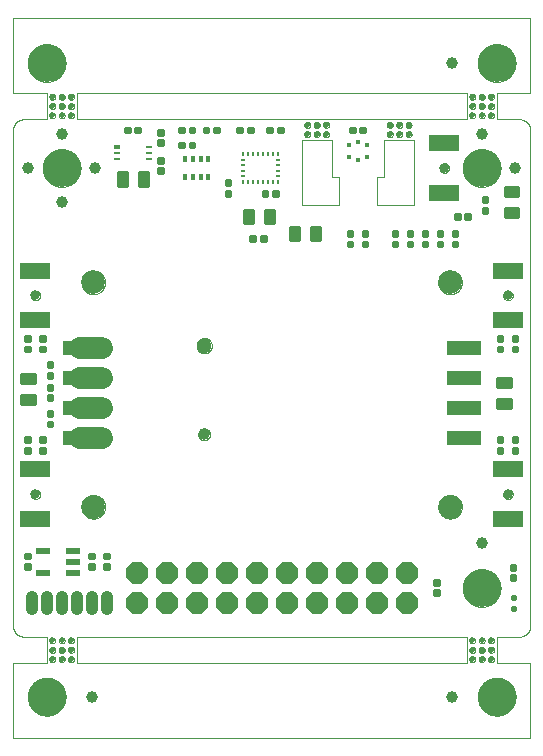
<source format=gts>
G75*
%MOIN*%
%OFA0B0*%
%FSLAX25Y25*%
%IPPOS*%
%LPD*%
%AMOC8*
5,1,8,0,0,1.08239X$1,22.5*
%
%ADD10C,0.00000*%
%ADD11C,0.12598*%
%ADD12C,0.01969*%
%ADD13C,0.03150*%
%ADD14C,0.07874*%
%ADD15OC8,0.07400*%
%ADD16C,0.03937*%
%ADD17R,0.10000X0.05300*%
%ADD18C,0.01142*%
%ADD19C,0.01250*%
%ADD20C,0.01000*%
%ADD21C,0.04134*%
%ADD22C,0.07400*%
%ADD23R,0.11811X0.04921*%
%ADD24R,0.01600X0.01600*%
%ADD25R,0.01063X0.01772*%
%ADD26R,0.01772X0.01063*%
%ADD27R,0.01378X0.01969*%
%ADD28C,0.05118*%
%ADD29R,0.04724X0.02165*%
%ADD30R,0.02165X0.01181*%
%ADD31R,0.02165X0.00984*%
D10*
X0003000Y0001000D02*
X0175500Y0001000D01*
X0175500Y0026000D01*
X0164250Y0026000D01*
X0164250Y0034750D01*
X0171750Y0034750D01*
X0171870Y0034752D01*
X0171990Y0034758D01*
X0172110Y0034767D01*
X0172230Y0034781D01*
X0172348Y0034798D01*
X0172467Y0034819D01*
X0172584Y0034844D01*
X0172701Y0034873D01*
X0172817Y0034905D01*
X0172932Y0034941D01*
X0173045Y0034981D01*
X0173157Y0035024D01*
X0173268Y0035071D01*
X0173377Y0035121D01*
X0173485Y0035175D01*
X0173590Y0035233D01*
X0173694Y0035293D01*
X0173796Y0035357D01*
X0173895Y0035424D01*
X0173993Y0035495D01*
X0174088Y0035568D01*
X0174181Y0035645D01*
X0174271Y0035724D01*
X0174359Y0035806D01*
X0174444Y0035891D01*
X0174526Y0035979D01*
X0174605Y0036069D01*
X0174682Y0036162D01*
X0174755Y0036257D01*
X0174826Y0036355D01*
X0174893Y0036454D01*
X0174957Y0036556D01*
X0175017Y0036660D01*
X0175075Y0036765D01*
X0175129Y0036873D01*
X0175179Y0036982D01*
X0175226Y0037093D01*
X0175269Y0037205D01*
X0175309Y0037318D01*
X0175345Y0037433D01*
X0175377Y0037549D01*
X0175406Y0037666D01*
X0175431Y0037783D01*
X0175452Y0037902D01*
X0175469Y0038020D01*
X0175483Y0038140D01*
X0175492Y0038260D01*
X0175498Y0038380D01*
X0175500Y0038500D01*
X0175500Y0203500D01*
X0175498Y0203620D01*
X0175492Y0203740D01*
X0175483Y0203860D01*
X0175469Y0203980D01*
X0175452Y0204098D01*
X0175431Y0204217D01*
X0175406Y0204334D01*
X0175377Y0204451D01*
X0175345Y0204567D01*
X0175309Y0204682D01*
X0175269Y0204795D01*
X0175226Y0204907D01*
X0175179Y0205018D01*
X0175129Y0205127D01*
X0175075Y0205235D01*
X0175017Y0205340D01*
X0174957Y0205444D01*
X0174893Y0205546D01*
X0174826Y0205645D01*
X0174755Y0205743D01*
X0174682Y0205838D01*
X0174605Y0205931D01*
X0174526Y0206021D01*
X0174444Y0206109D01*
X0174359Y0206194D01*
X0174271Y0206276D01*
X0174181Y0206355D01*
X0174088Y0206432D01*
X0173993Y0206505D01*
X0173895Y0206576D01*
X0173796Y0206643D01*
X0173694Y0206707D01*
X0173590Y0206767D01*
X0173485Y0206825D01*
X0173377Y0206879D01*
X0173268Y0206929D01*
X0173157Y0206976D01*
X0173045Y0207019D01*
X0172932Y0207059D01*
X0172817Y0207095D01*
X0172701Y0207127D01*
X0172584Y0207156D01*
X0172467Y0207181D01*
X0172348Y0207202D01*
X0172230Y0207219D01*
X0172110Y0207233D01*
X0171990Y0207242D01*
X0171870Y0207248D01*
X0171750Y0207250D01*
X0164250Y0207250D01*
X0164250Y0216000D01*
X0175500Y0216000D01*
X0175500Y0241000D01*
X0003000Y0241000D01*
X0003000Y0216000D01*
X0014250Y0216000D01*
X0014250Y0207250D01*
X0006750Y0207250D01*
X0006630Y0207248D01*
X0006510Y0207242D01*
X0006390Y0207233D01*
X0006270Y0207219D01*
X0006152Y0207202D01*
X0006033Y0207181D01*
X0005916Y0207156D01*
X0005799Y0207127D01*
X0005683Y0207095D01*
X0005568Y0207059D01*
X0005455Y0207019D01*
X0005343Y0206976D01*
X0005232Y0206929D01*
X0005123Y0206879D01*
X0005015Y0206825D01*
X0004910Y0206767D01*
X0004806Y0206707D01*
X0004704Y0206643D01*
X0004605Y0206576D01*
X0004507Y0206505D01*
X0004412Y0206432D01*
X0004319Y0206355D01*
X0004229Y0206276D01*
X0004141Y0206194D01*
X0004056Y0206109D01*
X0003974Y0206021D01*
X0003895Y0205931D01*
X0003818Y0205838D01*
X0003745Y0205743D01*
X0003674Y0205645D01*
X0003607Y0205546D01*
X0003543Y0205444D01*
X0003483Y0205340D01*
X0003425Y0205235D01*
X0003371Y0205127D01*
X0003321Y0205018D01*
X0003274Y0204907D01*
X0003231Y0204795D01*
X0003191Y0204682D01*
X0003155Y0204567D01*
X0003123Y0204451D01*
X0003094Y0204334D01*
X0003069Y0204217D01*
X0003048Y0204098D01*
X0003031Y0203980D01*
X0003017Y0203860D01*
X0003008Y0203740D01*
X0003002Y0203620D01*
X0003000Y0203500D01*
X0003000Y0038500D01*
X0003002Y0038380D01*
X0003008Y0038260D01*
X0003017Y0038140D01*
X0003031Y0038020D01*
X0003048Y0037902D01*
X0003069Y0037783D01*
X0003094Y0037666D01*
X0003123Y0037549D01*
X0003155Y0037433D01*
X0003191Y0037318D01*
X0003231Y0037205D01*
X0003274Y0037093D01*
X0003321Y0036982D01*
X0003371Y0036873D01*
X0003425Y0036765D01*
X0003483Y0036660D01*
X0003543Y0036556D01*
X0003607Y0036454D01*
X0003674Y0036355D01*
X0003745Y0036257D01*
X0003818Y0036162D01*
X0003895Y0036069D01*
X0003974Y0035979D01*
X0004056Y0035891D01*
X0004141Y0035806D01*
X0004229Y0035724D01*
X0004319Y0035645D01*
X0004412Y0035568D01*
X0004507Y0035495D01*
X0004605Y0035424D01*
X0004704Y0035357D01*
X0004806Y0035293D01*
X0004910Y0035233D01*
X0005015Y0035175D01*
X0005123Y0035121D01*
X0005232Y0035071D01*
X0005343Y0035024D01*
X0005455Y0034981D01*
X0005568Y0034941D01*
X0005683Y0034905D01*
X0005799Y0034873D01*
X0005916Y0034844D01*
X0006033Y0034819D01*
X0006152Y0034798D01*
X0006270Y0034781D01*
X0006390Y0034767D01*
X0006510Y0034758D01*
X0006630Y0034752D01*
X0006750Y0034750D01*
X0014250Y0034750D01*
X0014250Y0026000D01*
X0003000Y0026000D01*
X0003000Y0001000D01*
X0007951Y0014750D02*
X0007953Y0014908D01*
X0007959Y0015066D01*
X0007969Y0015224D01*
X0007983Y0015382D01*
X0008001Y0015539D01*
X0008022Y0015696D01*
X0008048Y0015852D01*
X0008078Y0016008D01*
X0008111Y0016163D01*
X0008149Y0016316D01*
X0008190Y0016469D01*
X0008235Y0016621D01*
X0008284Y0016772D01*
X0008337Y0016921D01*
X0008393Y0017069D01*
X0008453Y0017215D01*
X0008517Y0017360D01*
X0008585Y0017503D01*
X0008656Y0017645D01*
X0008730Y0017785D01*
X0008808Y0017922D01*
X0008890Y0018058D01*
X0008974Y0018192D01*
X0009063Y0018323D01*
X0009154Y0018452D01*
X0009249Y0018579D01*
X0009346Y0018704D01*
X0009447Y0018826D01*
X0009551Y0018945D01*
X0009658Y0019062D01*
X0009768Y0019176D01*
X0009881Y0019287D01*
X0009996Y0019396D01*
X0010114Y0019501D01*
X0010235Y0019603D01*
X0010358Y0019703D01*
X0010484Y0019799D01*
X0010612Y0019892D01*
X0010742Y0019982D01*
X0010875Y0020068D01*
X0011010Y0020152D01*
X0011146Y0020231D01*
X0011285Y0020308D01*
X0011426Y0020380D01*
X0011568Y0020450D01*
X0011712Y0020515D01*
X0011858Y0020577D01*
X0012005Y0020635D01*
X0012154Y0020690D01*
X0012304Y0020741D01*
X0012455Y0020788D01*
X0012607Y0020831D01*
X0012760Y0020870D01*
X0012915Y0020906D01*
X0013070Y0020937D01*
X0013226Y0020965D01*
X0013382Y0020989D01*
X0013539Y0021009D01*
X0013697Y0021025D01*
X0013854Y0021037D01*
X0014013Y0021045D01*
X0014171Y0021049D01*
X0014329Y0021049D01*
X0014487Y0021045D01*
X0014646Y0021037D01*
X0014803Y0021025D01*
X0014961Y0021009D01*
X0015118Y0020989D01*
X0015274Y0020965D01*
X0015430Y0020937D01*
X0015585Y0020906D01*
X0015740Y0020870D01*
X0015893Y0020831D01*
X0016045Y0020788D01*
X0016196Y0020741D01*
X0016346Y0020690D01*
X0016495Y0020635D01*
X0016642Y0020577D01*
X0016788Y0020515D01*
X0016932Y0020450D01*
X0017074Y0020380D01*
X0017215Y0020308D01*
X0017354Y0020231D01*
X0017490Y0020152D01*
X0017625Y0020068D01*
X0017758Y0019982D01*
X0017888Y0019892D01*
X0018016Y0019799D01*
X0018142Y0019703D01*
X0018265Y0019603D01*
X0018386Y0019501D01*
X0018504Y0019396D01*
X0018619Y0019287D01*
X0018732Y0019176D01*
X0018842Y0019062D01*
X0018949Y0018945D01*
X0019053Y0018826D01*
X0019154Y0018704D01*
X0019251Y0018579D01*
X0019346Y0018452D01*
X0019437Y0018323D01*
X0019526Y0018192D01*
X0019610Y0018058D01*
X0019692Y0017922D01*
X0019770Y0017785D01*
X0019844Y0017645D01*
X0019915Y0017503D01*
X0019983Y0017360D01*
X0020047Y0017215D01*
X0020107Y0017069D01*
X0020163Y0016921D01*
X0020216Y0016772D01*
X0020265Y0016621D01*
X0020310Y0016469D01*
X0020351Y0016316D01*
X0020389Y0016163D01*
X0020422Y0016008D01*
X0020452Y0015852D01*
X0020478Y0015696D01*
X0020499Y0015539D01*
X0020517Y0015382D01*
X0020531Y0015224D01*
X0020541Y0015066D01*
X0020547Y0014908D01*
X0020549Y0014750D01*
X0020547Y0014592D01*
X0020541Y0014434D01*
X0020531Y0014276D01*
X0020517Y0014118D01*
X0020499Y0013961D01*
X0020478Y0013804D01*
X0020452Y0013648D01*
X0020422Y0013492D01*
X0020389Y0013337D01*
X0020351Y0013184D01*
X0020310Y0013031D01*
X0020265Y0012879D01*
X0020216Y0012728D01*
X0020163Y0012579D01*
X0020107Y0012431D01*
X0020047Y0012285D01*
X0019983Y0012140D01*
X0019915Y0011997D01*
X0019844Y0011855D01*
X0019770Y0011715D01*
X0019692Y0011578D01*
X0019610Y0011442D01*
X0019526Y0011308D01*
X0019437Y0011177D01*
X0019346Y0011048D01*
X0019251Y0010921D01*
X0019154Y0010796D01*
X0019053Y0010674D01*
X0018949Y0010555D01*
X0018842Y0010438D01*
X0018732Y0010324D01*
X0018619Y0010213D01*
X0018504Y0010104D01*
X0018386Y0009999D01*
X0018265Y0009897D01*
X0018142Y0009797D01*
X0018016Y0009701D01*
X0017888Y0009608D01*
X0017758Y0009518D01*
X0017625Y0009432D01*
X0017490Y0009348D01*
X0017354Y0009269D01*
X0017215Y0009192D01*
X0017074Y0009120D01*
X0016932Y0009050D01*
X0016788Y0008985D01*
X0016642Y0008923D01*
X0016495Y0008865D01*
X0016346Y0008810D01*
X0016196Y0008759D01*
X0016045Y0008712D01*
X0015893Y0008669D01*
X0015740Y0008630D01*
X0015585Y0008594D01*
X0015430Y0008563D01*
X0015274Y0008535D01*
X0015118Y0008511D01*
X0014961Y0008491D01*
X0014803Y0008475D01*
X0014646Y0008463D01*
X0014487Y0008455D01*
X0014329Y0008451D01*
X0014171Y0008451D01*
X0014013Y0008455D01*
X0013854Y0008463D01*
X0013697Y0008475D01*
X0013539Y0008491D01*
X0013382Y0008511D01*
X0013226Y0008535D01*
X0013070Y0008563D01*
X0012915Y0008594D01*
X0012760Y0008630D01*
X0012607Y0008669D01*
X0012455Y0008712D01*
X0012304Y0008759D01*
X0012154Y0008810D01*
X0012005Y0008865D01*
X0011858Y0008923D01*
X0011712Y0008985D01*
X0011568Y0009050D01*
X0011426Y0009120D01*
X0011285Y0009192D01*
X0011146Y0009269D01*
X0011010Y0009348D01*
X0010875Y0009432D01*
X0010742Y0009518D01*
X0010612Y0009608D01*
X0010484Y0009701D01*
X0010358Y0009797D01*
X0010235Y0009897D01*
X0010114Y0009999D01*
X0009996Y0010104D01*
X0009881Y0010213D01*
X0009768Y0010324D01*
X0009658Y0010438D01*
X0009551Y0010555D01*
X0009447Y0010674D01*
X0009346Y0010796D01*
X0009249Y0010921D01*
X0009154Y0011048D01*
X0009063Y0011177D01*
X0008974Y0011308D01*
X0008890Y0011442D01*
X0008808Y0011578D01*
X0008730Y0011715D01*
X0008656Y0011855D01*
X0008585Y0011997D01*
X0008517Y0012140D01*
X0008453Y0012285D01*
X0008393Y0012431D01*
X0008337Y0012579D01*
X0008284Y0012728D01*
X0008235Y0012879D01*
X0008190Y0013031D01*
X0008149Y0013184D01*
X0008111Y0013337D01*
X0008078Y0013492D01*
X0008048Y0013648D01*
X0008022Y0013804D01*
X0008001Y0013961D01*
X0007983Y0014118D01*
X0007969Y0014276D01*
X0007959Y0014434D01*
X0007953Y0014592D01*
X0007951Y0014750D01*
X0015141Y0027250D02*
X0015143Y0027312D01*
X0015149Y0027375D01*
X0015159Y0027436D01*
X0015173Y0027497D01*
X0015190Y0027557D01*
X0015211Y0027616D01*
X0015237Y0027673D01*
X0015265Y0027728D01*
X0015297Y0027782D01*
X0015333Y0027833D01*
X0015371Y0027883D01*
X0015413Y0027929D01*
X0015457Y0027973D01*
X0015505Y0028014D01*
X0015554Y0028052D01*
X0015606Y0028086D01*
X0015660Y0028117D01*
X0015716Y0028145D01*
X0015774Y0028169D01*
X0015833Y0028190D01*
X0015893Y0028206D01*
X0015954Y0028219D01*
X0016016Y0028228D01*
X0016078Y0028233D01*
X0016141Y0028234D01*
X0016203Y0028231D01*
X0016265Y0028224D01*
X0016327Y0028213D01*
X0016387Y0028198D01*
X0016447Y0028180D01*
X0016505Y0028158D01*
X0016562Y0028132D01*
X0016617Y0028102D01*
X0016670Y0028069D01*
X0016721Y0028033D01*
X0016769Y0027994D01*
X0016815Y0027951D01*
X0016858Y0027906D01*
X0016898Y0027858D01*
X0016935Y0027808D01*
X0016969Y0027755D01*
X0017000Y0027701D01*
X0017026Y0027645D01*
X0017050Y0027587D01*
X0017069Y0027527D01*
X0017085Y0027467D01*
X0017097Y0027405D01*
X0017105Y0027344D01*
X0017109Y0027281D01*
X0017109Y0027219D01*
X0017105Y0027156D01*
X0017097Y0027095D01*
X0017085Y0027033D01*
X0017069Y0026973D01*
X0017050Y0026913D01*
X0017026Y0026855D01*
X0017000Y0026799D01*
X0016969Y0026745D01*
X0016935Y0026692D01*
X0016898Y0026642D01*
X0016858Y0026594D01*
X0016815Y0026549D01*
X0016769Y0026506D01*
X0016721Y0026467D01*
X0016670Y0026431D01*
X0016617Y0026398D01*
X0016562Y0026368D01*
X0016505Y0026342D01*
X0016447Y0026320D01*
X0016387Y0026302D01*
X0016327Y0026287D01*
X0016265Y0026276D01*
X0016203Y0026269D01*
X0016141Y0026266D01*
X0016078Y0026267D01*
X0016016Y0026272D01*
X0015954Y0026281D01*
X0015893Y0026294D01*
X0015833Y0026310D01*
X0015774Y0026331D01*
X0015716Y0026355D01*
X0015660Y0026383D01*
X0015606Y0026414D01*
X0015554Y0026448D01*
X0015505Y0026486D01*
X0015457Y0026527D01*
X0015413Y0026571D01*
X0015371Y0026617D01*
X0015333Y0026667D01*
X0015297Y0026718D01*
X0015265Y0026772D01*
X0015237Y0026827D01*
X0015211Y0026884D01*
X0015190Y0026943D01*
X0015173Y0027003D01*
X0015159Y0027064D01*
X0015149Y0027125D01*
X0015143Y0027188D01*
X0015141Y0027250D01*
X0015141Y0030375D02*
X0015143Y0030437D01*
X0015149Y0030500D01*
X0015159Y0030561D01*
X0015173Y0030622D01*
X0015190Y0030682D01*
X0015211Y0030741D01*
X0015237Y0030798D01*
X0015265Y0030853D01*
X0015297Y0030907D01*
X0015333Y0030958D01*
X0015371Y0031008D01*
X0015413Y0031054D01*
X0015457Y0031098D01*
X0015505Y0031139D01*
X0015554Y0031177D01*
X0015606Y0031211D01*
X0015660Y0031242D01*
X0015716Y0031270D01*
X0015774Y0031294D01*
X0015833Y0031315D01*
X0015893Y0031331D01*
X0015954Y0031344D01*
X0016016Y0031353D01*
X0016078Y0031358D01*
X0016141Y0031359D01*
X0016203Y0031356D01*
X0016265Y0031349D01*
X0016327Y0031338D01*
X0016387Y0031323D01*
X0016447Y0031305D01*
X0016505Y0031283D01*
X0016562Y0031257D01*
X0016617Y0031227D01*
X0016670Y0031194D01*
X0016721Y0031158D01*
X0016769Y0031119D01*
X0016815Y0031076D01*
X0016858Y0031031D01*
X0016898Y0030983D01*
X0016935Y0030933D01*
X0016969Y0030880D01*
X0017000Y0030826D01*
X0017026Y0030770D01*
X0017050Y0030712D01*
X0017069Y0030652D01*
X0017085Y0030592D01*
X0017097Y0030530D01*
X0017105Y0030469D01*
X0017109Y0030406D01*
X0017109Y0030344D01*
X0017105Y0030281D01*
X0017097Y0030220D01*
X0017085Y0030158D01*
X0017069Y0030098D01*
X0017050Y0030038D01*
X0017026Y0029980D01*
X0017000Y0029924D01*
X0016969Y0029870D01*
X0016935Y0029817D01*
X0016898Y0029767D01*
X0016858Y0029719D01*
X0016815Y0029674D01*
X0016769Y0029631D01*
X0016721Y0029592D01*
X0016670Y0029556D01*
X0016617Y0029523D01*
X0016562Y0029493D01*
X0016505Y0029467D01*
X0016447Y0029445D01*
X0016387Y0029427D01*
X0016327Y0029412D01*
X0016265Y0029401D01*
X0016203Y0029394D01*
X0016141Y0029391D01*
X0016078Y0029392D01*
X0016016Y0029397D01*
X0015954Y0029406D01*
X0015893Y0029419D01*
X0015833Y0029435D01*
X0015774Y0029456D01*
X0015716Y0029480D01*
X0015660Y0029508D01*
X0015606Y0029539D01*
X0015554Y0029573D01*
X0015505Y0029611D01*
X0015457Y0029652D01*
X0015413Y0029696D01*
X0015371Y0029742D01*
X0015333Y0029792D01*
X0015297Y0029843D01*
X0015265Y0029897D01*
X0015237Y0029952D01*
X0015211Y0030009D01*
X0015190Y0030068D01*
X0015173Y0030128D01*
X0015159Y0030189D01*
X0015149Y0030250D01*
X0015143Y0030313D01*
X0015141Y0030375D01*
X0015141Y0033500D02*
X0015143Y0033562D01*
X0015149Y0033625D01*
X0015159Y0033686D01*
X0015173Y0033747D01*
X0015190Y0033807D01*
X0015211Y0033866D01*
X0015237Y0033923D01*
X0015265Y0033978D01*
X0015297Y0034032D01*
X0015333Y0034083D01*
X0015371Y0034133D01*
X0015413Y0034179D01*
X0015457Y0034223D01*
X0015505Y0034264D01*
X0015554Y0034302D01*
X0015606Y0034336D01*
X0015660Y0034367D01*
X0015716Y0034395D01*
X0015774Y0034419D01*
X0015833Y0034440D01*
X0015893Y0034456D01*
X0015954Y0034469D01*
X0016016Y0034478D01*
X0016078Y0034483D01*
X0016141Y0034484D01*
X0016203Y0034481D01*
X0016265Y0034474D01*
X0016327Y0034463D01*
X0016387Y0034448D01*
X0016447Y0034430D01*
X0016505Y0034408D01*
X0016562Y0034382D01*
X0016617Y0034352D01*
X0016670Y0034319D01*
X0016721Y0034283D01*
X0016769Y0034244D01*
X0016815Y0034201D01*
X0016858Y0034156D01*
X0016898Y0034108D01*
X0016935Y0034058D01*
X0016969Y0034005D01*
X0017000Y0033951D01*
X0017026Y0033895D01*
X0017050Y0033837D01*
X0017069Y0033777D01*
X0017085Y0033717D01*
X0017097Y0033655D01*
X0017105Y0033594D01*
X0017109Y0033531D01*
X0017109Y0033469D01*
X0017105Y0033406D01*
X0017097Y0033345D01*
X0017085Y0033283D01*
X0017069Y0033223D01*
X0017050Y0033163D01*
X0017026Y0033105D01*
X0017000Y0033049D01*
X0016969Y0032995D01*
X0016935Y0032942D01*
X0016898Y0032892D01*
X0016858Y0032844D01*
X0016815Y0032799D01*
X0016769Y0032756D01*
X0016721Y0032717D01*
X0016670Y0032681D01*
X0016617Y0032648D01*
X0016562Y0032618D01*
X0016505Y0032592D01*
X0016447Y0032570D01*
X0016387Y0032552D01*
X0016327Y0032537D01*
X0016265Y0032526D01*
X0016203Y0032519D01*
X0016141Y0032516D01*
X0016078Y0032517D01*
X0016016Y0032522D01*
X0015954Y0032531D01*
X0015893Y0032544D01*
X0015833Y0032560D01*
X0015774Y0032581D01*
X0015716Y0032605D01*
X0015660Y0032633D01*
X0015606Y0032664D01*
X0015554Y0032698D01*
X0015505Y0032736D01*
X0015457Y0032777D01*
X0015413Y0032821D01*
X0015371Y0032867D01*
X0015333Y0032917D01*
X0015297Y0032968D01*
X0015265Y0033022D01*
X0015237Y0033077D01*
X0015211Y0033134D01*
X0015190Y0033193D01*
X0015173Y0033253D01*
X0015159Y0033314D01*
X0015149Y0033375D01*
X0015143Y0033438D01*
X0015141Y0033500D01*
X0018266Y0033500D02*
X0018268Y0033562D01*
X0018274Y0033625D01*
X0018284Y0033686D01*
X0018298Y0033747D01*
X0018315Y0033807D01*
X0018336Y0033866D01*
X0018362Y0033923D01*
X0018390Y0033978D01*
X0018422Y0034032D01*
X0018458Y0034083D01*
X0018496Y0034133D01*
X0018538Y0034179D01*
X0018582Y0034223D01*
X0018630Y0034264D01*
X0018679Y0034302D01*
X0018731Y0034336D01*
X0018785Y0034367D01*
X0018841Y0034395D01*
X0018899Y0034419D01*
X0018958Y0034440D01*
X0019018Y0034456D01*
X0019079Y0034469D01*
X0019141Y0034478D01*
X0019203Y0034483D01*
X0019266Y0034484D01*
X0019328Y0034481D01*
X0019390Y0034474D01*
X0019452Y0034463D01*
X0019512Y0034448D01*
X0019572Y0034430D01*
X0019630Y0034408D01*
X0019687Y0034382D01*
X0019742Y0034352D01*
X0019795Y0034319D01*
X0019846Y0034283D01*
X0019894Y0034244D01*
X0019940Y0034201D01*
X0019983Y0034156D01*
X0020023Y0034108D01*
X0020060Y0034058D01*
X0020094Y0034005D01*
X0020125Y0033951D01*
X0020151Y0033895D01*
X0020175Y0033837D01*
X0020194Y0033777D01*
X0020210Y0033717D01*
X0020222Y0033655D01*
X0020230Y0033594D01*
X0020234Y0033531D01*
X0020234Y0033469D01*
X0020230Y0033406D01*
X0020222Y0033345D01*
X0020210Y0033283D01*
X0020194Y0033223D01*
X0020175Y0033163D01*
X0020151Y0033105D01*
X0020125Y0033049D01*
X0020094Y0032995D01*
X0020060Y0032942D01*
X0020023Y0032892D01*
X0019983Y0032844D01*
X0019940Y0032799D01*
X0019894Y0032756D01*
X0019846Y0032717D01*
X0019795Y0032681D01*
X0019742Y0032648D01*
X0019687Y0032618D01*
X0019630Y0032592D01*
X0019572Y0032570D01*
X0019512Y0032552D01*
X0019452Y0032537D01*
X0019390Y0032526D01*
X0019328Y0032519D01*
X0019266Y0032516D01*
X0019203Y0032517D01*
X0019141Y0032522D01*
X0019079Y0032531D01*
X0019018Y0032544D01*
X0018958Y0032560D01*
X0018899Y0032581D01*
X0018841Y0032605D01*
X0018785Y0032633D01*
X0018731Y0032664D01*
X0018679Y0032698D01*
X0018630Y0032736D01*
X0018582Y0032777D01*
X0018538Y0032821D01*
X0018496Y0032867D01*
X0018458Y0032917D01*
X0018422Y0032968D01*
X0018390Y0033022D01*
X0018362Y0033077D01*
X0018336Y0033134D01*
X0018315Y0033193D01*
X0018298Y0033253D01*
X0018284Y0033314D01*
X0018274Y0033375D01*
X0018268Y0033438D01*
X0018266Y0033500D01*
X0018266Y0030375D02*
X0018268Y0030437D01*
X0018274Y0030500D01*
X0018284Y0030561D01*
X0018298Y0030622D01*
X0018315Y0030682D01*
X0018336Y0030741D01*
X0018362Y0030798D01*
X0018390Y0030853D01*
X0018422Y0030907D01*
X0018458Y0030958D01*
X0018496Y0031008D01*
X0018538Y0031054D01*
X0018582Y0031098D01*
X0018630Y0031139D01*
X0018679Y0031177D01*
X0018731Y0031211D01*
X0018785Y0031242D01*
X0018841Y0031270D01*
X0018899Y0031294D01*
X0018958Y0031315D01*
X0019018Y0031331D01*
X0019079Y0031344D01*
X0019141Y0031353D01*
X0019203Y0031358D01*
X0019266Y0031359D01*
X0019328Y0031356D01*
X0019390Y0031349D01*
X0019452Y0031338D01*
X0019512Y0031323D01*
X0019572Y0031305D01*
X0019630Y0031283D01*
X0019687Y0031257D01*
X0019742Y0031227D01*
X0019795Y0031194D01*
X0019846Y0031158D01*
X0019894Y0031119D01*
X0019940Y0031076D01*
X0019983Y0031031D01*
X0020023Y0030983D01*
X0020060Y0030933D01*
X0020094Y0030880D01*
X0020125Y0030826D01*
X0020151Y0030770D01*
X0020175Y0030712D01*
X0020194Y0030652D01*
X0020210Y0030592D01*
X0020222Y0030530D01*
X0020230Y0030469D01*
X0020234Y0030406D01*
X0020234Y0030344D01*
X0020230Y0030281D01*
X0020222Y0030220D01*
X0020210Y0030158D01*
X0020194Y0030098D01*
X0020175Y0030038D01*
X0020151Y0029980D01*
X0020125Y0029924D01*
X0020094Y0029870D01*
X0020060Y0029817D01*
X0020023Y0029767D01*
X0019983Y0029719D01*
X0019940Y0029674D01*
X0019894Y0029631D01*
X0019846Y0029592D01*
X0019795Y0029556D01*
X0019742Y0029523D01*
X0019687Y0029493D01*
X0019630Y0029467D01*
X0019572Y0029445D01*
X0019512Y0029427D01*
X0019452Y0029412D01*
X0019390Y0029401D01*
X0019328Y0029394D01*
X0019266Y0029391D01*
X0019203Y0029392D01*
X0019141Y0029397D01*
X0019079Y0029406D01*
X0019018Y0029419D01*
X0018958Y0029435D01*
X0018899Y0029456D01*
X0018841Y0029480D01*
X0018785Y0029508D01*
X0018731Y0029539D01*
X0018679Y0029573D01*
X0018630Y0029611D01*
X0018582Y0029652D01*
X0018538Y0029696D01*
X0018496Y0029742D01*
X0018458Y0029792D01*
X0018422Y0029843D01*
X0018390Y0029897D01*
X0018362Y0029952D01*
X0018336Y0030009D01*
X0018315Y0030068D01*
X0018298Y0030128D01*
X0018284Y0030189D01*
X0018274Y0030250D01*
X0018268Y0030313D01*
X0018266Y0030375D01*
X0018266Y0027250D02*
X0018268Y0027312D01*
X0018274Y0027375D01*
X0018284Y0027436D01*
X0018298Y0027497D01*
X0018315Y0027557D01*
X0018336Y0027616D01*
X0018362Y0027673D01*
X0018390Y0027728D01*
X0018422Y0027782D01*
X0018458Y0027833D01*
X0018496Y0027883D01*
X0018538Y0027929D01*
X0018582Y0027973D01*
X0018630Y0028014D01*
X0018679Y0028052D01*
X0018731Y0028086D01*
X0018785Y0028117D01*
X0018841Y0028145D01*
X0018899Y0028169D01*
X0018958Y0028190D01*
X0019018Y0028206D01*
X0019079Y0028219D01*
X0019141Y0028228D01*
X0019203Y0028233D01*
X0019266Y0028234D01*
X0019328Y0028231D01*
X0019390Y0028224D01*
X0019452Y0028213D01*
X0019512Y0028198D01*
X0019572Y0028180D01*
X0019630Y0028158D01*
X0019687Y0028132D01*
X0019742Y0028102D01*
X0019795Y0028069D01*
X0019846Y0028033D01*
X0019894Y0027994D01*
X0019940Y0027951D01*
X0019983Y0027906D01*
X0020023Y0027858D01*
X0020060Y0027808D01*
X0020094Y0027755D01*
X0020125Y0027701D01*
X0020151Y0027645D01*
X0020175Y0027587D01*
X0020194Y0027527D01*
X0020210Y0027467D01*
X0020222Y0027405D01*
X0020230Y0027344D01*
X0020234Y0027281D01*
X0020234Y0027219D01*
X0020230Y0027156D01*
X0020222Y0027095D01*
X0020210Y0027033D01*
X0020194Y0026973D01*
X0020175Y0026913D01*
X0020151Y0026855D01*
X0020125Y0026799D01*
X0020094Y0026745D01*
X0020060Y0026692D01*
X0020023Y0026642D01*
X0019983Y0026594D01*
X0019940Y0026549D01*
X0019894Y0026506D01*
X0019846Y0026467D01*
X0019795Y0026431D01*
X0019742Y0026398D01*
X0019687Y0026368D01*
X0019630Y0026342D01*
X0019572Y0026320D01*
X0019512Y0026302D01*
X0019452Y0026287D01*
X0019390Y0026276D01*
X0019328Y0026269D01*
X0019266Y0026266D01*
X0019203Y0026267D01*
X0019141Y0026272D01*
X0019079Y0026281D01*
X0019018Y0026294D01*
X0018958Y0026310D01*
X0018899Y0026331D01*
X0018841Y0026355D01*
X0018785Y0026383D01*
X0018731Y0026414D01*
X0018679Y0026448D01*
X0018630Y0026486D01*
X0018582Y0026527D01*
X0018538Y0026571D01*
X0018496Y0026617D01*
X0018458Y0026667D01*
X0018422Y0026718D01*
X0018390Y0026772D01*
X0018362Y0026827D01*
X0018336Y0026884D01*
X0018315Y0026943D01*
X0018298Y0027003D01*
X0018284Y0027064D01*
X0018274Y0027125D01*
X0018268Y0027188D01*
X0018266Y0027250D01*
X0021391Y0027250D02*
X0021393Y0027312D01*
X0021399Y0027375D01*
X0021409Y0027436D01*
X0021423Y0027497D01*
X0021440Y0027557D01*
X0021461Y0027616D01*
X0021487Y0027673D01*
X0021515Y0027728D01*
X0021547Y0027782D01*
X0021583Y0027833D01*
X0021621Y0027883D01*
X0021663Y0027929D01*
X0021707Y0027973D01*
X0021755Y0028014D01*
X0021804Y0028052D01*
X0021856Y0028086D01*
X0021910Y0028117D01*
X0021966Y0028145D01*
X0022024Y0028169D01*
X0022083Y0028190D01*
X0022143Y0028206D01*
X0022204Y0028219D01*
X0022266Y0028228D01*
X0022328Y0028233D01*
X0022391Y0028234D01*
X0022453Y0028231D01*
X0022515Y0028224D01*
X0022577Y0028213D01*
X0022637Y0028198D01*
X0022697Y0028180D01*
X0022755Y0028158D01*
X0022812Y0028132D01*
X0022867Y0028102D01*
X0022920Y0028069D01*
X0022971Y0028033D01*
X0023019Y0027994D01*
X0023065Y0027951D01*
X0023108Y0027906D01*
X0023148Y0027858D01*
X0023185Y0027808D01*
X0023219Y0027755D01*
X0023250Y0027701D01*
X0023276Y0027645D01*
X0023300Y0027587D01*
X0023319Y0027527D01*
X0023335Y0027467D01*
X0023347Y0027405D01*
X0023355Y0027344D01*
X0023359Y0027281D01*
X0023359Y0027219D01*
X0023355Y0027156D01*
X0023347Y0027095D01*
X0023335Y0027033D01*
X0023319Y0026973D01*
X0023300Y0026913D01*
X0023276Y0026855D01*
X0023250Y0026799D01*
X0023219Y0026745D01*
X0023185Y0026692D01*
X0023148Y0026642D01*
X0023108Y0026594D01*
X0023065Y0026549D01*
X0023019Y0026506D01*
X0022971Y0026467D01*
X0022920Y0026431D01*
X0022867Y0026398D01*
X0022812Y0026368D01*
X0022755Y0026342D01*
X0022697Y0026320D01*
X0022637Y0026302D01*
X0022577Y0026287D01*
X0022515Y0026276D01*
X0022453Y0026269D01*
X0022391Y0026266D01*
X0022328Y0026267D01*
X0022266Y0026272D01*
X0022204Y0026281D01*
X0022143Y0026294D01*
X0022083Y0026310D01*
X0022024Y0026331D01*
X0021966Y0026355D01*
X0021910Y0026383D01*
X0021856Y0026414D01*
X0021804Y0026448D01*
X0021755Y0026486D01*
X0021707Y0026527D01*
X0021663Y0026571D01*
X0021621Y0026617D01*
X0021583Y0026667D01*
X0021547Y0026718D01*
X0021515Y0026772D01*
X0021487Y0026827D01*
X0021461Y0026884D01*
X0021440Y0026943D01*
X0021423Y0027003D01*
X0021409Y0027064D01*
X0021399Y0027125D01*
X0021393Y0027188D01*
X0021391Y0027250D01*
X0024250Y0026000D02*
X0154250Y0026000D01*
X0154250Y0034750D01*
X0024250Y0034750D01*
X0024250Y0026000D01*
X0021391Y0030375D02*
X0021393Y0030437D01*
X0021399Y0030500D01*
X0021409Y0030561D01*
X0021423Y0030622D01*
X0021440Y0030682D01*
X0021461Y0030741D01*
X0021487Y0030798D01*
X0021515Y0030853D01*
X0021547Y0030907D01*
X0021583Y0030958D01*
X0021621Y0031008D01*
X0021663Y0031054D01*
X0021707Y0031098D01*
X0021755Y0031139D01*
X0021804Y0031177D01*
X0021856Y0031211D01*
X0021910Y0031242D01*
X0021966Y0031270D01*
X0022024Y0031294D01*
X0022083Y0031315D01*
X0022143Y0031331D01*
X0022204Y0031344D01*
X0022266Y0031353D01*
X0022328Y0031358D01*
X0022391Y0031359D01*
X0022453Y0031356D01*
X0022515Y0031349D01*
X0022577Y0031338D01*
X0022637Y0031323D01*
X0022697Y0031305D01*
X0022755Y0031283D01*
X0022812Y0031257D01*
X0022867Y0031227D01*
X0022920Y0031194D01*
X0022971Y0031158D01*
X0023019Y0031119D01*
X0023065Y0031076D01*
X0023108Y0031031D01*
X0023148Y0030983D01*
X0023185Y0030933D01*
X0023219Y0030880D01*
X0023250Y0030826D01*
X0023276Y0030770D01*
X0023300Y0030712D01*
X0023319Y0030652D01*
X0023335Y0030592D01*
X0023347Y0030530D01*
X0023355Y0030469D01*
X0023359Y0030406D01*
X0023359Y0030344D01*
X0023355Y0030281D01*
X0023347Y0030220D01*
X0023335Y0030158D01*
X0023319Y0030098D01*
X0023300Y0030038D01*
X0023276Y0029980D01*
X0023250Y0029924D01*
X0023219Y0029870D01*
X0023185Y0029817D01*
X0023148Y0029767D01*
X0023108Y0029719D01*
X0023065Y0029674D01*
X0023019Y0029631D01*
X0022971Y0029592D01*
X0022920Y0029556D01*
X0022867Y0029523D01*
X0022812Y0029493D01*
X0022755Y0029467D01*
X0022697Y0029445D01*
X0022637Y0029427D01*
X0022577Y0029412D01*
X0022515Y0029401D01*
X0022453Y0029394D01*
X0022391Y0029391D01*
X0022328Y0029392D01*
X0022266Y0029397D01*
X0022204Y0029406D01*
X0022143Y0029419D01*
X0022083Y0029435D01*
X0022024Y0029456D01*
X0021966Y0029480D01*
X0021910Y0029508D01*
X0021856Y0029539D01*
X0021804Y0029573D01*
X0021755Y0029611D01*
X0021707Y0029652D01*
X0021663Y0029696D01*
X0021621Y0029742D01*
X0021583Y0029792D01*
X0021547Y0029843D01*
X0021515Y0029897D01*
X0021487Y0029952D01*
X0021461Y0030009D01*
X0021440Y0030068D01*
X0021423Y0030128D01*
X0021409Y0030189D01*
X0021399Y0030250D01*
X0021393Y0030313D01*
X0021391Y0030375D01*
X0021391Y0033500D02*
X0021393Y0033562D01*
X0021399Y0033625D01*
X0021409Y0033686D01*
X0021423Y0033747D01*
X0021440Y0033807D01*
X0021461Y0033866D01*
X0021487Y0033923D01*
X0021515Y0033978D01*
X0021547Y0034032D01*
X0021583Y0034083D01*
X0021621Y0034133D01*
X0021663Y0034179D01*
X0021707Y0034223D01*
X0021755Y0034264D01*
X0021804Y0034302D01*
X0021856Y0034336D01*
X0021910Y0034367D01*
X0021966Y0034395D01*
X0022024Y0034419D01*
X0022083Y0034440D01*
X0022143Y0034456D01*
X0022204Y0034469D01*
X0022266Y0034478D01*
X0022328Y0034483D01*
X0022391Y0034484D01*
X0022453Y0034481D01*
X0022515Y0034474D01*
X0022577Y0034463D01*
X0022637Y0034448D01*
X0022697Y0034430D01*
X0022755Y0034408D01*
X0022812Y0034382D01*
X0022867Y0034352D01*
X0022920Y0034319D01*
X0022971Y0034283D01*
X0023019Y0034244D01*
X0023065Y0034201D01*
X0023108Y0034156D01*
X0023148Y0034108D01*
X0023185Y0034058D01*
X0023219Y0034005D01*
X0023250Y0033951D01*
X0023276Y0033895D01*
X0023300Y0033837D01*
X0023319Y0033777D01*
X0023335Y0033717D01*
X0023347Y0033655D01*
X0023355Y0033594D01*
X0023359Y0033531D01*
X0023359Y0033469D01*
X0023355Y0033406D01*
X0023347Y0033345D01*
X0023335Y0033283D01*
X0023319Y0033223D01*
X0023300Y0033163D01*
X0023276Y0033105D01*
X0023250Y0033049D01*
X0023219Y0032995D01*
X0023185Y0032942D01*
X0023148Y0032892D01*
X0023108Y0032844D01*
X0023065Y0032799D01*
X0023019Y0032756D01*
X0022971Y0032717D01*
X0022920Y0032681D01*
X0022867Y0032648D01*
X0022812Y0032618D01*
X0022755Y0032592D01*
X0022697Y0032570D01*
X0022637Y0032552D01*
X0022577Y0032537D01*
X0022515Y0032526D01*
X0022453Y0032519D01*
X0022391Y0032516D01*
X0022328Y0032517D01*
X0022266Y0032522D01*
X0022204Y0032531D01*
X0022143Y0032544D01*
X0022083Y0032560D01*
X0022024Y0032581D01*
X0021966Y0032605D01*
X0021910Y0032633D01*
X0021856Y0032664D01*
X0021804Y0032698D01*
X0021755Y0032736D01*
X0021707Y0032777D01*
X0021663Y0032821D01*
X0021621Y0032867D01*
X0021583Y0032917D01*
X0021547Y0032968D01*
X0021515Y0033022D01*
X0021487Y0033077D01*
X0021461Y0033134D01*
X0021440Y0033193D01*
X0021423Y0033253D01*
X0021409Y0033314D01*
X0021399Y0033375D01*
X0021393Y0033438D01*
X0021391Y0033500D01*
X0025860Y0078070D02*
X0025862Y0078195D01*
X0025868Y0078320D01*
X0025878Y0078444D01*
X0025892Y0078568D01*
X0025909Y0078692D01*
X0025931Y0078815D01*
X0025957Y0078937D01*
X0025986Y0079059D01*
X0026019Y0079179D01*
X0026057Y0079298D01*
X0026097Y0079417D01*
X0026142Y0079533D01*
X0026190Y0079648D01*
X0026242Y0079762D01*
X0026298Y0079874D01*
X0026357Y0079984D01*
X0026419Y0080092D01*
X0026485Y0080199D01*
X0026554Y0080303D01*
X0026627Y0080404D01*
X0026702Y0080504D01*
X0026781Y0080601D01*
X0026863Y0080695D01*
X0026948Y0080787D01*
X0027035Y0080876D01*
X0027126Y0080962D01*
X0027219Y0081045D01*
X0027315Y0081126D01*
X0027413Y0081203D01*
X0027513Y0081277D01*
X0027616Y0081348D01*
X0027721Y0081415D01*
X0027829Y0081480D01*
X0027938Y0081540D01*
X0028049Y0081598D01*
X0028162Y0081651D01*
X0028276Y0081701D01*
X0028392Y0081748D01*
X0028509Y0081790D01*
X0028628Y0081829D01*
X0028748Y0081865D01*
X0028869Y0081896D01*
X0028991Y0081924D01*
X0029113Y0081947D01*
X0029237Y0081967D01*
X0029361Y0081983D01*
X0029485Y0081995D01*
X0029610Y0082003D01*
X0029735Y0082007D01*
X0029859Y0082007D01*
X0029984Y0082003D01*
X0030109Y0081995D01*
X0030233Y0081983D01*
X0030357Y0081967D01*
X0030481Y0081947D01*
X0030603Y0081924D01*
X0030725Y0081896D01*
X0030846Y0081865D01*
X0030966Y0081829D01*
X0031085Y0081790D01*
X0031202Y0081748D01*
X0031318Y0081701D01*
X0031432Y0081651D01*
X0031545Y0081598D01*
X0031656Y0081540D01*
X0031766Y0081480D01*
X0031873Y0081415D01*
X0031978Y0081348D01*
X0032081Y0081277D01*
X0032181Y0081203D01*
X0032279Y0081126D01*
X0032375Y0081045D01*
X0032468Y0080962D01*
X0032559Y0080876D01*
X0032646Y0080787D01*
X0032731Y0080695D01*
X0032813Y0080601D01*
X0032892Y0080504D01*
X0032967Y0080404D01*
X0033040Y0080303D01*
X0033109Y0080199D01*
X0033175Y0080092D01*
X0033237Y0079984D01*
X0033296Y0079874D01*
X0033352Y0079762D01*
X0033404Y0079648D01*
X0033452Y0079533D01*
X0033497Y0079417D01*
X0033537Y0079298D01*
X0033575Y0079179D01*
X0033608Y0079059D01*
X0033637Y0078937D01*
X0033663Y0078815D01*
X0033685Y0078692D01*
X0033702Y0078568D01*
X0033716Y0078444D01*
X0033726Y0078320D01*
X0033732Y0078195D01*
X0033734Y0078070D01*
X0033732Y0077945D01*
X0033726Y0077820D01*
X0033716Y0077696D01*
X0033702Y0077572D01*
X0033685Y0077448D01*
X0033663Y0077325D01*
X0033637Y0077203D01*
X0033608Y0077081D01*
X0033575Y0076961D01*
X0033537Y0076842D01*
X0033497Y0076723D01*
X0033452Y0076607D01*
X0033404Y0076492D01*
X0033352Y0076378D01*
X0033296Y0076266D01*
X0033237Y0076156D01*
X0033175Y0076048D01*
X0033109Y0075941D01*
X0033040Y0075837D01*
X0032967Y0075736D01*
X0032892Y0075636D01*
X0032813Y0075539D01*
X0032731Y0075445D01*
X0032646Y0075353D01*
X0032559Y0075264D01*
X0032468Y0075178D01*
X0032375Y0075095D01*
X0032279Y0075014D01*
X0032181Y0074937D01*
X0032081Y0074863D01*
X0031978Y0074792D01*
X0031873Y0074725D01*
X0031765Y0074660D01*
X0031656Y0074600D01*
X0031545Y0074542D01*
X0031432Y0074489D01*
X0031318Y0074439D01*
X0031202Y0074392D01*
X0031085Y0074350D01*
X0030966Y0074311D01*
X0030846Y0074275D01*
X0030725Y0074244D01*
X0030603Y0074216D01*
X0030481Y0074193D01*
X0030357Y0074173D01*
X0030233Y0074157D01*
X0030109Y0074145D01*
X0029984Y0074137D01*
X0029859Y0074133D01*
X0029735Y0074133D01*
X0029610Y0074137D01*
X0029485Y0074145D01*
X0029361Y0074157D01*
X0029237Y0074173D01*
X0029113Y0074193D01*
X0028991Y0074216D01*
X0028869Y0074244D01*
X0028748Y0074275D01*
X0028628Y0074311D01*
X0028509Y0074350D01*
X0028392Y0074392D01*
X0028276Y0074439D01*
X0028162Y0074489D01*
X0028049Y0074542D01*
X0027938Y0074600D01*
X0027828Y0074660D01*
X0027721Y0074725D01*
X0027616Y0074792D01*
X0027513Y0074863D01*
X0027413Y0074937D01*
X0027315Y0075014D01*
X0027219Y0075095D01*
X0027126Y0075178D01*
X0027035Y0075264D01*
X0026948Y0075353D01*
X0026863Y0075445D01*
X0026781Y0075539D01*
X0026702Y0075636D01*
X0026627Y0075736D01*
X0026554Y0075837D01*
X0026485Y0075941D01*
X0026419Y0076048D01*
X0026357Y0076156D01*
X0026298Y0076266D01*
X0026242Y0076378D01*
X0026190Y0076492D01*
X0026142Y0076607D01*
X0026097Y0076723D01*
X0026057Y0076842D01*
X0026019Y0076961D01*
X0025986Y0077081D01*
X0025957Y0077203D01*
X0025931Y0077325D01*
X0025909Y0077448D01*
X0025892Y0077572D01*
X0025878Y0077696D01*
X0025868Y0077820D01*
X0025862Y0077945D01*
X0025860Y0078070D01*
X0008925Y0082250D02*
X0008927Y0082329D01*
X0008933Y0082408D01*
X0008943Y0082487D01*
X0008957Y0082565D01*
X0008974Y0082642D01*
X0008996Y0082718D01*
X0009021Y0082793D01*
X0009051Y0082866D01*
X0009083Y0082938D01*
X0009120Y0083009D01*
X0009160Y0083077D01*
X0009203Y0083143D01*
X0009249Y0083207D01*
X0009299Y0083269D01*
X0009352Y0083328D01*
X0009407Y0083384D01*
X0009466Y0083438D01*
X0009527Y0083488D01*
X0009590Y0083536D01*
X0009656Y0083580D01*
X0009724Y0083621D01*
X0009794Y0083658D01*
X0009865Y0083692D01*
X0009939Y0083722D01*
X0010013Y0083748D01*
X0010089Y0083770D01*
X0010166Y0083789D01*
X0010244Y0083804D01*
X0010322Y0083815D01*
X0010401Y0083822D01*
X0010480Y0083825D01*
X0010559Y0083824D01*
X0010638Y0083819D01*
X0010717Y0083810D01*
X0010795Y0083797D01*
X0010872Y0083780D01*
X0010949Y0083760D01*
X0011024Y0083735D01*
X0011098Y0083707D01*
X0011171Y0083675D01*
X0011241Y0083640D01*
X0011310Y0083601D01*
X0011377Y0083558D01*
X0011442Y0083512D01*
X0011504Y0083464D01*
X0011564Y0083412D01*
X0011621Y0083357D01*
X0011675Y0083299D01*
X0011726Y0083239D01*
X0011774Y0083176D01*
X0011819Y0083111D01*
X0011861Y0083043D01*
X0011899Y0082974D01*
X0011933Y0082903D01*
X0011964Y0082830D01*
X0011992Y0082755D01*
X0012015Y0082680D01*
X0012035Y0082603D01*
X0012051Y0082526D01*
X0012063Y0082447D01*
X0012071Y0082369D01*
X0012075Y0082290D01*
X0012075Y0082210D01*
X0012071Y0082131D01*
X0012063Y0082053D01*
X0012051Y0081974D01*
X0012035Y0081897D01*
X0012015Y0081820D01*
X0011992Y0081745D01*
X0011964Y0081670D01*
X0011933Y0081597D01*
X0011899Y0081526D01*
X0011861Y0081457D01*
X0011819Y0081389D01*
X0011774Y0081324D01*
X0011726Y0081261D01*
X0011675Y0081201D01*
X0011621Y0081143D01*
X0011564Y0081088D01*
X0011504Y0081036D01*
X0011442Y0080988D01*
X0011377Y0080942D01*
X0011310Y0080899D01*
X0011241Y0080860D01*
X0011171Y0080825D01*
X0011098Y0080793D01*
X0011024Y0080765D01*
X0010949Y0080740D01*
X0010872Y0080720D01*
X0010795Y0080703D01*
X0010717Y0080690D01*
X0010638Y0080681D01*
X0010559Y0080676D01*
X0010480Y0080675D01*
X0010401Y0080678D01*
X0010322Y0080685D01*
X0010244Y0080696D01*
X0010166Y0080711D01*
X0010089Y0080730D01*
X0010013Y0080752D01*
X0009939Y0080778D01*
X0009865Y0080808D01*
X0009794Y0080842D01*
X0009724Y0080879D01*
X0009656Y0080920D01*
X0009590Y0080964D01*
X0009527Y0081012D01*
X0009466Y0081062D01*
X0009407Y0081116D01*
X0009352Y0081172D01*
X0009299Y0081231D01*
X0009249Y0081293D01*
X0009203Y0081357D01*
X0009160Y0081423D01*
X0009120Y0081491D01*
X0009083Y0081562D01*
X0009051Y0081634D01*
X0009021Y0081707D01*
X0008996Y0081782D01*
X0008974Y0081858D01*
X0008957Y0081935D01*
X0008943Y0082013D01*
X0008933Y0082092D01*
X0008927Y0082171D01*
X0008925Y0082250D01*
X0008925Y0148500D02*
X0008927Y0148579D01*
X0008933Y0148658D01*
X0008943Y0148737D01*
X0008957Y0148815D01*
X0008974Y0148892D01*
X0008996Y0148968D01*
X0009021Y0149043D01*
X0009051Y0149116D01*
X0009083Y0149188D01*
X0009120Y0149259D01*
X0009160Y0149327D01*
X0009203Y0149393D01*
X0009249Y0149457D01*
X0009299Y0149519D01*
X0009352Y0149578D01*
X0009407Y0149634D01*
X0009466Y0149688D01*
X0009527Y0149738D01*
X0009590Y0149786D01*
X0009656Y0149830D01*
X0009724Y0149871D01*
X0009794Y0149908D01*
X0009865Y0149942D01*
X0009939Y0149972D01*
X0010013Y0149998D01*
X0010089Y0150020D01*
X0010166Y0150039D01*
X0010244Y0150054D01*
X0010322Y0150065D01*
X0010401Y0150072D01*
X0010480Y0150075D01*
X0010559Y0150074D01*
X0010638Y0150069D01*
X0010717Y0150060D01*
X0010795Y0150047D01*
X0010872Y0150030D01*
X0010949Y0150010D01*
X0011024Y0149985D01*
X0011098Y0149957D01*
X0011171Y0149925D01*
X0011241Y0149890D01*
X0011310Y0149851D01*
X0011377Y0149808D01*
X0011442Y0149762D01*
X0011504Y0149714D01*
X0011564Y0149662D01*
X0011621Y0149607D01*
X0011675Y0149549D01*
X0011726Y0149489D01*
X0011774Y0149426D01*
X0011819Y0149361D01*
X0011861Y0149293D01*
X0011899Y0149224D01*
X0011933Y0149153D01*
X0011964Y0149080D01*
X0011992Y0149005D01*
X0012015Y0148930D01*
X0012035Y0148853D01*
X0012051Y0148776D01*
X0012063Y0148697D01*
X0012071Y0148619D01*
X0012075Y0148540D01*
X0012075Y0148460D01*
X0012071Y0148381D01*
X0012063Y0148303D01*
X0012051Y0148224D01*
X0012035Y0148147D01*
X0012015Y0148070D01*
X0011992Y0147995D01*
X0011964Y0147920D01*
X0011933Y0147847D01*
X0011899Y0147776D01*
X0011861Y0147707D01*
X0011819Y0147639D01*
X0011774Y0147574D01*
X0011726Y0147511D01*
X0011675Y0147451D01*
X0011621Y0147393D01*
X0011564Y0147338D01*
X0011504Y0147286D01*
X0011442Y0147238D01*
X0011377Y0147192D01*
X0011310Y0147149D01*
X0011241Y0147110D01*
X0011171Y0147075D01*
X0011098Y0147043D01*
X0011024Y0147015D01*
X0010949Y0146990D01*
X0010872Y0146970D01*
X0010795Y0146953D01*
X0010717Y0146940D01*
X0010638Y0146931D01*
X0010559Y0146926D01*
X0010480Y0146925D01*
X0010401Y0146928D01*
X0010322Y0146935D01*
X0010244Y0146946D01*
X0010166Y0146961D01*
X0010089Y0146980D01*
X0010013Y0147002D01*
X0009939Y0147028D01*
X0009865Y0147058D01*
X0009794Y0147092D01*
X0009724Y0147129D01*
X0009656Y0147170D01*
X0009590Y0147214D01*
X0009527Y0147262D01*
X0009466Y0147312D01*
X0009407Y0147366D01*
X0009352Y0147422D01*
X0009299Y0147481D01*
X0009249Y0147543D01*
X0009203Y0147607D01*
X0009160Y0147673D01*
X0009120Y0147741D01*
X0009083Y0147812D01*
X0009051Y0147884D01*
X0009021Y0147957D01*
X0008996Y0148032D01*
X0008974Y0148108D01*
X0008957Y0148185D01*
X0008943Y0148263D01*
X0008933Y0148342D01*
X0008927Y0148421D01*
X0008925Y0148500D01*
X0025860Y0152875D02*
X0025862Y0153000D01*
X0025868Y0153125D01*
X0025878Y0153249D01*
X0025892Y0153373D01*
X0025909Y0153497D01*
X0025931Y0153620D01*
X0025957Y0153742D01*
X0025986Y0153864D01*
X0026019Y0153984D01*
X0026057Y0154103D01*
X0026097Y0154222D01*
X0026142Y0154338D01*
X0026190Y0154453D01*
X0026242Y0154567D01*
X0026298Y0154679D01*
X0026357Y0154789D01*
X0026419Y0154897D01*
X0026485Y0155004D01*
X0026554Y0155108D01*
X0026627Y0155209D01*
X0026702Y0155309D01*
X0026781Y0155406D01*
X0026863Y0155500D01*
X0026948Y0155592D01*
X0027035Y0155681D01*
X0027126Y0155767D01*
X0027219Y0155850D01*
X0027315Y0155931D01*
X0027413Y0156008D01*
X0027513Y0156082D01*
X0027616Y0156153D01*
X0027721Y0156220D01*
X0027829Y0156285D01*
X0027938Y0156345D01*
X0028049Y0156403D01*
X0028162Y0156456D01*
X0028276Y0156506D01*
X0028392Y0156553D01*
X0028509Y0156595D01*
X0028628Y0156634D01*
X0028748Y0156670D01*
X0028869Y0156701D01*
X0028991Y0156729D01*
X0029113Y0156752D01*
X0029237Y0156772D01*
X0029361Y0156788D01*
X0029485Y0156800D01*
X0029610Y0156808D01*
X0029735Y0156812D01*
X0029859Y0156812D01*
X0029984Y0156808D01*
X0030109Y0156800D01*
X0030233Y0156788D01*
X0030357Y0156772D01*
X0030481Y0156752D01*
X0030603Y0156729D01*
X0030725Y0156701D01*
X0030846Y0156670D01*
X0030966Y0156634D01*
X0031085Y0156595D01*
X0031202Y0156553D01*
X0031318Y0156506D01*
X0031432Y0156456D01*
X0031545Y0156403D01*
X0031656Y0156345D01*
X0031766Y0156285D01*
X0031873Y0156220D01*
X0031978Y0156153D01*
X0032081Y0156082D01*
X0032181Y0156008D01*
X0032279Y0155931D01*
X0032375Y0155850D01*
X0032468Y0155767D01*
X0032559Y0155681D01*
X0032646Y0155592D01*
X0032731Y0155500D01*
X0032813Y0155406D01*
X0032892Y0155309D01*
X0032967Y0155209D01*
X0033040Y0155108D01*
X0033109Y0155004D01*
X0033175Y0154897D01*
X0033237Y0154789D01*
X0033296Y0154679D01*
X0033352Y0154567D01*
X0033404Y0154453D01*
X0033452Y0154338D01*
X0033497Y0154222D01*
X0033537Y0154103D01*
X0033575Y0153984D01*
X0033608Y0153864D01*
X0033637Y0153742D01*
X0033663Y0153620D01*
X0033685Y0153497D01*
X0033702Y0153373D01*
X0033716Y0153249D01*
X0033726Y0153125D01*
X0033732Y0153000D01*
X0033734Y0152875D01*
X0033732Y0152750D01*
X0033726Y0152625D01*
X0033716Y0152501D01*
X0033702Y0152377D01*
X0033685Y0152253D01*
X0033663Y0152130D01*
X0033637Y0152008D01*
X0033608Y0151886D01*
X0033575Y0151766D01*
X0033537Y0151647D01*
X0033497Y0151528D01*
X0033452Y0151412D01*
X0033404Y0151297D01*
X0033352Y0151183D01*
X0033296Y0151071D01*
X0033237Y0150961D01*
X0033175Y0150853D01*
X0033109Y0150746D01*
X0033040Y0150642D01*
X0032967Y0150541D01*
X0032892Y0150441D01*
X0032813Y0150344D01*
X0032731Y0150250D01*
X0032646Y0150158D01*
X0032559Y0150069D01*
X0032468Y0149983D01*
X0032375Y0149900D01*
X0032279Y0149819D01*
X0032181Y0149742D01*
X0032081Y0149668D01*
X0031978Y0149597D01*
X0031873Y0149530D01*
X0031765Y0149465D01*
X0031656Y0149405D01*
X0031545Y0149347D01*
X0031432Y0149294D01*
X0031318Y0149244D01*
X0031202Y0149197D01*
X0031085Y0149155D01*
X0030966Y0149116D01*
X0030846Y0149080D01*
X0030725Y0149049D01*
X0030603Y0149021D01*
X0030481Y0148998D01*
X0030357Y0148978D01*
X0030233Y0148962D01*
X0030109Y0148950D01*
X0029984Y0148942D01*
X0029859Y0148938D01*
X0029735Y0148938D01*
X0029610Y0148942D01*
X0029485Y0148950D01*
X0029361Y0148962D01*
X0029237Y0148978D01*
X0029113Y0148998D01*
X0028991Y0149021D01*
X0028869Y0149049D01*
X0028748Y0149080D01*
X0028628Y0149116D01*
X0028509Y0149155D01*
X0028392Y0149197D01*
X0028276Y0149244D01*
X0028162Y0149294D01*
X0028049Y0149347D01*
X0027938Y0149405D01*
X0027828Y0149465D01*
X0027721Y0149530D01*
X0027616Y0149597D01*
X0027513Y0149668D01*
X0027413Y0149742D01*
X0027315Y0149819D01*
X0027219Y0149900D01*
X0027126Y0149983D01*
X0027035Y0150069D01*
X0026948Y0150158D01*
X0026863Y0150250D01*
X0026781Y0150344D01*
X0026702Y0150441D01*
X0026627Y0150541D01*
X0026554Y0150642D01*
X0026485Y0150746D01*
X0026419Y0150853D01*
X0026357Y0150961D01*
X0026298Y0151071D01*
X0026242Y0151183D01*
X0026190Y0151297D01*
X0026142Y0151412D01*
X0026097Y0151528D01*
X0026057Y0151647D01*
X0026019Y0151766D01*
X0025986Y0151886D01*
X0025957Y0152008D01*
X0025931Y0152130D01*
X0025909Y0152253D01*
X0025892Y0152377D01*
X0025878Y0152501D01*
X0025868Y0152625D01*
X0025862Y0152750D01*
X0025860Y0152875D01*
X0012951Y0191000D02*
X0012953Y0191158D01*
X0012959Y0191316D01*
X0012969Y0191474D01*
X0012983Y0191632D01*
X0013001Y0191789D01*
X0013022Y0191946D01*
X0013048Y0192102D01*
X0013078Y0192258D01*
X0013111Y0192413D01*
X0013149Y0192566D01*
X0013190Y0192719D01*
X0013235Y0192871D01*
X0013284Y0193022D01*
X0013337Y0193171D01*
X0013393Y0193319D01*
X0013453Y0193465D01*
X0013517Y0193610D01*
X0013585Y0193753D01*
X0013656Y0193895D01*
X0013730Y0194035D01*
X0013808Y0194172D01*
X0013890Y0194308D01*
X0013974Y0194442D01*
X0014063Y0194573D01*
X0014154Y0194702D01*
X0014249Y0194829D01*
X0014346Y0194954D01*
X0014447Y0195076D01*
X0014551Y0195195D01*
X0014658Y0195312D01*
X0014768Y0195426D01*
X0014881Y0195537D01*
X0014996Y0195646D01*
X0015114Y0195751D01*
X0015235Y0195853D01*
X0015358Y0195953D01*
X0015484Y0196049D01*
X0015612Y0196142D01*
X0015742Y0196232D01*
X0015875Y0196318D01*
X0016010Y0196402D01*
X0016146Y0196481D01*
X0016285Y0196558D01*
X0016426Y0196630D01*
X0016568Y0196700D01*
X0016712Y0196765D01*
X0016858Y0196827D01*
X0017005Y0196885D01*
X0017154Y0196940D01*
X0017304Y0196991D01*
X0017455Y0197038D01*
X0017607Y0197081D01*
X0017760Y0197120D01*
X0017915Y0197156D01*
X0018070Y0197187D01*
X0018226Y0197215D01*
X0018382Y0197239D01*
X0018539Y0197259D01*
X0018697Y0197275D01*
X0018854Y0197287D01*
X0019013Y0197295D01*
X0019171Y0197299D01*
X0019329Y0197299D01*
X0019487Y0197295D01*
X0019646Y0197287D01*
X0019803Y0197275D01*
X0019961Y0197259D01*
X0020118Y0197239D01*
X0020274Y0197215D01*
X0020430Y0197187D01*
X0020585Y0197156D01*
X0020740Y0197120D01*
X0020893Y0197081D01*
X0021045Y0197038D01*
X0021196Y0196991D01*
X0021346Y0196940D01*
X0021495Y0196885D01*
X0021642Y0196827D01*
X0021788Y0196765D01*
X0021932Y0196700D01*
X0022074Y0196630D01*
X0022215Y0196558D01*
X0022354Y0196481D01*
X0022490Y0196402D01*
X0022625Y0196318D01*
X0022758Y0196232D01*
X0022888Y0196142D01*
X0023016Y0196049D01*
X0023142Y0195953D01*
X0023265Y0195853D01*
X0023386Y0195751D01*
X0023504Y0195646D01*
X0023619Y0195537D01*
X0023732Y0195426D01*
X0023842Y0195312D01*
X0023949Y0195195D01*
X0024053Y0195076D01*
X0024154Y0194954D01*
X0024251Y0194829D01*
X0024346Y0194702D01*
X0024437Y0194573D01*
X0024526Y0194442D01*
X0024610Y0194308D01*
X0024692Y0194172D01*
X0024770Y0194035D01*
X0024844Y0193895D01*
X0024915Y0193753D01*
X0024983Y0193610D01*
X0025047Y0193465D01*
X0025107Y0193319D01*
X0025163Y0193171D01*
X0025216Y0193022D01*
X0025265Y0192871D01*
X0025310Y0192719D01*
X0025351Y0192566D01*
X0025389Y0192413D01*
X0025422Y0192258D01*
X0025452Y0192102D01*
X0025478Y0191946D01*
X0025499Y0191789D01*
X0025517Y0191632D01*
X0025531Y0191474D01*
X0025541Y0191316D01*
X0025547Y0191158D01*
X0025549Y0191000D01*
X0025547Y0190842D01*
X0025541Y0190684D01*
X0025531Y0190526D01*
X0025517Y0190368D01*
X0025499Y0190211D01*
X0025478Y0190054D01*
X0025452Y0189898D01*
X0025422Y0189742D01*
X0025389Y0189587D01*
X0025351Y0189434D01*
X0025310Y0189281D01*
X0025265Y0189129D01*
X0025216Y0188978D01*
X0025163Y0188829D01*
X0025107Y0188681D01*
X0025047Y0188535D01*
X0024983Y0188390D01*
X0024915Y0188247D01*
X0024844Y0188105D01*
X0024770Y0187965D01*
X0024692Y0187828D01*
X0024610Y0187692D01*
X0024526Y0187558D01*
X0024437Y0187427D01*
X0024346Y0187298D01*
X0024251Y0187171D01*
X0024154Y0187046D01*
X0024053Y0186924D01*
X0023949Y0186805D01*
X0023842Y0186688D01*
X0023732Y0186574D01*
X0023619Y0186463D01*
X0023504Y0186354D01*
X0023386Y0186249D01*
X0023265Y0186147D01*
X0023142Y0186047D01*
X0023016Y0185951D01*
X0022888Y0185858D01*
X0022758Y0185768D01*
X0022625Y0185682D01*
X0022490Y0185598D01*
X0022354Y0185519D01*
X0022215Y0185442D01*
X0022074Y0185370D01*
X0021932Y0185300D01*
X0021788Y0185235D01*
X0021642Y0185173D01*
X0021495Y0185115D01*
X0021346Y0185060D01*
X0021196Y0185009D01*
X0021045Y0184962D01*
X0020893Y0184919D01*
X0020740Y0184880D01*
X0020585Y0184844D01*
X0020430Y0184813D01*
X0020274Y0184785D01*
X0020118Y0184761D01*
X0019961Y0184741D01*
X0019803Y0184725D01*
X0019646Y0184713D01*
X0019487Y0184705D01*
X0019329Y0184701D01*
X0019171Y0184701D01*
X0019013Y0184705D01*
X0018854Y0184713D01*
X0018697Y0184725D01*
X0018539Y0184741D01*
X0018382Y0184761D01*
X0018226Y0184785D01*
X0018070Y0184813D01*
X0017915Y0184844D01*
X0017760Y0184880D01*
X0017607Y0184919D01*
X0017455Y0184962D01*
X0017304Y0185009D01*
X0017154Y0185060D01*
X0017005Y0185115D01*
X0016858Y0185173D01*
X0016712Y0185235D01*
X0016568Y0185300D01*
X0016426Y0185370D01*
X0016285Y0185442D01*
X0016146Y0185519D01*
X0016010Y0185598D01*
X0015875Y0185682D01*
X0015742Y0185768D01*
X0015612Y0185858D01*
X0015484Y0185951D01*
X0015358Y0186047D01*
X0015235Y0186147D01*
X0015114Y0186249D01*
X0014996Y0186354D01*
X0014881Y0186463D01*
X0014768Y0186574D01*
X0014658Y0186688D01*
X0014551Y0186805D01*
X0014447Y0186924D01*
X0014346Y0187046D01*
X0014249Y0187171D01*
X0014154Y0187298D01*
X0014063Y0187427D01*
X0013974Y0187558D01*
X0013890Y0187692D01*
X0013808Y0187828D01*
X0013730Y0187965D01*
X0013656Y0188105D01*
X0013585Y0188247D01*
X0013517Y0188390D01*
X0013453Y0188535D01*
X0013393Y0188681D01*
X0013337Y0188829D01*
X0013284Y0188978D01*
X0013235Y0189129D01*
X0013190Y0189281D01*
X0013149Y0189434D01*
X0013111Y0189587D01*
X0013078Y0189742D01*
X0013048Y0189898D01*
X0013022Y0190054D01*
X0013001Y0190211D01*
X0012983Y0190368D01*
X0012969Y0190526D01*
X0012959Y0190684D01*
X0012953Y0190842D01*
X0012951Y0191000D01*
X0024250Y0207250D02*
X0024250Y0216000D01*
X0154250Y0216000D01*
X0154250Y0207250D01*
X0024250Y0207250D01*
X0021391Y0208500D02*
X0021393Y0208562D01*
X0021399Y0208625D01*
X0021409Y0208686D01*
X0021423Y0208747D01*
X0021440Y0208807D01*
X0021461Y0208866D01*
X0021487Y0208923D01*
X0021515Y0208978D01*
X0021547Y0209032D01*
X0021583Y0209083D01*
X0021621Y0209133D01*
X0021663Y0209179D01*
X0021707Y0209223D01*
X0021755Y0209264D01*
X0021804Y0209302D01*
X0021856Y0209336D01*
X0021910Y0209367D01*
X0021966Y0209395D01*
X0022024Y0209419D01*
X0022083Y0209440D01*
X0022143Y0209456D01*
X0022204Y0209469D01*
X0022266Y0209478D01*
X0022328Y0209483D01*
X0022391Y0209484D01*
X0022453Y0209481D01*
X0022515Y0209474D01*
X0022577Y0209463D01*
X0022637Y0209448D01*
X0022697Y0209430D01*
X0022755Y0209408D01*
X0022812Y0209382D01*
X0022867Y0209352D01*
X0022920Y0209319D01*
X0022971Y0209283D01*
X0023019Y0209244D01*
X0023065Y0209201D01*
X0023108Y0209156D01*
X0023148Y0209108D01*
X0023185Y0209058D01*
X0023219Y0209005D01*
X0023250Y0208951D01*
X0023276Y0208895D01*
X0023300Y0208837D01*
X0023319Y0208777D01*
X0023335Y0208717D01*
X0023347Y0208655D01*
X0023355Y0208594D01*
X0023359Y0208531D01*
X0023359Y0208469D01*
X0023355Y0208406D01*
X0023347Y0208345D01*
X0023335Y0208283D01*
X0023319Y0208223D01*
X0023300Y0208163D01*
X0023276Y0208105D01*
X0023250Y0208049D01*
X0023219Y0207995D01*
X0023185Y0207942D01*
X0023148Y0207892D01*
X0023108Y0207844D01*
X0023065Y0207799D01*
X0023019Y0207756D01*
X0022971Y0207717D01*
X0022920Y0207681D01*
X0022867Y0207648D01*
X0022812Y0207618D01*
X0022755Y0207592D01*
X0022697Y0207570D01*
X0022637Y0207552D01*
X0022577Y0207537D01*
X0022515Y0207526D01*
X0022453Y0207519D01*
X0022391Y0207516D01*
X0022328Y0207517D01*
X0022266Y0207522D01*
X0022204Y0207531D01*
X0022143Y0207544D01*
X0022083Y0207560D01*
X0022024Y0207581D01*
X0021966Y0207605D01*
X0021910Y0207633D01*
X0021856Y0207664D01*
X0021804Y0207698D01*
X0021755Y0207736D01*
X0021707Y0207777D01*
X0021663Y0207821D01*
X0021621Y0207867D01*
X0021583Y0207917D01*
X0021547Y0207968D01*
X0021515Y0208022D01*
X0021487Y0208077D01*
X0021461Y0208134D01*
X0021440Y0208193D01*
X0021423Y0208253D01*
X0021409Y0208314D01*
X0021399Y0208375D01*
X0021393Y0208438D01*
X0021391Y0208500D01*
X0021391Y0211625D02*
X0021393Y0211687D01*
X0021399Y0211750D01*
X0021409Y0211811D01*
X0021423Y0211872D01*
X0021440Y0211932D01*
X0021461Y0211991D01*
X0021487Y0212048D01*
X0021515Y0212103D01*
X0021547Y0212157D01*
X0021583Y0212208D01*
X0021621Y0212258D01*
X0021663Y0212304D01*
X0021707Y0212348D01*
X0021755Y0212389D01*
X0021804Y0212427D01*
X0021856Y0212461D01*
X0021910Y0212492D01*
X0021966Y0212520D01*
X0022024Y0212544D01*
X0022083Y0212565D01*
X0022143Y0212581D01*
X0022204Y0212594D01*
X0022266Y0212603D01*
X0022328Y0212608D01*
X0022391Y0212609D01*
X0022453Y0212606D01*
X0022515Y0212599D01*
X0022577Y0212588D01*
X0022637Y0212573D01*
X0022697Y0212555D01*
X0022755Y0212533D01*
X0022812Y0212507D01*
X0022867Y0212477D01*
X0022920Y0212444D01*
X0022971Y0212408D01*
X0023019Y0212369D01*
X0023065Y0212326D01*
X0023108Y0212281D01*
X0023148Y0212233D01*
X0023185Y0212183D01*
X0023219Y0212130D01*
X0023250Y0212076D01*
X0023276Y0212020D01*
X0023300Y0211962D01*
X0023319Y0211902D01*
X0023335Y0211842D01*
X0023347Y0211780D01*
X0023355Y0211719D01*
X0023359Y0211656D01*
X0023359Y0211594D01*
X0023355Y0211531D01*
X0023347Y0211470D01*
X0023335Y0211408D01*
X0023319Y0211348D01*
X0023300Y0211288D01*
X0023276Y0211230D01*
X0023250Y0211174D01*
X0023219Y0211120D01*
X0023185Y0211067D01*
X0023148Y0211017D01*
X0023108Y0210969D01*
X0023065Y0210924D01*
X0023019Y0210881D01*
X0022971Y0210842D01*
X0022920Y0210806D01*
X0022867Y0210773D01*
X0022812Y0210743D01*
X0022755Y0210717D01*
X0022697Y0210695D01*
X0022637Y0210677D01*
X0022577Y0210662D01*
X0022515Y0210651D01*
X0022453Y0210644D01*
X0022391Y0210641D01*
X0022328Y0210642D01*
X0022266Y0210647D01*
X0022204Y0210656D01*
X0022143Y0210669D01*
X0022083Y0210685D01*
X0022024Y0210706D01*
X0021966Y0210730D01*
X0021910Y0210758D01*
X0021856Y0210789D01*
X0021804Y0210823D01*
X0021755Y0210861D01*
X0021707Y0210902D01*
X0021663Y0210946D01*
X0021621Y0210992D01*
X0021583Y0211042D01*
X0021547Y0211093D01*
X0021515Y0211147D01*
X0021487Y0211202D01*
X0021461Y0211259D01*
X0021440Y0211318D01*
X0021423Y0211378D01*
X0021409Y0211439D01*
X0021399Y0211500D01*
X0021393Y0211563D01*
X0021391Y0211625D01*
X0021391Y0214750D02*
X0021393Y0214812D01*
X0021399Y0214875D01*
X0021409Y0214936D01*
X0021423Y0214997D01*
X0021440Y0215057D01*
X0021461Y0215116D01*
X0021487Y0215173D01*
X0021515Y0215228D01*
X0021547Y0215282D01*
X0021583Y0215333D01*
X0021621Y0215383D01*
X0021663Y0215429D01*
X0021707Y0215473D01*
X0021755Y0215514D01*
X0021804Y0215552D01*
X0021856Y0215586D01*
X0021910Y0215617D01*
X0021966Y0215645D01*
X0022024Y0215669D01*
X0022083Y0215690D01*
X0022143Y0215706D01*
X0022204Y0215719D01*
X0022266Y0215728D01*
X0022328Y0215733D01*
X0022391Y0215734D01*
X0022453Y0215731D01*
X0022515Y0215724D01*
X0022577Y0215713D01*
X0022637Y0215698D01*
X0022697Y0215680D01*
X0022755Y0215658D01*
X0022812Y0215632D01*
X0022867Y0215602D01*
X0022920Y0215569D01*
X0022971Y0215533D01*
X0023019Y0215494D01*
X0023065Y0215451D01*
X0023108Y0215406D01*
X0023148Y0215358D01*
X0023185Y0215308D01*
X0023219Y0215255D01*
X0023250Y0215201D01*
X0023276Y0215145D01*
X0023300Y0215087D01*
X0023319Y0215027D01*
X0023335Y0214967D01*
X0023347Y0214905D01*
X0023355Y0214844D01*
X0023359Y0214781D01*
X0023359Y0214719D01*
X0023355Y0214656D01*
X0023347Y0214595D01*
X0023335Y0214533D01*
X0023319Y0214473D01*
X0023300Y0214413D01*
X0023276Y0214355D01*
X0023250Y0214299D01*
X0023219Y0214245D01*
X0023185Y0214192D01*
X0023148Y0214142D01*
X0023108Y0214094D01*
X0023065Y0214049D01*
X0023019Y0214006D01*
X0022971Y0213967D01*
X0022920Y0213931D01*
X0022867Y0213898D01*
X0022812Y0213868D01*
X0022755Y0213842D01*
X0022697Y0213820D01*
X0022637Y0213802D01*
X0022577Y0213787D01*
X0022515Y0213776D01*
X0022453Y0213769D01*
X0022391Y0213766D01*
X0022328Y0213767D01*
X0022266Y0213772D01*
X0022204Y0213781D01*
X0022143Y0213794D01*
X0022083Y0213810D01*
X0022024Y0213831D01*
X0021966Y0213855D01*
X0021910Y0213883D01*
X0021856Y0213914D01*
X0021804Y0213948D01*
X0021755Y0213986D01*
X0021707Y0214027D01*
X0021663Y0214071D01*
X0021621Y0214117D01*
X0021583Y0214167D01*
X0021547Y0214218D01*
X0021515Y0214272D01*
X0021487Y0214327D01*
X0021461Y0214384D01*
X0021440Y0214443D01*
X0021423Y0214503D01*
X0021409Y0214564D01*
X0021399Y0214625D01*
X0021393Y0214688D01*
X0021391Y0214750D01*
X0018266Y0214750D02*
X0018268Y0214812D01*
X0018274Y0214875D01*
X0018284Y0214936D01*
X0018298Y0214997D01*
X0018315Y0215057D01*
X0018336Y0215116D01*
X0018362Y0215173D01*
X0018390Y0215228D01*
X0018422Y0215282D01*
X0018458Y0215333D01*
X0018496Y0215383D01*
X0018538Y0215429D01*
X0018582Y0215473D01*
X0018630Y0215514D01*
X0018679Y0215552D01*
X0018731Y0215586D01*
X0018785Y0215617D01*
X0018841Y0215645D01*
X0018899Y0215669D01*
X0018958Y0215690D01*
X0019018Y0215706D01*
X0019079Y0215719D01*
X0019141Y0215728D01*
X0019203Y0215733D01*
X0019266Y0215734D01*
X0019328Y0215731D01*
X0019390Y0215724D01*
X0019452Y0215713D01*
X0019512Y0215698D01*
X0019572Y0215680D01*
X0019630Y0215658D01*
X0019687Y0215632D01*
X0019742Y0215602D01*
X0019795Y0215569D01*
X0019846Y0215533D01*
X0019894Y0215494D01*
X0019940Y0215451D01*
X0019983Y0215406D01*
X0020023Y0215358D01*
X0020060Y0215308D01*
X0020094Y0215255D01*
X0020125Y0215201D01*
X0020151Y0215145D01*
X0020175Y0215087D01*
X0020194Y0215027D01*
X0020210Y0214967D01*
X0020222Y0214905D01*
X0020230Y0214844D01*
X0020234Y0214781D01*
X0020234Y0214719D01*
X0020230Y0214656D01*
X0020222Y0214595D01*
X0020210Y0214533D01*
X0020194Y0214473D01*
X0020175Y0214413D01*
X0020151Y0214355D01*
X0020125Y0214299D01*
X0020094Y0214245D01*
X0020060Y0214192D01*
X0020023Y0214142D01*
X0019983Y0214094D01*
X0019940Y0214049D01*
X0019894Y0214006D01*
X0019846Y0213967D01*
X0019795Y0213931D01*
X0019742Y0213898D01*
X0019687Y0213868D01*
X0019630Y0213842D01*
X0019572Y0213820D01*
X0019512Y0213802D01*
X0019452Y0213787D01*
X0019390Y0213776D01*
X0019328Y0213769D01*
X0019266Y0213766D01*
X0019203Y0213767D01*
X0019141Y0213772D01*
X0019079Y0213781D01*
X0019018Y0213794D01*
X0018958Y0213810D01*
X0018899Y0213831D01*
X0018841Y0213855D01*
X0018785Y0213883D01*
X0018731Y0213914D01*
X0018679Y0213948D01*
X0018630Y0213986D01*
X0018582Y0214027D01*
X0018538Y0214071D01*
X0018496Y0214117D01*
X0018458Y0214167D01*
X0018422Y0214218D01*
X0018390Y0214272D01*
X0018362Y0214327D01*
X0018336Y0214384D01*
X0018315Y0214443D01*
X0018298Y0214503D01*
X0018284Y0214564D01*
X0018274Y0214625D01*
X0018268Y0214688D01*
X0018266Y0214750D01*
X0015141Y0214750D02*
X0015143Y0214812D01*
X0015149Y0214875D01*
X0015159Y0214936D01*
X0015173Y0214997D01*
X0015190Y0215057D01*
X0015211Y0215116D01*
X0015237Y0215173D01*
X0015265Y0215228D01*
X0015297Y0215282D01*
X0015333Y0215333D01*
X0015371Y0215383D01*
X0015413Y0215429D01*
X0015457Y0215473D01*
X0015505Y0215514D01*
X0015554Y0215552D01*
X0015606Y0215586D01*
X0015660Y0215617D01*
X0015716Y0215645D01*
X0015774Y0215669D01*
X0015833Y0215690D01*
X0015893Y0215706D01*
X0015954Y0215719D01*
X0016016Y0215728D01*
X0016078Y0215733D01*
X0016141Y0215734D01*
X0016203Y0215731D01*
X0016265Y0215724D01*
X0016327Y0215713D01*
X0016387Y0215698D01*
X0016447Y0215680D01*
X0016505Y0215658D01*
X0016562Y0215632D01*
X0016617Y0215602D01*
X0016670Y0215569D01*
X0016721Y0215533D01*
X0016769Y0215494D01*
X0016815Y0215451D01*
X0016858Y0215406D01*
X0016898Y0215358D01*
X0016935Y0215308D01*
X0016969Y0215255D01*
X0017000Y0215201D01*
X0017026Y0215145D01*
X0017050Y0215087D01*
X0017069Y0215027D01*
X0017085Y0214967D01*
X0017097Y0214905D01*
X0017105Y0214844D01*
X0017109Y0214781D01*
X0017109Y0214719D01*
X0017105Y0214656D01*
X0017097Y0214595D01*
X0017085Y0214533D01*
X0017069Y0214473D01*
X0017050Y0214413D01*
X0017026Y0214355D01*
X0017000Y0214299D01*
X0016969Y0214245D01*
X0016935Y0214192D01*
X0016898Y0214142D01*
X0016858Y0214094D01*
X0016815Y0214049D01*
X0016769Y0214006D01*
X0016721Y0213967D01*
X0016670Y0213931D01*
X0016617Y0213898D01*
X0016562Y0213868D01*
X0016505Y0213842D01*
X0016447Y0213820D01*
X0016387Y0213802D01*
X0016327Y0213787D01*
X0016265Y0213776D01*
X0016203Y0213769D01*
X0016141Y0213766D01*
X0016078Y0213767D01*
X0016016Y0213772D01*
X0015954Y0213781D01*
X0015893Y0213794D01*
X0015833Y0213810D01*
X0015774Y0213831D01*
X0015716Y0213855D01*
X0015660Y0213883D01*
X0015606Y0213914D01*
X0015554Y0213948D01*
X0015505Y0213986D01*
X0015457Y0214027D01*
X0015413Y0214071D01*
X0015371Y0214117D01*
X0015333Y0214167D01*
X0015297Y0214218D01*
X0015265Y0214272D01*
X0015237Y0214327D01*
X0015211Y0214384D01*
X0015190Y0214443D01*
X0015173Y0214503D01*
X0015159Y0214564D01*
X0015149Y0214625D01*
X0015143Y0214688D01*
X0015141Y0214750D01*
X0015141Y0211625D02*
X0015143Y0211687D01*
X0015149Y0211750D01*
X0015159Y0211811D01*
X0015173Y0211872D01*
X0015190Y0211932D01*
X0015211Y0211991D01*
X0015237Y0212048D01*
X0015265Y0212103D01*
X0015297Y0212157D01*
X0015333Y0212208D01*
X0015371Y0212258D01*
X0015413Y0212304D01*
X0015457Y0212348D01*
X0015505Y0212389D01*
X0015554Y0212427D01*
X0015606Y0212461D01*
X0015660Y0212492D01*
X0015716Y0212520D01*
X0015774Y0212544D01*
X0015833Y0212565D01*
X0015893Y0212581D01*
X0015954Y0212594D01*
X0016016Y0212603D01*
X0016078Y0212608D01*
X0016141Y0212609D01*
X0016203Y0212606D01*
X0016265Y0212599D01*
X0016327Y0212588D01*
X0016387Y0212573D01*
X0016447Y0212555D01*
X0016505Y0212533D01*
X0016562Y0212507D01*
X0016617Y0212477D01*
X0016670Y0212444D01*
X0016721Y0212408D01*
X0016769Y0212369D01*
X0016815Y0212326D01*
X0016858Y0212281D01*
X0016898Y0212233D01*
X0016935Y0212183D01*
X0016969Y0212130D01*
X0017000Y0212076D01*
X0017026Y0212020D01*
X0017050Y0211962D01*
X0017069Y0211902D01*
X0017085Y0211842D01*
X0017097Y0211780D01*
X0017105Y0211719D01*
X0017109Y0211656D01*
X0017109Y0211594D01*
X0017105Y0211531D01*
X0017097Y0211470D01*
X0017085Y0211408D01*
X0017069Y0211348D01*
X0017050Y0211288D01*
X0017026Y0211230D01*
X0017000Y0211174D01*
X0016969Y0211120D01*
X0016935Y0211067D01*
X0016898Y0211017D01*
X0016858Y0210969D01*
X0016815Y0210924D01*
X0016769Y0210881D01*
X0016721Y0210842D01*
X0016670Y0210806D01*
X0016617Y0210773D01*
X0016562Y0210743D01*
X0016505Y0210717D01*
X0016447Y0210695D01*
X0016387Y0210677D01*
X0016327Y0210662D01*
X0016265Y0210651D01*
X0016203Y0210644D01*
X0016141Y0210641D01*
X0016078Y0210642D01*
X0016016Y0210647D01*
X0015954Y0210656D01*
X0015893Y0210669D01*
X0015833Y0210685D01*
X0015774Y0210706D01*
X0015716Y0210730D01*
X0015660Y0210758D01*
X0015606Y0210789D01*
X0015554Y0210823D01*
X0015505Y0210861D01*
X0015457Y0210902D01*
X0015413Y0210946D01*
X0015371Y0210992D01*
X0015333Y0211042D01*
X0015297Y0211093D01*
X0015265Y0211147D01*
X0015237Y0211202D01*
X0015211Y0211259D01*
X0015190Y0211318D01*
X0015173Y0211378D01*
X0015159Y0211439D01*
X0015149Y0211500D01*
X0015143Y0211563D01*
X0015141Y0211625D01*
X0015141Y0208500D02*
X0015143Y0208562D01*
X0015149Y0208625D01*
X0015159Y0208686D01*
X0015173Y0208747D01*
X0015190Y0208807D01*
X0015211Y0208866D01*
X0015237Y0208923D01*
X0015265Y0208978D01*
X0015297Y0209032D01*
X0015333Y0209083D01*
X0015371Y0209133D01*
X0015413Y0209179D01*
X0015457Y0209223D01*
X0015505Y0209264D01*
X0015554Y0209302D01*
X0015606Y0209336D01*
X0015660Y0209367D01*
X0015716Y0209395D01*
X0015774Y0209419D01*
X0015833Y0209440D01*
X0015893Y0209456D01*
X0015954Y0209469D01*
X0016016Y0209478D01*
X0016078Y0209483D01*
X0016141Y0209484D01*
X0016203Y0209481D01*
X0016265Y0209474D01*
X0016327Y0209463D01*
X0016387Y0209448D01*
X0016447Y0209430D01*
X0016505Y0209408D01*
X0016562Y0209382D01*
X0016617Y0209352D01*
X0016670Y0209319D01*
X0016721Y0209283D01*
X0016769Y0209244D01*
X0016815Y0209201D01*
X0016858Y0209156D01*
X0016898Y0209108D01*
X0016935Y0209058D01*
X0016969Y0209005D01*
X0017000Y0208951D01*
X0017026Y0208895D01*
X0017050Y0208837D01*
X0017069Y0208777D01*
X0017085Y0208717D01*
X0017097Y0208655D01*
X0017105Y0208594D01*
X0017109Y0208531D01*
X0017109Y0208469D01*
X0017105Y0208406D01*
X0017097Y0208345D01*
X0017085Y0208283D01*
X0017069Y0208223D01*
X0017050Y0208163D01*
X0017026Y0208105D01*
X0017000Y0208049D01*
X0016969Y0207995D01*
X0016935Y0207942D01*
X0016898Y0207892D01*
X0016858Y0207844D01*
X0016815Y0207799D01*
X0016769Y0207756D01*
X0016721Y0207717D01*
X0016670Y0207681D01*
X0016617Y0207648D01*
X0016562Y0207618D01*
X0016505Y0207592D01*
X0016447Y0207570D01*
X0016387Y0207552D01*
X0016327Y0207537D01*
X0016265Y0207526D01*
X0016203Y0207519D01*
X0016141Y0207516D01*
X0016078Y0207517D01*
X0016016Y0207522D01*
X0015954Y0207531D01*
X0015893Y0207544D01*
X0015833Y0207560D01*
X0015774Y0207581D01*
X0015716Y0207605D01*
X0015660Y0207633D01*
X0015606Y0207664D01*
X0015554Y0207698D01*
X0015505Y0207736D01*
X0015457Y0207777D01*
X0015413Y0207821D01*
X0015371Y0207867D01*
X0015333Y0207917D01*
X0015297Y0207968D01*
X0015265Y0208022D01*
X0015237Y0208077D01*
X0015211Y0208134D01*
X0015190Y0208193D01*
X0015173Y0208253D01*
X0015159Y0208314D01*
X0015149Y0208375D01*
X0015143Y0208438D01*
X0015141Y0208500D01*
X0018266Y0208500D02*
X0018268Y0208562D01*
X0018274Y0208625D01*
X0018284Y0208686D01*
X0018298Y0208747D01*
X0018315Y0208807D01*
X0018336Y0208866D01*
X0018362Y0208923D01*
X0018390Y0208978D01*
X0018422Y0209032D01*
X0018458Y0209083D01*
X0018496Y0209133D01*
X0018538Y0209179D01*
X0018582Y0209223D01*
X0018630Y0209264D01*
X0018679Y0209302D01*
X0018731Y0209336D01*
X0018785Y0209367D01*
X0018841Y0209395D01*
X0018899Y0209419D01*
X0018958Y0209440D01*
X0019018Y0209456D01*
X0019079Y0209469D01*
X0019141Y0209478D01*
X0019203Y0209483D01*
X0019266Y0209484D01*
X0019328Y0209481D01*
X0019390Y0209474D01*
X0019452Y0209463D01*
X0019512Y0209448D01*
X0019572Y0209430D01*
X0019630Y0209408D01*
X0019687Y0209382D01*
X0019742Y0209352D01*
X0019795Y0209319D01*
X0019846Y0209283D01*
X0019894Y0209244D01*
X0019940Y0209201D01*
X0019983Y0209156D01*
X0020023Y0209108D01*
X0020060Y0209058D01*
X0020094Y0209005D01*
X0020125Y0208951D01*
X0020151Y0208895D01*
X0020175Y0208837D01*
X0020194Y0208777D01*
X0020210Y0208717D01*
X0020222Y0208655D01*
X0020230Y0208594D01*
X0020234Y0208531D01*
X0020234Y0208469D01*
X0020230Y0208406D01*
X0020222Y0208345D01*
X0020210Y0208283D01*
X0020194Y0208223D01*
X0020175Y0208163D01*
X0020151Y0208105D01*
X0020125Y0208049D01*
X0020094Y0207995D01*
X0020060Y0207942D01*
X0020023Y0207892D01*
X0019983Y0207844D01*
X0019940Y0207799D01*
X0019894Y0207756D01*
X0019846Y0207717D01*
X0019795Y0207681D01*
X0019742Y0207648D01*
X0019687Y0207618D01*
X0019630Y0207592D01*
X0019572Y0207570D01*
X0019512Y0207552D01*
X0019452Y0207537D01*
X0019390Y0207526D01*
X0019328Y0207519D01*
X0019266Y0207516D01*
X0019203Y0207517D01*
X0019141Y0207522D01*
X0019079Y0207531D01*
X0019018Y0207544D01*
X0018958Y0207560D01*
X0018899Y0207581D01*
X0018841Y0207605D01*
X0018785Y0207633D01*
X0018731Y0207664D01*
X0018679Y0207698D01*
X0018630Y0207736D01*
X0018582Y0207777D01*
X0018538Y0207821D01*
X0018496Y0207867D01*
X0018458Y0207917D01*
X0018422Y0207968D01*
X0018390Y0208022D01*
X0018362Y0208077D01*
X0018336Y0208134D01*
X0018315Y0208193D01*
X0018298Y0208253D01*
X0018284Y0208314D01*
X0018274Y0208375D01*
X0018268Y0208438D01*
X0018266Y0208500D01*
X0018266Y0211625D02*
X0018268Y0211687D01*
X0018274Y0211750D01*
X0018284Y0211811D01*
X0018298Y0211872D01*
X0018315Y0211932D01*
X0018336Y0211991D01*
X0018362Y0212048D01*
X0018390Y0212103D01*
X0018422Y0212157D01*
X0018458Y0212208D01*
X0018496Y0212258D01*
X0018538Y0212304D01*
X0018582Y0212348D01*
X0018630Y0212389D01*
X0018679Y0212427D01*
X0018731Y0212461D01*
X0018785Y0212492D01*
X0018841Y0212520D01*
X0018899Y0212544D01*
X0018958Y0212565D01*
X0019018Y0212581D01*
X0019079Y0212594D01*
X0019141Y0212603D01*
X0019203Y0212608D01*
X0019266Y0212609D01*
X0019328Y0212606D01*
X0019390Y0212599D01*
X0019452Y0212588D01*
X0019512Y0212573D01*
X0019572Y0212555D01*
X0019630Y0212533D01*
X0019687Y0212507D01*
X0019742Y0212477D01*
X0019795Y0212444D01*
X0019846Y0212408D01*
X0019894Y0212369D01*
X0019940Y0212326D01*
X0019983Y0212281D01*
X0020023Y0212233D01*
X0020060Y0212183D01*
X0020094Y0212130D01*
X0020125Y0212076D01*
X0020151Y0212020D01*
X0020175Y0211962D01*
X0020194Y0211902D01*
X0020210Y0211842D01*
X0020222Y0211780D01*
X0020230Y0211719D01*
X0020234Y0211656D01*
X0020234Y0211594D01*
X0020230Y0211531D01*
X0020222Y0211470D01*
X0020210Y0211408D01*
X0020194Y0211348D01*
X0020175Y0211288D01*
X0020151Y0211230D01*
X0020125Y0211174D01*
X0020094Y0211120D01*
X0020060Y0211067D01*
X0020023Y0211017D01*
X0019983Y0210969D01*
X0019940Y0210924D01*
X0019894Y0210881D01*
X0019846Y0210842D01*
X0019795Y0210806D01*
X0019742Y0210773D01*
X0019687Y0210743D01*
X0019630Y0210717D01*
X0019572Y0210695D01*
X0019512Y0210677D01*
X0019452Y0210662D01*
X0019390Y0210651D01*
X0019328Y0210644D01*
X0019266Y0210641D01*
X0019203Y0210642D01*
X0019141Y0210647D01*
X0019079Y0210656D01*
X0019018Y0210669D01*
X0018958Y0210685D01*
X0018899Y0210706D01*
X0018841Y0210730D01*
X0018785Y0210758D01*
X0018731Y0210789D01*
X0018679Y0210823D01*
X0018630Y0210861D01*
X0018582Y0210902D01*
X0018538Y0210946D01*
X0018496Y0210992D01*
X0018458Y0211042D01*
X0018422Y0211093D01*
X0018390Y0211147D01*
X0018362Y0211202D01*
X0018336Y0211259D01*
X0018315Y0211318D01*
X0018298Y0211378D01*
X0018284Y0211439D01*
X0018274Y0211500D01*
X0018268Y0211563D01*
X0018266Y0211625D01*
X0007951Y0226000D02*
X0007953Y0226158D01*
X0007959Y0226316D01*
X0007969Y0226474D01*
X0007983Y0226632D01*
X0008001Y0226789D01*
X0008022Y0226946D01*
X0008048Y0227102D01*
X0008078Y0227258D01*
X0008111Y0227413D01*
X0008149Y0227566D01*
X0008190Y0227719D01*
X0008235Y0227871D01*
X0008284Y0228022D01*
X0008337Y0228171D01*
X0008393Y0228319D01*
X0008453Y0228465D01*
X0008517Y0228610D01*
X0008585Y0228753D01*
X0008656Y0228895D01*
X0008730Y0229035D01*
X0008808Y0229172D01*
X0008890Y0229308D01*
X0008974Y0229442D01*
X0009063Y0229573D01*
X0009154Y0229702D01*
X0009249Y0229829D01*
X0009346Y0229954D01*
X0009447Y0230076D01*
X0009551Y0230195D01*
X0009658Y0230312D01*
X0009768Y0230426D01*
X0009881Y0230537D01*
X0009996Y0230646D01*
X0010114Y0230751D01*
X0010235Y0230853D01*
X0010358Y0230953D01*
X0010484Y0231049D01*
X0010612Y0231142D01*
X0010742Y0231232D01*
X0010875Y0231318D01*
X0011010Y0231402D01*
X0011146Y0231481D01*
X0011285Y0231558D01*
X0011426Y0231630D01*
X0011568Y0231700D01*
X0011712Y0231765D01*
X0011858Y0231827D01*
X0012005Y0231885D01*
X0012154Y0231940D01*
X0012304Y0231991D01*
X0012455Y0232038D01*
X0012607Y0232081D01*
X0012760Y0232120D01*
X0012915Y0232156D01*
X0013070Y0232187D01*
X0013226Y0232215D01*
X0013382Y0232239D01*
X0013539Y0232259D01*
X0013697Y0232275D01*
X0013854Y0232287D01*
X0014013Y0232295D01*
X0014171Y0232299D01*
X0014329Y0232299D01*
X0014487Y0232295D01*
X0014646Y0232287D01*
X0014803Y0232275D01*
X0014961Y0232259D01*
X0015118Y0232239D01*
X0015274Y0232215D01*
X0015430Y0232187D01*
X0015585Y0232156D01*
X0015740Y0232120D01*
X0015893Y0232081D01*
X0016045Y0232038D01*
X0016196Y0231991D01*
X0016346Y0231940D01*
X0016495Y0231885D01*
X0016642Y0231827D01*
X0016788Y0231765D01*
X0016932Y0231700D01*
X0017074Y0231630D01*
X0017215Y0231558D01*
X0017354Y0231481D01*
X0017490Y0231402D01*
X0017625Y0231318D01*
X0017758Y0231232D01*
X0017888Y0231142D01*
X0018016Y0231049D01*
X0018142Y0230953D01*
X0018265Y0230853D01*
X0018386Y0230751D01*
X0018504Y0230646D01*
X0018619Y0230537D01*
X0018732Y0230426D01*
X0018842Y0230312D01*
X0018949Y0230195D01*
X0019053Y0230076D01*
X0019154Y0229954D01*
X0019251Y0229829D01*
X0019346Y0229702D01*
X0019437Y0229573D01*
X0019526Y0229442D01*
X0019610Y0229308D01*
X0019692Y0229172D01*
X0019770Y0229035D01*
X0019844Y0228895D01*
X0019915Y0228753D01*
X0019983Y0228610D01*
X0020047Y0228465D01*
X0020107Y0228319D01*
X0020163Y0228171D01*
X0020216Y0228022D01*
X0020265Y0227871D01*
X0020310Y0227719D01*
X0020351Y0227566D01*
X0020389Y0227413D01*
X0020422Y0227258D01*
X0020452Y0227102D01*
X0020478Y0226946D01*
X0020499Y0226789D01*
X0020517Y0226632D01*
X0020531Y0226474D01*
X0020541Y0226316D01*
X0020547Y0226158D01*
X0020549Y0226000D01*
X0020547Y0225842D01*
X0020541Y0225684D01*
X0020531Y0225526D01*
X0020517Y0225368D01*
X0020499Y0225211D01*
X0020478Y0225054D01*
X0020452Y0224898D01*
X0020422Y0224742D01*
X0020389Y0224587D01*
X0020351Y0224434D01*
X0020310Y0224281D01*
X0020265Y0224129D01*
X0020216Y0223978D01*
X0020163Y0223829D01*
X0020107Y0223681D01*
X0020047Y0223535D01*
X0019983Y0223390D01*
X0019915Y0223247D01*
X0019844Y0223105D01*
X0019770Y0222965D01*
X0019692Y0222828D01*
X0019610Y0222692D01*
X0019526Y0222558D01*
X0019437Y0222427D01*
X0019346Y0222298D01*
X0019251Y0222171D01*
X0019154Y0222046D01*
X0019053Y0221924D01*
X0018949Y0221805D01*
X0018842Y0221688D01*
X0018732Y0221574D01*
X0018619Y0221463D01*
X0018504Y0221354D01*
X0018386Y0221249D01*
X0018265Y0221147D01*
X0018142Y0221047D01*
X0018016Y0220951D01*
X0017888Y0220858D01*
X0017758Y0220768D01*
X0017625Y0220682D01*
X0017490Y0220598D01*
X0017354Y0220519D01*
X0017215Y0220442D01*
X0017074Y0220370D01*
X0016932Y0220300D01*
X0016788Y0220235D01*
X0016642Y0220173D01*
X0016495Y0220115D01*
X0016346Y0220060D01*
X0016196Y0220009D01*
X0016045Y0219962D01*
X0015893Y0219919D01*
X0015740Y0219880D01*
X0015585Y0219844D01*
X0015430Y0219813D01*
X0015274Y0219785D01*
X0015118Y0219761D01*
X0014961Y0219741D01*
X0014803Y0219725D01*
X0014646Y0219713D01*
X0014487Y0219705D01*
X0014329Y0219701D01*
X0014171Y0219701D01*
X0014013Y0219705D01*
X0013854Y0219713D01*
X0013697Y0219725D01*
X0013539Y0219741D01*
X0013382Y0219761D01*
X0013226Y0219785D01*
X0013070Y0219813D01*
X0012915Y0219844D01*
X0012760Y0219880D01*
X0012607Y0219919D01*
X0012455Y0219962D01*
X0012304Y0220009D01*
X0012154Y0220060D01*
X0012005Y0220115D01*
X0011858Y0220173D01*
X0011712Y0220235D01*
X0011568Y0220300D01*
X0011426Y0220370D01*
X0011285Y0220442D01*
X0011146Y0220519D01*
X0011010Y0220598D01*
X0010875Y0220682D01*
X0010742Y0220768D01*
X0010612Y0220858D01*
X0010484Y0220951D01*
X0010358Y0221047D01*
X0010235Y0221147D01*
X0010114Y0221249D01*
X0009996Y0221354D01*
X0009881Y0221463D01*
X0009768Y0221574D01*
X0009658Y0221688D01*
X0009551Y0221805D01*
X0009447Y0221924D01*
X0009346Y0222046D01*
X0009249Y0222171D01*
X0009154Y0222298D01*
X0009063Y0222427D01*
X0008974Y0222558D01*
X0008890Y0222692D01*
X0008808Y0222828D01*
X0008730Y0222965D01*
X0008656Y0223105D01*
X0008585Y0223247D01*
X0008517Y0223390D01*
X0008453Y0223535D01*
X0008393Y0223681D01*
X0008337Y0223829D01*
X0008284Y0223978D01*
X0008235Y0224129D01*
X0008190Y0224281D01*
X0008149Y0224434D01*
X0008111Y0224587D01*
X0008078Y0224742D01*
X0008048Y0224898D01*
X0008022Y0225054D01*
X0008001Y0225211D01*
X0007983Y0225368D01*
X0007969Y0225526D01*
X0007959Y0225684D01*
X0007953Y0225842D01*
X0007951Y0226000D01*
X0064191Y0131748D02*
X0064193Y0131849D01*
X0064199Y0131950D01*
X0064209Y0132051D01*
X0064223Y0132151D01*
X0064241Y0132250D01*
X0064263Y0132349D01*
X0064288Y0132447D01*
X0064318Y0132544D01*
X0064351Y0132639D01*
X0064388Y0132733D01*
X0064429Y0132826D01*
X0064473Y0132917D01*
X0064521Y0133006D01*
X0064573Y0133093D01*
X0064628Y0133178D01*
X0064686Y0133260D01*
X0064747Y0133341D01*
X0064812Y0133419D01*
X0064879Y0133494D01*
X0064949Y0133566D01*
X0065023Y0133636D01*
X0065099Y0133703D01*
X0065177Y0133767D01*
X0065258Y0133827D01*
X0065341Y0133884D01*
X0065427Y0133938D01*
X0065515Y0133989D01*
X0065604Y0134036D01*
X0065695Y0134080D01*
X0065788Y0134119D01*
X0065883Y0134156D01*
X0065978Y0134188D01*
X0066075Y0134217D01*
X0066174Y0134241D01*
X0066272Y0134262D01*
X0066372Y0134279D01*
X0066472Y0134292D01*
X0066573Y0134301D01*
X0066674Y0134306D01*
X0066775Y0134307D01*
X0066876Y0134304D01*
X0066977Y0134297D01*
X0067078Y0134286D01*
X0067178Y0134271D01*
X0067277Y0134252D01*
X0067376Y0134229D01*
X0067473Y0134203D01*
X0067570Y0134172D01*
X0067665Y0134138D01*
X0067758Y0134100D01*
X0067851Y0134058D01*
X0067941Y0134013D01*
X0068030Y0133964D01*
X0068116Y0133912D01*
X0068200Y0133856D01*
X0068283Y0133797D01*
X0068362Y0133735D01*
X0068440Y0133670D01*
X0068514Y0133602D01*
X0068586Y0133530D01*
X0068655Y0133457D01*
X0068721Y0133380D01*
X0068784Y0133301D01*
X0068844Y0133219D01*
X0068900Y0133135D01*
X0068953Y0133049D01*
X0069003Y0132961D01*
X0069049Y0132871D01*
X0069092Y0132780D01*
X0069131Y0132686D01*
X0069166Y0132591D01*
X0069197Y0132495D01*
X0069225Y0132398D01*
X0069249Y0132300D01*
X0069269Y0132201D01*
X0069285Y0132101D01*
X0069297Y0132000D01*
X0069305Y0131900D01*
X0069309Y0131799D01*
X0069309Y0131697D01*
X0069305Y0131596D01*
X0069297Y0131496D01*
X0069285Y0131395D01*
X0069269Y0131295D01*
X0069249Y0131196D01*
X0069225Y0131098D01*
X0069197Y0131001D01*
X0069166Y0130905D01*
X0069131Y0130810D01*
X0069092Y0130716D01*
X0069049Y0130625D01*
X0069003Y0130535D01*
X0068953Y0130447D01*
X0068900Y0130361D01*
X0068844Y0130277D01*
X0068784Y0130195D01*
X0068721Y0130116D01*
X0068655Y0130039D01*
X0068586Y0129966D01*
X0068514Y0129894D01*
X0068440Y0129826D01*
X0068362Y0129761D01*
X0068283Y0129699D01*
X0068200Y0129640D01*
X0068116Y0129584D01*
X0068029Y0129532D01*
X0067941Y0129483D01*
X0067851Y0129438D01*
X0067758Y0129396D01*
X0067665Y0129358D01*
X0067570Y0129324D01*
X0067473Y0129293D01*
X0067376Y0129267D01*
X0067277Y0129244D01*
X0067178Y0129225D01*
X0067078Y0129210D01*
X0066977Y0129199D01*
X0066876Y0129192D01*
X0066775Y0129189D01*
X0066674Y0129190D01*
X0066573Y0129195D01*
X0066472Y0129204D01*
X0066372Y0129217D01*
X0066272Y0129234D01*
X0066174Y0129255D01*
X0066075Y0129279D01*
X0065978Y0129308D01*
X0065883Y0129340D01*
X0065788Y0129377D01*
X0065695Y0129416D01*
X0065604Y0129460D01*
X0065515Y0129507D01*
X0065427Y0129558D01*
X0065341Y0129612D01*
X0065258Y0129669D01*
X0065177Y0129729D01*
X0065099Y0129793D01*
X0065023Y0129860D01*
X0064949Y0129930D01*
X0064879Y0130002D01*
X0064812Y0130077D01*
X0064747Y0130155D01*
X0064686Y0130236D01*
X0064628Y0130318D01*
X0064573Y0130403D01*
X0064521Y0130490D01*
X0064473Y0130579D01*
X0064429Y0130670D01*
X0064388Y0130763D01*
X0064351Y0130857D01*
X0064318Y0130952D01*
X0064288Y0131049D01*
X0064263Y0131147D01*
X0064241Y0131246D01*
X0064223Y0131345D01*
X0064209Y0131445D01*
X0064199Y0131546D01*
X0064193Y0131647D01*
X0064191Y0131748D01*
X0064781Y0102220D02*
X0064783Y0102308D01*
X0064789Y0102396D01*
X0064799Y0102484D01*
X0064813Y0102572D01*
X0064830Y0102658D01*
X0064852Y0102744D01*
X0064877Y0102828D01*
X0064907Y0102912D01*
X0064939Y0102994D01*
X0064976Y0103074D01*
X0065016Y0103153D01*
X0065060Y0103230D01*
X0065107Y0103305D01*
X0065157Y0103377D01*
X0065211Y0103448D01*
X0065267Y0103515D01*
X0065327Y0103581D01*
X0065389Y0103643D01*
X0065455Y0103703D01*
X0065522Y0103759D01*
X0065593Y0103813D01*
X0065665Y0103863D01*
X0065740Y0103910D01*
X0065817Y0103954D01*
X0065896Y0103994D01*
X0065976Y0104031D01*
X0066058Y0104063D01*
X0066142Y0104093D01*
X0066226Y0104118D01*
X0066312Y0104140D01*
X0066398Y0104157D01*
X0066486Y0104171D01*
X0066574Y0104181D01*
X0066662Y0104187D01*
X0066750Y0104189D01*
X0066838Y0104187D01*
X0066926Y0104181D01*
X0067014Y0104171D01*
X0067102Y0104157D01*
X0067188Y0104140D01*
X0067274Y0104118D01*
X0067358Y0104093D01*
X0067442Y0104063D01*
X0067524Y0104031D01*
X0067604Y0103994D01*
X0067683Y0103954D01*
X0067760Y0103910D01*
X0067835Y0103863D01*
X0067907Y0103813D01*
X0067978Y0103759D01*
X0068045Y0103703D01*
X0068111Y0103643D01*
X0068173Y0103581D01*
X0068233Y0103515D01*
X0068289Y0103448D01*
X0068343Y0103377D01*
X0068393Y0103305D01*
X0068440Y0103230D01*
X0068484Y0103153D01*
X0068524Y0103074D01*
X0068561Y0102994D01*
X0068593Y0102912D01*
X0068623Y0102828D01*
X0068648Y0102744D01*
X0068670Y0102658D01*
X0068687Y0102572D01*
X0068701Y0102484D01*
X0068711Y0102396D01*
X0068717Y0102308D01*
X0068719Y0102220D01*
X0068717Y0102132D01*
X0068711Y0102044D01*
X0068701Y0101956D01*
X0068687Y0101868D01*
X0068670Y0101782D01*
X0068648Y0101696D01*
X0068623Y0101612D01*
X0068593Y0101528D01*
X0068561Y0101446D01*
X0068524Y0101366D01*
X0068484Y0101287D01*
X0068440Y0101210D01*
X0068393Y0101135D01*
X0068343Y0101063D01*
X0068289Y0100992D01*
X0068233Y0100925D01*
X0068173Y0100859D01*
X0068111Y0100797D01*
X0068045Y0100737D01*
X0067978Y0100681D01*
X0067907Y0100627D01*
X0067835Y0100577D01*
X0067760Y0100530D01*
X0067683Y0100486D01*
X0067604Y0100446D01*
X0067524Y0100409D01*
X0067442Y0100377D01*
X0067358Y0100347D01*
X0067274Y0100322D01*
X0067188Y0100300D01*
X0067102Y0100283D01*
X0067014Y0100269D01*
X0066926Y0100259D01*
X0066838Y0100253D01*
X0066750Y0100251D01*
X0066662Y0100253D01*
X0066574Y0100259D01*
X0066486Y0100269D01*
X0066398Y0100283D01*
X0066312Y0100300D01*
X0066226Y0100322D01*
X0066142Y0100347D01*
X0066058Y0100377D01*
X0065976Y0100409D01*
X0065896Y0100446D01*
X0065817Y0100486D01*
X0065740Y0100530D01*
X0065665Y0100577D01*
X0065593Y0100627D01*
X0065522Y0100681D01*
X0065455Y0100737D01*
X0065389Y0100797D01*
X0065327Y0100859D01*
X0065267Y0100925D01*
X0065211Y0100992D01*
X0065157Y0101063D01*
X0065107Y0101135D01*
X0065060Y0101210D01*
X0065016Y0101287D01*
X0064976Y0101366D01*
X0064939Y0101446D01*
X0064907Y0101528D01*
X0064877Y0101612D01*
X0064852Y0101696D01*
X0064830Y0101782D01*
X0064813Y0101868D01*
X0064799Y0101956D01*
X0064789Y0102044D01*
X0064783Y0102132D01*
X0064781Y0102220D01*
X0099250Y0178500D02*
X0111750Y0178500D01*
X0111750Y0187875D01*
X0109250Y0187875D01*
X0109250Y0200375D01*
X0099250Y0200375D01*
X0099250Y0178500D01*
X0100141Y0202250D02*
X0100143Y0202312D01*
X0100149Y0202375D01*
X0100159Y0202436D01*
X0100173Y0202497D01*
X0100190Y0202557D01*
X0100211Y0202616D01*
X0100237Y0202673D01*
X0100265Y0202728D01*
X0100297Y0202782D01*
X0100333Y0202833D01*
X0100371Y0202883D01*
X0100413Y0202929D01*
X0100457Y0202973D01*
X0100505Y0203014D01*
X0100554Y0203052D01*
X0100606Y0203086D01*
X0100660Y0203117D01*
X0100716Y0203145D01*
X0100774Y0203169D01*
X0100833Y0203190D01*
X0100893Y0203206D01*
X0100954Y0203219D01*
X0101016Y0203228D01*
X0101078Y0203233D01*
X0101141Y0203234D01*
X0101203Y0203231D01*
X0101265Y0203224D01*
X0101327Y0203213D01*
X0101387Y0203198D01*
X0101447Y0203180D01*
X0101505Y0203158D01*
X0101562Y0203132D01*
X0101617Y0203102D01*
X0101670Y0203069D01*
X0101721Y0203033D01*
X0101769Y0202994D01*
X0101815Y0202951D01*
X0101858Y0202906D01*
X0101898Y0202858D01*
X0101935Y0202808D01*
X0101969Y0202755D01*
X0102000Y0202701D01*
X0102026Y0202645D01*
X0102050Y0202587D01*
X0102069Y0202527D01*
X0102085Y0202467D01*
X0102097Y0202405D01*
X0102105Y0202344D01*
X0102109Y0202281D01*
X0102109Y0202219D01*
X0102105Y0202156D01*
X0102097Y0202095D01*
X0102085Y0202033D01*
X0102069Y0201973D01*
X0102050Y0201913D01*
X0102026Y0201855D01*
X0102000Y0201799D01*
X0101969Y0201745D01*
X0101935Y0201692D01*
X0101898Y0201642D01*
X0101858Y0201594D01*
X0101815Y0201549D01*
X0101769Y0201506D01*
X0101721Y0201467D01*
X0101670Y0201431D01*
X0101617Y0201398D01*
X0101562Y0201368D01*
X0101505Y0201342D01*
X0101447Y0201320D01*
X0101387Y0201302D01*
X0101327Y0201287D01*
X0101265Y0201276D01*
X0101203Y0201269D01*
X0101141Y0201266D01*
X0101078Y0201267D01*
X0101016Y0201272D01*
X0100954Y0201281D01*
X0100893Y0201294D01*
X0100833Y0201310D01*
X0100774Y0201331D01*
X0100716Y0201355D01*
X0100660Y0201383D01*
X0100606Y0201414D01*
X0100554Y0201448D01*
X0100505Y0201486D01*
X0100457Y0201527D01*
X0100413Y0201571D01*
X0100371Y0201617D01*
X0100333Y0201667D01*
X0100297Y0201718D01*
X0100265Y0201772D01*
X0100237Y0201827D01*
X0100211Y0201884D01*
X0100190Y0201943D01*
X0100173Y0202003D01*
X0100159Y0202064D01*
X0100149Y0202125D01*
X0100143Y0202188D01*
X0100141Y0202250D01*
X0100141Y0205375D02*
X0100143Y0205437D01*
X0100149Y0205500D01*
X0100159Y0205561D01*
X0100173Y0205622D01*
X0100190Y0205682D01*
X0100211Y0205741D01*
X0100237Y0205798D01*
X0100265Y0205853D01*
X0100297Y0205907D01*
X0100333Y0205958D01*
X0100371Y0206008D01*
X0100413Y0206054D01*
X0100457Y0206098D01*
X0100505Y0206139D01*
X0100554Y0206177D01*
X0100606Y0206211D01*
X0100660Y0206242D01*
X0100716Y0206270D01*
X0100774Y0206294D01*
X0100833Y0206315D01*
X0100893Y0206331D01*
X0100954Y0206344D01*
X0101016Y0206353D01*
X0101078Y0206358D01*
X0101141Y0206359D01*
X0101203Y0206356D01*
X0101265Y0206349D01*
X0101327Y0206338D01*
X0101387Y0206323D01*
X0101447Y0206305D01*
X0101505Y0206283D01*
X0101562Y0206257D01*
X0101617Y0206227D01*
X0101670Y0206194D01*
X0101721Y0206158D01*
X0101769Y0206119D01*
X0101815Y0206076D01*
X0101858Y0206031D01*
X0101898Y0205983D01*
X0101935Y0205933D01*
X0101969Y0205880D01*
X0102000Y0205826D01*
X0102026Y0205770D01*
X0102050Y0205712D01*
X0102069Y0205652D01*
X0102085Y0205592D01*
X0102097Y0205530D01*
X0102105Y0205469D01*
X0102109Y0205406D01*
X0102109Y0205344D01*
X0102105Y0205281D01*
X0102097Y0205220D01*
X0102085Y0205158D01*
X0102069Y0205098D01*
X0102050Y0205038D01*
X0102026Y0204980D01*
X0102000Y0204924D01*
X0101969Y0204870D01*
X0101935Y0204817D01*
X0101898Y0204767D01*
X0101858Y0204719D01*
X0101815Y0204674D01*
X0101769Y0204631D01*
X0101721Y0204592D01*
X0101670Y0204556D01*
X0101617Y0204523D01*
X0101562Y0204493D01*
X0101505Y0204467D01*
X0101447Y0204445D01*
X0101387Y0204427D01*
X0101327Y0204412D01*
X0101265Y0204401D01*
X0101203Y0204394D01*
X0101141Y0204391D01*
X0101078Y0204392D01*
X0101016Y0204397D01*
X0100954Y0204406D01*
X0100893Y0204419D01*
X0100833Y0204435D01*
X0100774Y0204456D01*
X0100716Y0204480D01*
X0100660Y0204508D01*
X0100606Y0204539D01*
X0100554Y0204573D01*
X0100505Y0204611D01*
X0100457Y0204652D01*
X0100413Y0204696D01*
X0100371Y0204742D01*
X0100333Y0204792D01*
X0100297Y0204843D01*
X0100265Y0204897D01*
X0100237Y0204952D01*
X0100211Y0205009D01*
X0100190Y0205068D01*
X0100173Y0205128D01*
X0100159Y0205189D01*
X0100149Y0205250D01*
X0100143Y0205313D01*
X0100141Y0205375D01*
X0103266Y0205375D02*
X0103268Y0205437D01*
X0103274Y0205500D01*
X0103284Y0205561D01*
X0103298Y0205622D01*
X0103315Y0205682D01*
X0103336Y0205741D01*
X0103362Y0205798D01*
X0103390Y0205853D01*
X0103422Y0205907D01*
X0103458Y0205958D01*
X0103496Y0206008D01*
X0103538Y0206054D01*
X0103582Y0206098D01*
X0103630Y0206139D01*
X0103679Y0206177D01*
X0103731Y0206211D01*
X0103785Y0206242D01*
X0103841Y0206270D01*
X0103899Y0206294D01*
X0103958Y0206315D01*
X0104018Y0206331D01*
X0104079Y0206344D01*
X0104141Y0206353D01*
X0104203Y0206358D01*
X0104266Y0206359D01*
X0104328Y0206356D01*
X0104390Y0206349D01*
X0104452Y0206338D01*
X0104512Y0206323D01*
X0104572Y0206305D01*
X0104630Y0206283D01*
X0104687Y0206257D01*
X0104742Y0206227D01*
X0104795Y0206194D01*
X0104846Y0206158D01*
X0104894Y0206119D01*
X0104940Y0206076D01*
X0104983Y0206031D01*
X0105023Y0205983D01*
X0105060Y0205933D01*
X0105094Y0205880D01*
X0105125Y0205826D01*
X0105151Y0205770D01*
X0105175Y0205712D01*
X0105194Y0205652D01*
X0105210Y0205592D01*
X0105222Y0205530D01*
X0105230Y0205469D01*
X0105234Y0205406D01*
X0105234Y0205344D01*
X0105230Y0205281D01*
X0105222Y0205220D01*
X0105210Y0205158D01*
X0105194Y0205098D01*
X0105175Y0205038D01*
X0105151Y0204980D01*
X0105125Y0204924D01*
X0105094Y0204870D01*
X0105060Y0204817D01*
X0105023Y0204767D01*
X0104983Y0204719D01*
X0104940Y0204674D01*
X0104894Y0204631D01*
X0104846Y0204592D01*
X0104795Y0204556D01*
X0104742Y0204523D01*
X0104687Y0204493D01*
X0104630Y0204467D01*
X0104572Y0204445D01*
X0104512Y0204427D01*
X0104452Y0204412D01*
X0104390Y0204401D01*
X0104328Y0204394D01*
X0104266Y0204391D01*
X0104203Y0204392D01*
X0104141Y0204397D01*
X0104079Y0204406D01*
X0104018Y0204419D01*
X0103958Y0204435D01*
X0103899Y0204456D01*
X0103841Y0204480D01*
X0103785Y0204508D01*
X0103731Y0204539D01*
X0103679Y0204573D01*
X0103630Y0204611D01*
X0103582Y0204652D01*
X0103538Y0204696D01*
X0103496Y0204742D01*
X0103458Y0204792D01*
X0103422Y0204843D01*
X0103390Y0204897D01*
X0103362Y0204952D01*
X0103336Y0205009D01*
X0103315Y0205068D01*
X0103298Y0205128D01*
X0103284Y0205189D01*
X0103274Y0205250D01*
X0103268Y0205313D01*
X0103266Y0205375D01*
X0103266Y0202250D02*
X0103268Y0202312D01*
X0103274Y0202375D01*
X0103284Y0202436D01*
X0103298Y0202497D01*
X0103315Y0202557D01*
X0103336Y0202616D01*
X0103362Y0202673D01*
X0103390Y0202728D01*
X0103422Y0202782D01*
X0103458Y0202833D01*
X0103496Y0202883D01*
X0103538Y0202929D01*
X0103582Y0202973D01*
X0103630Y0203014D01*
X0103679Y0203052D01*
X0103731Y0203086D01*
X0103785Y0203117D01*
X0103841Y0203145D01*
X0103899Y0203169D01*
X0103958Y0203190D01*
X0104018Y0203206D01*
X0104079Y0203219D01*
X0104141Y0203228D01*
X0104203Y0203233D01*
X0104266Y0203234D01*
X0104328Y0203231D01*
X0104390Y0203224D01*
X0104452Y0203213D01*
X0104512Y0203198D01*
X0104572Y0203180D01*
X0104630Y0203158D01*
X0104687Y0203132D01*
X0104742Y0203102D01*
X0104795Y0203069D01*
X0104846Y0203033D01*
X0104894Y0202994D01*
X0104940Y0202951D01*
X0104983Y0202906D01*
X0105023Y0202858D01*
X0105060Y0202808D01*
X0105094Y0202755D01*
X0105125Y0202701D01*
X0105151Y0202645D01*
X0105175Y0202587D01*
X0105194Y0202527D01*
X0105210Y0202467D01*
X0105222Y0202405D01*
X0105230Y0202344D01*
X0105234Y0202281D01*
X0105234Y0202219D01*
X0105230Y0202156D01*
X0105222Y0202095D01*
X0105210Y0202033D01*
X0105194Y0201973D01*
X0105175Y0201913D01*
X0105151Y0201855D01*
X0105125Y0201799D01*
X0105094Y0201745D01*
X0105060Y0201692D01*
X0105023Y0201642D01*
X0104983Y0201594D01*
X0104940Y0201549D01*
X0104894Y0201506D01*
X0104846Y0201467D01*
X0104795Y0201431D01*
X0104742Y0201398D01*
X0104687Y0201368D01*
X0104630Y0201342D01*
X0104572Y0201320D01*
X0104512Y0201302D01*
X0104452Y0201287D01*
X0104390Y0201276D01*
X0104328Y0201269D01*
X0104266Y0201266D01*
X0104203Y0201267D01*
X0104141Y0201272D01*
X0104079Y0201281D01*
X0104018Y0201294D01*
X0103958Y0201310D01*
X0103899Y0201331D01*
X0103841Y0201355D01*
X0103785Y0201383D01*
X0103731Y0201414D01*
X0103679Y0201448D01*
X0103630Y0201486D01*
X0103582Y0201527D01*
X0103538Y0201571D01*
X0103496Y0201617D01*
X0103458Y0201667D01*
X0103422Y0201718D01*
X0103390Y0201772D01*
X0103362Y0201827D01*
X0103336Y0201884D01*
X0103315Y0201943D01*
X0103298Y0202003D01*
X0103284Y0202064D01*
X0103274Y0202125D01*
X0103268Y0202188D01*
X0103266Y0202250D01*
X0106391Y0202250D02*
X0106393Y0202312D01*
X0106399Y0202375D01*
X0106409Y0202436D01*
X0106423Y0202497D01*
X0106440Y0202557D01*
X0106461Y0202616D01*
X0106487Y0202673D01*
X0106515Y0202728D01*
X0106547Y0202782D01*
X0106583Y0202833D01*
X0106621Y0202883D01*
X0106663Y0202929D01*
X0106707Y0202973D01*
X0106755Y0203014D01*
X0106804Y0203052D01*
X0106856Y0203086D01*
X0106910Y0203117D01*
X0106966Y0203145D01*
X0107024Y0203169D01*
X0107083Y0203190D01*
X0107143Y0203206D01*
X0107204Y0203219D01*
X0107266Y0203228D01*
X0107328Y0203233D01*
X0107391Y0203234D01*
X0107453Y0203231D01*
X0107515Y0203224D01*
X0107577Y0203213D01*
X0107637Y0203198D01*
X0107697Y0203180D01*
X0107755Y0203158D01*
X0107812Y0203132D01*
X0107867Y0203102D01*
X0107920Y0203069D01*
X0107971Y0203033D01*
X0108019Y0202994D01*
X0108065Y0202951D01*
X0108108Y0202906D01*
X0108148Y0202858D01*
X0108185Y0202808D01*
X0108219Y0202755D01*
X0108250Y0202701D01*
X0108276Y0202645D01*
X0108300Y0202587D01*
X0108319Y0202527D01*
X0108335Y0202467D01*
X0108347Y0202405D01*
X0108355Y0202344D01*
X0108359Y0202281D01*
X0108359Y0202219D01*
X0108355Y0202156D01*
X0108347Y0202095D01*
X0108335Y0202033D01*
X0108319Y0201973D01*
X0108300Y0201913D01*
X0108276Y0201855D01*
X0108250Y0201799D01*
X0108219Y0201745D01*
X0108185Y0201692D01*
X0108148Y0201642D01*
X0108108Y0201594D01*
X0108065Y0201549D01*
X0108019Y0201506D01*
X0107971Y0201467D01*
X0107920Y0201431D01*
X0107867Y0201398D01*
X0107812Y0201368D01*
X0107755Y0201342D01*
X0107697Y0201320D01*
X0107637Y0201302D01*
X0107577Y0201287D01*
X0107515Y0201276D01*
X0107453Y0201269D01*
X0107391Y0201266D01*
X0107328Y0201267D01*
X0107266Y0201272D01*
X0107204Y0201281D01*
X0107143Y0201294D01*
X0107083Y0201310D01*
X0107024Y0201331D01*
X0106966Y0201355D01*
X0106910Y0201383D01*
X0106856Y0201414D01*
X0106804Y0201448D01*
X0106755Y0201486D01*
X0106707Y0201527D01*
X0106663Y0201571D01*
X0106621Y0201617D01*
X0106583Y0201667D01*
X0106547Y0201718D01*
X0106515Y0201772D01*
X0106487Y0201827D01*
X0106461Y0201884D01*
X0106440Y0201943D01*
X0106423Y0202003D01*
X0106409Y0202064D01*
X0106399Y0202125D01*
X0106393Y0202188D01*
X0106391Y0202250D01*
X0106391Y0205375D02*
X0106393Y0205437D01*
X0106399Y0205500D01*
X0106409Y0205561D01*
X0106423Y0205622D01*
X0106440Y0205682D01*
X0106461Y0205741D01*
X0106487Y0205798D01*
X0106515Y0205853D01*
X0106547Y0205907D01*
X0106583Y0205958D01*
X0106621Y0206008D01*
X0106663Y0206054D01*
X0106707Y0206098D01*
X0106755Y0206139D01*
X0106804Y0206177D01*
X0106856Y0206211D01*
X0106910Y0206242D01*
X0106966Y0206270D01*
X0107024Y0206294D01*
X0107083Y0206315D01*
X0107143Y0206331D01*
X0107204Y0206344D01*
X0107266Y0206353D01*
X0107328Y0206358D01*
X0107391Y0206359D01*
X0107453Y0206356D01*
X0107515Y0206349D01*
X0107577Y0206338D01*
X0107637Y0206323D01*
X0107697Y0206305D01*
X0107755Y0206283D01*
X0107812Y0206257D01*
X0107867Y0206227D01*
X0107920Y0206194D01*
X0107971Y0206158D01*
X0108019Y0206119D01*
X0108065Y0206076D01*
X0108108Y0206031D01*
X0108148Y0205983D01*
X0108185Y0205933D01*
X0108219Y0205880D01*
X0108250Y0205826D01*
X0108276Y0205770D01*
X0108300Y0205712D01*
X0108319Y0205652D01*
X0108335Y0205592D01*
X0108347Y0205530D01*
X0108355Y0205469D01*
X0108359Y0205406D01*
X0108359Y0205344D01*
X0108355Y0205281D01*
X0108347Y0205220D01*
X0108335Y0205158D01*
X0108319Y0205098D01*
X0108300Y0205038D01*
X0108276Y0204980D01*
X0108250Y0204924D01*
X0108219Y0204870D01*
X0108185Y0204817D01*
X0108148Y0204767D01*
X0108108Y0204719D01*
X0108065Y0204674D01*
X0108019Y0204631D01*
X0107971Y0204592D01*
X0107920Y0204556D01*
X0107867Y0204523D01*
X0107812Y0204493D01*
X0107755Y0204467D01*
X0107697Y0204445D01*
X0107637Y0204427D01*
X0107577Y0204412D01*
X0107515Y0204401D01*
X0107453Y0204394D01*
X0107391Y0204391D01*
X0107328Y0204392D01*
X0107266Y0204397D01*
X0107204Y0204406D01*
X0107143Y0204419D01*
X0107083Y0204435D01*
X0107024Y0204456D01*
X0106966Y0204480D01*
X0106910Y0204508D01*
X0106856Y0204539D01*
X0106804Y0204573D01*
X0106755Y0204611D01*
X0106707Y0204652D01*
X0106663Y0204696D01*
X0106621Y0204742D01*
X0106583Y0204792D01*
X0106547Y0204843D01*
X0106515Y0204897D01*
X0106487Y0204952D01*
X0106461Y0205009D01*
X0106440Y0205068D01*
X0106423Y0205128D01*
X0106409Y0205189D01*
X0106399Y0205250D01*
X0106393Y0205313D01*
X0106391Y0205375D01*
X0124250Y0187875D02*
X0126750Y0187875D01*
X0126750Y0200375D01*
X0136750Y0200375D01*
X0136750Y0178500D01*
X0124250Y0178500D01*
X0124250Y0187875D01*
X0127641Y0202250D02*
X0127643Y0202312D01*
X0127649Y0202375D01*
X0127659Y0202436D01*
X0127673Y0202497D01*
X0127690Y0202557D01*
X0127711Y0202616D01*
X0127737Y0202673D01*
X0127765Y0202728D01*
X0127797Y0202782D01*
X0127833Y0202833D01*
X0127871Y0202883D01*
X0127913Y0202929D01*
X0127957Y0202973D01*
X0128005Y0203014D01*
X0128054Y0203052D01*
X0128106Y0203086D01*
X0128160Y0203117D01*
X0128216Y0203145D01*
X0128274Y0203169D01*
X0128333Y0203190D01*
X0128393Y0203206D01*
X0128454Y0203219D01*
X0128516Y0203228D01*
X0128578Y0203233D01*
X0128641Y0203234D01*
X0128703Y0203231D01*
X0128765Y0203224D01*
X0128827Y0203213D01*
X0128887Y0203198D01*
X0128947Y0203180D01*
X0129005Y0203158D01*
X0129062Y0203132D01*
X0129117Y0203102D01*
X0129170Y0203069D01*
X0129221Y0203033D01*
X0129269Y0202994D01*
X0129315Y0202951D01*
X0129358Y0202906D01*
X0129398Y0202858D01*
X0129435Y0202808D01*
X0129469Y0202755D01*
X0129500Y0202701D01*
X0129526Y0202645D01*
X0129550Y0202587D01*
X0129569Y0202527D01*
X0129585Y0202467D01*
X0129597Y0202405D01*
X0129605Y0202344D01*
X0129609Y0202281D01*
X0129609Y0202219D01*
X0129605Y0202156D01*
X0129597Y0202095D01*
X0129585Y0202033D01*
X0129569Y0201973D01*
X0129550Y0201913D01*
X0129526Y0201855D01*
X0129500Y0201799D01*
X0129469Y0201745D01*
X0129435Y0201692D01*
X0129398Y0201642D01*
X0129358Y0201594D01*
X0129315Y0201549D01*
X0129269Y0201506D01*
X0129221Y0201467D01*
X0129170Y0201431D01*
X0129117Y0201398D01*
X0129062Y0201368D01*
X0129005Y0201342D01*
X0128947Y0201320D01*
X0128887Y0201302D01*
X0128827Y0201287D01*
X0128765Y0201276D01*
X0128703Y0201269D01*
X0128641Y0201266D01*
X0128578Y0201267D01*
X0128516Y0201272D01*
X0128454Y0201281D01*
X0128393Y0201294D01*
X0128333Y0201310D01*
X0128274Y0201331D01*
X0128216Y0201355D01*
X0128160Y0201383D01*
X0128106Y0201414D01*
X0128054Y0201448D01*
X0128005Y0201486D01*
X0127957Y0201527D01*
X0127913Y0201571D01*
X0127871Y0201617D01*
X0127833Y0201667D01*
X0127797Y0201718D01*
X0127765Y0201772D01*
X0127737Y0201827D01*
X0127711Y0201884D01*
X0127690Y0201943D01*
X0127673Y0202003D01*
X0127659Y0202064D01*
X0127649Y0202125D01*
X0127643Y0202188D01*
X0127641Y0202250D01*
X0127641Y0205375D02*
X0127643Y0205437D01*
X0127649Y0205500D01*
X0127659Y0205561D01*
X0127673Y0205622D01*
X0127690Y0205682D01*
X0127711Y0205741D01*
X0127737Y0205798D01*
X0127765Y0205853D01*
X0127797Y0205907D01*
X0127833Y0205958D01*
X0127871Y0206008D01*
X0127913Y0206054D01*
X0127957Y0206098D01*
X0128005Y0206139D01*
X0128054Y0206177D01*
X0128106Y0206211D01*
X0128160Y0206242D01*
X0128216Y0206270D01*
X0128274Y0206294D01*
X0128333Y0206315D01*
X0128393Y0206331D01*
X0128454Y0206344D01*
X0128516Y0206353D01*
X0128578Y0206358D01*
X0128641Y0206359D01*
X0128703Y0206356D01*
X0128765Y0206349D01*
X0128827Y0206338D01*
X0128887Y0206323D01*
X0128947Y0206305D01*
X0129005Y0206283D01*
X0129062Y0206257D01*
X0129117Y0206227D01*
X0129170Y0206194D01*
X0129221Y0206158D01*
X0129269Y0206119D01*
X0129315Y0206076D01*
X0129358Y0206031D01*
X0129398Y0205983D01*
X0129435Y0205933D01*
X0129469Y0205880D01*
X0129500Y0205826D01*
X0129526Y0205770D01*
X0129550Y0205712D01*
X0129569Y0205652D01*
X0129585Y0205592D01*
X0129597Y0205530D01*
X0129605Y0205469D01*
X0129609Y0205406D01*
X0129609Y0205344D01*
X0129605Y0205281D01*
X0129597Y0205220D01*
X0129585Y0205158D01*
X0129569Y0205098D01*
X0129550Y0205038D01*
X0129526Y0204980D01*
X0129500Y0204924D01*
X0129469Y0204870D01*
X0129435Y0204817D01*
X0129398Y0204767D01*
X0129358Y0204719D01*
X0129315Y0204674D01*
X0129269Y0204631D01*
X0129221Y0204592D01*
X0129170Y0204556D01*
X0129117Y0204523D01*
X0129062Y0204493D01*
X0129005Y0204467D01*
X0128947Y0204445D01*
X0128887Y0204427D01*
X0128827Y0204412D01*
X0128765Y0204401D01*
X0128703Y0204394D01*
X0128641Y0204391D01*
X0128578Y0204392D01*
X0128516Y0204397D01*
X0128454Y0204406D01*
X0128393Y0204419D01*
X0128333Y0204435D01*
X0128274Y0204456D01*
X0128216Y0204480D01*
X0128160Y0204508D01*
X0128106Y0204539D01*
X0128054Y0204573D01*
X0128005Y0204611D01*
X0127957Y0204652D01*
X0127913Y0204696D01*
X0127871Y0204742D01*
X0127833Y0204792D01*
X0127797Y0204843D01*
X0127765Y0204897D01*
X0127737Y0204952D01*
X0127711Y0205009D01*
X0127690Y0205068D01*
X0127673Y0205128D01*
X0127659Y0205189D01*
X0127649Y0205250D01*
X0127643Y0205313D01*
X0127641Y0205375D01*
X0130766Y0205375D02*
X0130768Y0205437D01*
X0130774Y0205500D01*
X0130784Y0205561D01*
X0130798Y0205622D01*
X0130815Y0205682D01*
X0130836Y0205741D01*
X0130862Y0205798D01*
X0130890Y0205853D01*
X0130922Y0205907D01*
X0130958Y0205958D01*
X0130996Y0206008D01*
X0131038Y0206054D01*
X0131082Y0206098D01*
X0131130Y0206139D01*
X0131179Y0206177D01*
X0131231Y0206211D01*
X0131285Y0206242D01*
X0131341Y0206270D01*
X0131399Y0206294D01*
X0131458Y0206315D01*
X0131518Y0206331D01*
X0131579Y0206344D01*
X0131641Y0206353D01*
X0131703Y0206358D01*
X0131766Y0206359D01*
X0131828Y0206356D01*
X0131890Y0206349D01*
X0131952Y0206338D01*
X0132012Y0206323D01*
X0132072Y0206305D01*
X0132130Y0206283D01*
X0132187Y0206257D01*
X0132242Y0206227D01*
X0132295Y0206194D01*
X0132346Y0206158D01*
X0132394Y0206119D01*
X0132440Y0206076D01*
X0132483Y0206031D01*
X0132523Y0205983D01*
X0132560Y0205933D01*
X0132594Y0205880D01*
X0132625Y0205826D01*
X0132651Y0205770D01*
X0132675Y0205712D01*
X0132694Y0205652D01*
X0132710Y0205592D01*
X0132722Y0205530D01*
X0132730Y0205469D01*
X0132734Y0205406D01*
X0132734Y0205344D01*
X0132730Y0205281D01*
X0132722Y0205220D01*
X0132710Y0205158D01*
X0132694Y0205098D01*
X0132675Y0205038D01*
X0132651Y0204980D01*
X0132625Y0204924D01*
X0132594Y0204870D01*
X0132560Y0204817D01*
X0132523Y0204767D01*
X0132483Y0204719D01*
X0132440Y0204674D01*
X0132394Y0204631D01*
X0132346Y0204592D01*
X0132295Y0204556D01*
X0132242Y0204523D01*
X0132187Y0204493D01*
X0132130Y0204467D01*
X0132072Y0204445D01*
X0132012Y0204427D01*
X0131952Y0204412D01*
X0131890Y0204401D01*
X0131828Y0204394D01*
X0131766Y0204391D01*
X0131703Y0204392D01*
X0131641Y0204397D01*
X0131579Y0204406D01*
X0131518Y0204419D01*
X0131458Y0204435D01*
X0131399Y0204456D01*
X0131341Y0204480D01*
X0131285Y0204508D01*
X0131231Y0204539D01*
X0131179Y0204573D01*
X0131130Y0204611D01*
X0131082Y0204652D01*
X0131038Y0204696D01*
X0130996Y0204742D01*
X0130958Y0204792D01*
X0130922Y0204843D01*
X0130890Y0204897D01*
X0130862Y0204952D01*
X0130836Y0205009D01*
X0130815Y0205068D01*
X0130798Y0205128D01*
X0130784Y0205189D01*
X0130774Y0205250D01*
X0130768Y0205313D01*
X0130766Y0205375D01*
X0130766Y0202250D02*
X0130768Y0202312D01*
X0130774Y0202375D01*
X0130784Y0202436D01*
X0130798Y0202497D01*
X0130815Y0202557D01*
X0130836Y0202616D01*
X0130862Y0202673D01*
X0130890Y0202728D01*
X0130922Y0202782D01*
X0130958Y0202833D01*
X0130996Y0202883D01*
X0131038Y0202929D01*
X0131082Y0202973D01*
X0131130Y0203014D01*
X0131179Y0203052D01*
X0131231Y0203086D01*
X0131285Y0203117D01*
X0131341Y0203145D01*
X0131399Y0203169D01*
X0131458Y0203190D01*
X0131518Y0203206D01*
X0131579Y0203219D01*
X0131641Y0203228D01*
X0131703Y0203233D01*
X0131766Y0203234D01*
X0131828Y0203231D01*
X0131890Y0203224D01*
X0131952Y0203213D01*
X0132012Y0203198D01*
X0132072Y0203180D01*
X0132130Y0203158D01*
X0132187Y0203132D01*
X0132242Y0203102D01*
X0132295Y0203069D01*
X0132346Y0203033D01*
X0132394Y0202994D01*
X0132440Y0202951D01*
X0132483Y0202906D01*
X0132523Y0202858D01*
X0132560Y0202808D01*
X0132594Y0202755D01*
X0132625Y0202701D01*
X0132651Y0202645D01*
X0132675Y0202587D01*
X0132694Y0202527D01*
X0132710Y0202467D01*
X0132722Y0202405D01*
X0132730Y0202344D01*
X0132734Y0202281D01*
X0132734Y0202219D01*
X0132730Y0202156D01*
X0132722Y0202095D01*
X0132710Y0202033D01*
X0132694Y0201973D01*
X0132675Y0201913D01*
X0132651Y0201855D01*
X0132625Y0201799D01*
X0132594Y0201745D01*
X0132560Y0201692D01*
X0132523Y0201642D01*
X0132483Y0201594D01*
X0132440Y0201549D01*
X0132394Y0201506D01*
X0132346Y0201467D01*
X0132295Y0201431D01*
X0132242Y0201398D01*
X0132187Y0201368D01*
X0132130Y0201342D01*
X0132072Y0201320D01*
X0132012Y0201302D01*
X0131952Y0201287D01*
X0131890Y0201276D01*
X0131828Y0201269D01*
X0131766Y0201266D01*
X0131703Y0201267D01*
X0131641Y0201272D01*
X0131579Y0201281D01*
X0131518Y0201294D01*
X0131458Y0201310D01*
X0131399Y0201331D01*
X0131341Y0201355D01*
X0131285Y0201383D01*
X0131231Y0201414D01*
X0131179Y0201448D01*
X0131130Y0201486D01*
X0131082Y0201527D01*
X0131038Y0201571D01*
X0130996Y0201617D01*
X0130958Y0201667D01*
X0130922Y0201718D01*
X0130890Y0201772D01*
X0130862Y0201827D01*
X0130836Y0201884D01*
X0130815Y0201943D01*
X0130798Y0202003D01*
X0130784Y0202064D01*
X0130774Y0202125D01*
X0130768Y0202188D01*
X0130766Y0202250D01*
X0133891Y0202250D02*
X0133893Y0202312D01*
X0133899Y0202375D01*
X0133909Y0202436D01*
X0133923Y0202497D01*
X0133940Y0202557D01*
X0133961Y0202616D01*
X0133987Y0202673D01*
X0134015Y0202728D01*
X0134047Y0202782D01*
X0134083Y0202833D01*
X0134121Y0202883D01*
X0134163Y0202929D01*
X0134207Y0202973D01*
X0134255Y0203014D01*
X0134304Y0203052D01*
X0134356Y0203086D01*
X0134410Y0203117D01*
X0134466Y0203145D01*
X0134524Y0203169D01*
X0134583Y0203190D01*
X0134643Y0203206D01*
X0134704Y0203219D01*
X0134766Y0203228D01*
X0134828Y0203233D01*
X0134891Y0203234D01*
X0134953Y0203231D01*
X0135015Y0203224D01*
X0135077Y0203213D01*
X0135137Y0203198D01*
X0135197Y0203180D01*
X0135255Y0203158D01*
X0135312Y0203132D01*
X0135367Y0203102D01*
X0135420Y0203069D01*
X0135471Y0203033D01*
X0135519Y0202994D01*
X0135565Y0202951D01*
X0135608Y0202906D01*
X0135648Y0202858D01*
X0135685Y0202808D01*
X0135719Y0202755D01*
X0135750Y0202701D01*
X0135776Y0202645D01*
X0135800Y0202587D01*
X0135819Y0202527D01*
X0135835Y0202467D01*
X0135847Y0202405D01*
X0135855Y0202344D01*
X0135859Y0202281D01*
X0135859Y0202219D01*
X0135855Y0202156D01*
X0135847Y0202095D01*
X0135835Y0202033D01*
X0135819Y0201973D01*
X0135800Y0201913D01*
X0135776Y0201855D01*
X0135750Y0201799D01*
X0135719Y0201745D01*
X0135685Y0201692D01*
X0135648Y0201642D01*
X0135608Y0201594D01*
X0135565Y0201549D01*
X0135519Y0201506D01*
X0135471Y0201467D01*
X0135420Y0201431D01*
X0135367Y0201398D01*
X0135312Y0201368D01*
X0135255Y0201342D01*
X0135197Y0201320D01*
X0135137Y0201302D01*
X0135077Y0201287D01*
X0135015Y0201276D01*
X0134953Y0201269D01*
X0134891Y0201266D01*
X0134828Y0201267D01*
X0134766Y0201272D01*
X0134704Y0201281D01*
X0134643Y0201294D01*
X0134583Y0201310D01*
X0134524Y0201331D01*
X0134466Y0201355D01*
X0134410Y0201383D01*
X0134356Y0201414D01*
X0134304Y0201448D01*
X0134255Y0201486D01*
X0134207Y0201527D01*
X0134163Y0201571D01*
X0134121Y0201617D01*
X0134083Y0201667D01*
X0134047Y0201718D01*
X0134015Y0201772D01*
X0133987Y0201827D01*
X0133961Y0201884D01*
X0133940Y0201943D01*
X0133923Y0202003D01*
X0133909Y0202064D01*
X0133899Y0202125D01*
X0133893Y0202188D01*
X0133891Y0202250D01*
X0133891Y0205375D02*
X0133893Y0205437D01*
X0133899Y0205500D01*
X0133909Y0205561D01*
X0133923Y0205622D01*
X0133940Y0205682D01*
X0133961Y0205741D01*
X0133987Y0205798D01*
X0134015Y0205853D01*
X0134047Y0205907D01*
X0134083Y0205958D01*
X0134121Y0206008D01*
X0134163Y0206054D01*
X0134207Y0206098D01*
X0134255Y0206139D01*
X0134304Y0206177D01*
X0134356Y0206211D01*
X0134410Y0206242D01*
X0134466Y0206270D01*
X0134524Y0206294D01*
X0134583Y0206315D01*
X0134643Y0206331D01*
X0134704Y0206344D01*
X0134766Y0206353D01*
X0134828Y0206358D01*
X0134891Y0206359D01*
X0134953Y0206356D01*
X0135015Y0206349D01*
X0135077Y0206338D01*
X0135137Y0206323D01*
X0135197Y0206305D01*
X0135255Y0206283D01*
X0135312Y0206257D01*
X0135367Y0206227D01*
X0135420Y0206194D01*
X0135471Y0206158D01*
X0135519Y0206119D01*
X0135565Y0206076D01*
X0135608Y0206031D01*
X0135648Y0205983D01*
X0135685Y0205933D01*
X0135719Y0205880D01*
X0135750Y0205826D01*
X0135776Y0205770D01*
X0135800Y0205712D01*
X0135819Y0205652D01*
X0135835Y0205592D01*
X0135847Y0205530D01*
X0135855Y0205469D01*
X0135859Y0205406D01*
X0135859Y0205344D01*
X0135855Y0205281D01*
X0135847Y0205220D01*
X0135835Y0205158D01*
X0135819Y0205098D01*
X0135800Y0205038D01*
X0135776Y0204980D01*
X0135750Y0204924D01*
X0135719Y0204870D01*
X0135685Y0204817D01*
X0135648Y0204767D01*
X0135608Y0204719D01*
X0135565Y0204674D01*
X0135519Y0204631D01*
X0135471Y0204592D01*
X0135420Y0204556D01*
X0135367Y0204523D01*
X0135312Y0204493D01*
X0135255Y0204467D01*
X0135197Y0204445D01*
X0135137Y0204427D01*
X0135077Y0204412D01*
X0135015Y0204401D01*
X0134953Y0204394D01*
X0134891Y0204391D01*
X0134828Y0204392D01*
X0134766Y0204397D01*
X0134704Y0204406D01*
X0134643Y0204419D01*
X0134583Y0204435D01*
X0134524Y0204456D01*
X0134466Y0204480D01*
X0134410Y0204508D01*
X0134356Y0204539D01*
X0134304Y0204573D01*
X0134255Y0204611D01*
X0134207Y0204652D01*
X0134163Y0204696D01*
X0134121Y0204742D01*
X0134083Y0204792D01*
X0134047Y0204843D01*
X0134015Y0204897D01*
X0133987Y0204952D01*
X0133961Y0205009D01*
X0133940Y0205068D01*
X0133923Y0205128D01*
X0133909Y0205189D01*
X0133899Y0205250D01*
X0133893Y0205313D01*
X0133891Y0205375D01*
X0145175Y0191000D02*
X0145177Y0191079D01*
X0145183Y0191158D01*
X0145193Y0191237D01*
X0145207Y0191315D01*
X0145224Y0191392D01*
X0145246Y0191468D01*
X0145271Y0191543D01*
X0145301Y0191616D01*
X0145333Y0191688D01*
X0145370Y0191759D01*
X0145410Y0191827D01*
X0145453Y0191893D01*
X0145499Y0191957D01*
X0145549Y0192019D01*
X0145602Y0192078D01*
X0145657Y0192134D01*
X0145716Y0192188D01*
X0145777Y0192238D01*
X0145840Y0192286D01*
X0145906Y0192330D01*
X0145974Y0192371D01*
X0146044Y0192408D01*
X0146115Y0192442D01*
X0146189Y0192472D01*
X0146263Y0192498D01*
X0146339Y0192520D01*
X0146416Y0192539D01*
X0146494Y0192554D01*
X0146572Y0192565D01*
X0146651Y0192572D01*
X0146730Y0192575D01*
X0146809Y0192574D01*
X0146888Y0192569D01*
X0146967Y0192560D01*
X0147045Y0192547D01*
X0147122Y0192530D01*
X0147199Y0192510D01*
X0147274Y0192485D01*
X0147348Y0192457D01*
X0147421Y0192425D01*
X0147491Y0192390D01*
X0147560Y0192351D01*
X0147627Y0192308D01*
X0147692Y0192262D01*
X0147754Y0192214D01*
X0147814Y0192162D01*
X0147871Y0192107D01*
X0147925Y0192049D01*
X0147976Y0191989D01*
X0148024Y0191926D01*
X0148069Y0191861D01*
X0148111Y0191793D01*
X0148149Y0191724D01*
X0148183Y0191653D01*
X0148214Y0191580D01*
X0148242Y0191505D01*
X0148265Y0191430D01*
X0148285Y0191353D01*
X0148301Y0191276D01*
X0148313Y0191197D01*
X0148321Y0191119D01*
X0148325Y0191040D01*
X0148325Y0190960D01*
X0148321Y0190881D01*
X0148313Y0190803D01*
X0148301Y0190724D01*
X0148285Y0190647D01*
X0148265Y0190570D01*
X0148242Y0190495D01*
X0148214Y0190420D01*
X0148183Y0190347D01*
X0148149Y0190276D01*
X0148111Y0190207D01*
X0148069Y0190139D01*
X0148024Y0190074D01*
X0147976Y0190011D01*
X0147925Y0189951D01*
X0147871Y0189893D01*
X0147814Y0189838D01*
X0147754Y0189786D01*
X0147692Y0189738D01*
X0147627Y0189692D01*
X0147560Y0189649D01*
X0147491Y0189610D01*
X0147421Y0189575D01*
X0147348Y0189543D01*
X0147274Y0189515D01*
X0147199Y0189490D01*
X0147122Y0189470D01*
X0147045Y0189453D01*
X0146967Y0189440D01*
X0146888Y0189431D01*
X0146809Y0189426D01*
X0146730Y0189425D01*
X0146651Y0189428D01*
X0146572Y0189435D01*
X0146494Y0189446D01*
X0146416Y0189461D01*
X0146339Y0189480D01*
X0146263Y0189502D01*
X0146189Y0189528D01*
X0146115Y0189558D01*
X0146044Y0189592D01*
X0145974Y0189629D01*
X0145906Y0189670D01*
X0145840Y0189714D01*
X0145777Y0189762D01*
X0145716Y0189812D01*
X0145657Y0189866D01*
X0145602Y0189922D01*
X0145549Y0189981D01*
X0145499Y0190043D01*
X0145453Y0190107D01*
X0145410Y0190173D01*
X0145370Y0190241D01*
X0145333Y0190312D01*
X0145301Y0190384D01*
X0145271Y0190457D01*
X0145246Y0190532D01*
X0145224Y0190608D01*
X0145207Y0190685D01*
X0145193Y0190763D01*
X0145183Y0190842D01*
X0145177Y0190921D01*
X0145175Y0191000D01*
X0152951Y0191000D02*
X0152953Y0191158D01*
X0152959Y0191316D01*
X0152969Y0191474D01*
X0152983Y0191632D01*
X0153001Y0191789D01*
X0153022Y0191946D01*
X0153048Y0192102D01*
X0153078Y0192258D01*
X0153111Y0192413D01*
X0153149Y0192566D01*
X0153190Y0192719D01*
X0153235Y0192871D01*
X0153284Y0193022D01*
X0153337Y0193171D01*
X0153393Y0193319D01*
X0153453Y0193465D01*
X0153517Y0193610D01*
X0153585Y0193753D01*
X0153656Y0193895D01*
X0153730Y0194035D01*
X0153808Y0194172D01*
X0153890Y0194308D01*
X0153974Y0194442D01*
X0154063Y0194573D01*
X0154154Y0194702D01*
X0154249Y0194829D01*
X0154346Y0194954D01*
X0154447Y0195076D01*
X0154551Y0195195D01*
X0154658Y0195312D01*
X0154768Y0195426D01*
X0154881Y0195537D01*
X0154996Y0195646D01*
X0155114Y0195751D01*
X0155235Y0195853D01*
X0155358Y0195953D01*
X0155484Y0196049D01*
X0155612Y0196142D01*
X0155742Y0196232D01*
X0155875Y0196318D01*
X0156010Y0196402D01*
X0156146Y0196481D01*
X0156285Y0196558D01*
X0156426Y0196630D01*
X0156568Y0196700D01*
X0156712Y0196765D01*
X0156858Y0196827D01*
X0157005Y0196885D01*
X0157154Y0196940D01*
X0157304Y0196991D01*
X0157455Y0197038D01*
X0157607Y0197081D01*
X0157760Y0197120D01*
X0157915Y0197156D01*
X0158070Y0197187D01*
X0158226Y0197215D01*
X0158382Y0197239D01*
X0158539Y0197259D01*
X0158697Y0197275D01*
X0158854Y0197287D01*
X0159013Y0197295D01*
X0159171Y0197299D01*
X0159329Y0197299D01*
X0159487Y0197295D01*
X0159646Y0197287D01*
X0159803Y0197275D01*
X0159961Y0197259D01*
X0160118Y0197239D01*
X0160274Y0197215D01*
X0160430Y0197187D01*
X0160585Y0197156D01*
X0160740Y0197120D01*
X0160893Y0197081D01*
X0161045Y0197038D01*
X0161196Y0196991D01*
X0161346Y0196940D01*
X0161495Y0196885D01*
X0161642Y0196827D01*
X0161788Y0196765D01*
X0161932Y0196700D01*
X0162074Y0196630D01*
X0162215Y0196558D01*
X0162354Y0196481D01*
X0162490Y0196402D01*
X0162625Y0196318D01*
X0162758Y0196232D01*
X0162888Y0196142D01*
X0163016Y0196049D01*
X0163142Y0195953D01*
X0163265Y0195853D01*
X0163386Y0195751D01*
X0163504Y0195646D01*
X0163619Y0195537D01*
X0163732Y0195426D01*
X0163842Y0195312D01*
X0163949Y0195195D01*
X0164053Y0195076D01*
X0164154Y0194954D01*
X0164251Y0194829D01*
X0164346Y0194702D01*
X0164437Y0194573D01*
X0164526Y0194442D01*
X0164610Y0194308D01*
X0164692Y0194172D01*
X0164770Y0194035D01*
X0164844Y0193895D01*
X0164915Y0193753D01*
X0164983Y0193610D01*
X0165047Y0193465D01*
X0165107Y0193319D01*
X0165163Y0193171D01*
X0165216Y0193022D01*
X0165265Y0192871D01*
X0165310Y0192719D01*
X0165351Y0192566D01*
X0165389Y0192413D01*
X0165422Y0192258D01*
X0165452Y0192102D01*
X0165478Y0191946D01*
X0165499Y0191789D01*
X0165517Y0191632D01*
X0165531Y0191474D01*
X0165541Y0191316D01*
X0165547Y0191158D01*
X0165549Y0191000D01*
X0165547Y0190842D01*
X0165541Y0190684D01*
X0165531Y0190526D01*
X0165517Y0190368D01*
X0165499Y0190211D01*
X0165478Y0190054D01*
X0165452Y0189898D01*
X0165422Y0189742D01*
X0165389Y0189587D01*
X0165351Y0189434D01*
X0165310Y0189281D01*
X0165265Y0189129D01*
X0165216Y0188978D01*
X0165163Y0188829D01*
X0165107Y0188681D01*
X0165047Y0188535D01*
X0164983Y0188390D01*
X0164915Y0188247D01*
X0164844Y0188105D01*
X0164770Y0187965D01*
X0164692Y0187828D01*
X0164610Y0187692D01*
X0164526Y0187558D01*
X0164437Y0187427D01*
X0164346Y0187298D01*
X0164251Y0187171D01*
X0164154Y0187046D01*
X0164053Y0186924D01*
X0163949Y0186805D01*
X0163842Y0186688D01*
X0163732Y0186574D01*
X0163619Y0186463D01*
X0163504Y0186354D01*
X0163386Y0186249D01*
X0163265Y0186147D01*
X0163142Y0186047D01*
X0163016Y0185951D01*
X0162888Y0185858D01*
X0162758Y0185768D01*
X0162625Y0185682D01*
X0162490Y0185598D01*
X0162354Y0185519D01*
X0162215Y0185442D01*
X0162074Y0185370D01*
X0161932Y0185300D01*
X0161788Y0185235D01*
X0161642Y0185173D01*
X0161495Y0185115D01*
X0161346Y0185060D01*
X0161196Y0185009D01*
X0161045Y0184962D01*
X0160893Y0184919D01*
X0160740Y0184880D01*
X0160585Y0184844D01*
X0160430Y0184813D01*
X0160274Y0184785D01*
X0160118Y0184761D01*
X0159961Y0184741D01*
X0159803Y0184725D01*
X0159646Y0184713D01*
X0159487Y0184705D01*
X0159329Y0184701D01*
X0159171Y0184701D01*
X0159013Y0184705D01*
X0158854Y0184713D01*
X0158697Y0184725D01*
X0158539Y0184741D01*
X0158382Y0184761D01*
X0158226Y0184785D01*
X0158070Y0184813D01*
X0157915Y0184844D01*
X0157760Y0184880D01*
X0157607Y0184919D01*
X0157455Y0184962D01*
X0157304Y0185009D01*
X0157154Y0185060D01*
X0157005Y0185115D01*
X0156858Y0185173D01*
X0156712Y0185235D01*
X0156568Y0185300D01*
X0156426Y0185370D01*
X0156285Y0185442D01*
X0156146Y0185519D01*
X0156010Y0185598D01*
X0155875Y0185682D01*
X0155742Y0185768D01*
X0155612Y0185858D01*
X0155484Y0185951D01*
X0155358Y0186047D01*
X0155235Y0186147D01*
X0155114Y0186249D01*
X0154996Y0186354D01*
X0154881Y0186463D01*
X0154768Y0186574D01*
X0154658Y0186688D01*
X0154551Y0186805D01*
X0154447Y0186924D01*
X0154346Y0187046D01*
X0154249Y0187171D01*
X0154154Y0187298D01*
X0154063Y0187427D01*
X0153974Y0187558D01*
X0153890Y0187692D01*
X0153808Y0187828D01*
X0153730Y0187965D01*
X0153656Y0188105D01*
X0153585Y0188247D01*
X0153517Y0188390D01*
X0153453Y0188535D01*
X0153393Y0188681D01*
X0153337Y0188829D01*
X0153284Y0188978D01*
X0153235Y0189129D01*
X0153190Y0189281D01*
X0153149Y0189434D01*
X0153111Y0189587D01*
X0153078Y0189742D01*
X0153048Y0189898D01*
X0153022Y0190054D01*
X0153001Y0190211D01*
X0152983Y0190368D01*
X0152969Y0190526D01*
X0152959Y0190684D01*
X0152953Y0190842D01*
X0152951Y0191000D01*
X0155141Y0208500D02*
X0155143Y0208562D01*
X0155149Y0208625D01*
X0155159Y0208686D01*
X0155173Y0208747D01*
X0155190Y0208807D01*
X0155211Y0208866D01*
X0155237Y0208923D01*
X0155265Y0208978D01*
X0155297Y0209032D01*
X0155333Y0209083D01*
X0155371Y0209133D01*
X0155413Y0209179D01*
X0155457Y0209223D01*
X0155505Y0209264D01*
X0155554Y0209302D01*
X0155606Y0209336D01*
X0155660Y0209367D01*
X0155716Y0209395D01*
X0155774Y0209419D01*
X0155833Y0209440D01*
X0155893Y0209456D01*
X0155954Y0209469D01*
X0156016Y0209478D01*
X0156078Y0209483D01*
X0156141Y0209484D01*
X0156203Y0209481D01*
X0156265Y0209474D01*
X0156327Y0209463D01*
X0156387Y0209448D01*
X0156447Y0209430D01*
X0156505Y0209408D01*
X0156562Y0209382D01*
X0156617Y0209352D01*
X0156670Y0209319D01*
X0156721Y0209283D01*
X0156769Y0209244D01*
X0156815Y0209201D01*
X0156858Y0209156D01*
X0156898Y0209108D01*
X0156935Y0209058D01*
X0156969Y0209005D01*
X0157000Y0208951D01*
X0157026Y0208895D01*
X0157050Y0208837D01*
X0157069Y0208777D01*
X0157085Y0208717D01*
X0157097Y0208655D01*
X0157105Y0208594D01*
X0157109Y0208531D01*
X0157109Y0208469D01*
X0157105Y0208406D01*
X0157097Y0208345D01*
X0157085Y0208283D01*
X0157069Y0208223D01*
X0157050Y0208163D01*
X0157026Y0208105D01*
X0157000Y0208049D01*
X0156969Y0207995D01*
X0156935Y0207942D01*
X0156898Y0207892D01*
X0156858Y0207844D01*
X0156815Y0207799D01*
X0156769Y0207756D01*
X0156721Y0207717D01*
X0156670Y0207681D01*
X0156617Y0207648D01*
X0156562Y0207618D01*
X0156505Y0207592D01*
X0156447Y0207570D01*
X0156387Y0207552D01*
X0156327Y0207537D01*
X0156265Y0207526D01*
X0156203Y0207519D01*
X0156141Y0207516D01*
X0156078Y0207517D01*
X0156016Y0207522D01*
X0155954Y0207531D01*
X0155893Y0207544D01*
X0155833Y0207560D01*
X0155774Y0207581D01*
X0155716Y0207605D01*
X0155660Y0207633D01*
X0155606Y0207664D01*
X0155554Y0207698D01*
X0155505Y0207736D01*
X0155457Y0207777D01*
X0155413Y0207821D01*
X0155371Y0207867D01*
X0155333Y0207917D01*
X0155297Y0207968D01*
X0155265Y0208022D01*
X0155237Y0208077D01*
X0155211Y0208134D01*
X0155190Y0208193D01*
X0155173Y0208253D01*
X0155159Y0208314D01*
X0155149Y0208375D01*
X0155143Y0208438D01*
X0155141Y0208500D01*
X0155141Y0211625D02*
X0155143Y0211687D01*
X0155149Y0211750D01*
X0155159Y0211811D01*
X0155173Y0211872D01*
X0155190Y0211932D01*
X0155211Y0211991D01*
X0155237Y0212048D01*
X0155265Y0212103D01*
X0155297Y0212157D01*
X0155333Y0212208D01*
X0155371Y0212258D01*
X0155413Y0212304D01*
X0155457Y0212348D01*
X0155505Y0212389D01*
X0155554Y0212427D01*
X0155606Y0212461D01*
X0155660Y0212492D01*
X0155716Y0212520D01*
X0155774Y0212544D01*
X0155833Y0212565D01*
X0155893Y0212581D01*
X0155954Y0212594D01*
X0156016Y0212603D01*
X0156078Y0212608D01*
X0156141Y0212609D01*
X0156203Y0212606D01*
X0156265Y0212599D01*
X0156327Y0212588D01*
X0156387Y0212573D01*
X0156447Y0212555D01*
X0156505Y0212533D01*
X0156562Y0212507D01*
X0156617Y0212477D01*
X0156670Y0212444D01*
X0156721Y0212408D01*
X0156769Y0212369D01*
X0156815Y0212326D01*
X0156858Y0212281D01*
X0156898Y0212233D01*
X0156935Y0212183D01*
X0156969Y0212130D01*
X0157000Y0212076D01*
X0157026Y0212020D01*
X0157050Y0211962D01*
X0157069Y0211902D01*
X0157085Y0211842D01*
X0157097Y0211780D01*
X0157105Y0211719D01*
X0157109Y0211656D01*
X0157109Y0211594D01*
X0157105Y0211531D01*
X0157097Y0211470D01*
X0157085Y0211408D01*
X0157069Y0211348D01*
X0157050Y0211288D01*
X0157026Y0211230D01*
X0157000Y0211174D01*
X0156969Y0211120D01*
X0156935Y0211067D01*
X0156898Y0211017D01*
X0156858Y0210969D01*
X0156815Y0210924D01*
X0156769Y0210881D01*
X0156721Y0210842D01*
X0156670Y0210806D01*
X0156617Y0210773D01*
X0156562Y0210743D01*
X0156505Y0210717D01*
X0156447Y0210695D01*
X0156387Y0210677D01*
X0156327Y0210662D01*
X0156265Y0210651D01*
X0156203Y0210644D01*
X0156141Y0210641D01*
X0156078Y0210642D01*
X0156016Y0210647D01*
X0155954Y0210656D01*
X0155893Y0210669D01*
X0155833Y0210685D01*
X0155774Y0210706D01*
X0155716Y0210730D01*
X0155660Y0210758D01*
X0155606Y0210789D01*
X0155554Y0210823D01*
X0155505Y0210861D01*
X0155457Y0210902D01*
X0155413Y0210946D01*
X0155371Y0210992D01*
X0155333Y0211042D01*
X0155297Y0211093D01*
X0155265Y0211147D01*
X0155237Y0211202D01*
X0155211Y0211259D01*
X0155190Y0211318D01*
X0155173Y0211378D01*
X0155159Y0211439D01*
X0155149Y0211500D01*
X0155143Y0211563D01*
X0155141Y0211625D01*
X0155141Y0214750D02*
X0155143Y0214812D01*
X0155149Y0214875D01*
X0155159Y0214936D01*
X0155173Y0214997D01*
X0155190Y0215057D01*
X0155211Y0215116D01*
X0155237Y0215173D01*
X0155265Y0215228D01*
X0155297Y0215282D01*
X0155333Y0215333D01*
X0155371Y0215383D01*
X0155413Y0215429D01*
X0155457Y0215473D01*
X0155505Y0215514D01*
X0155554Y0215552D01*
X0155606Y0215586D01*
X0155660Y0215617D01*
X0155716Y0215645D01*
X0155774Y0215669D01*
X0155833Y0215690D01*
X0155893Y0215706D01*
X0155954Y0215719D01*
X0156016Y0215728D01*
X0156078Y0215733D01*
X0156141Y0215734D01*
X0156203Y0215731D01*
X0156265Y0215724D01*
X0156327Y0215713D01*
X0156387Y0215698D01*
X0156447Y0215680D01*
X0156505Y0215658D01*
X0156562Y0215632D01*
X0156617Y0215602D01*
X0156670Y0215569D01*
X0156721Y0215533D01*
X0156769Y0215494D01*
X0156815Y0215451D01*
X0156858Y0215406D01*
X0156898Y0215358D01*
X0156935Y0215308D01*
X0156969Y0215255D01*
X0157000Y0215201D01*
X0157026Y0215145D01*
X0157050Y0215087D01*
X0157069Y0215027D01*
X0157085Y0214967D01*
X0157097Y0214905D01*
X0157105Y0214844D01*
X0157109Y0214781D01*
X0157109Y0214719D01*
X0157105Y0214656D01*
X0157097Y0214595D01*
X0157085Y0214533D01*
X0157069Y0214473D01*
X0157050Y0214413D01*
X0157026Y0214355D01*
X0157000Y0214299D01*
X0156969Y0214245D01*
X0156935Y0214192D01*
X0156898Y0214142D01*
X0156858Y0214094D01*
X0156815Y0214049D01*
X0156769Y0214006D01*
X0156721Y0213967D01*
X0156670Y0213931D01*
X0156617Y0213898D01*
X0156562Y0213868D01*
X0156505Y0213842D01*
X0156447Y0213820D01*
X0156387Y0213802D01*
X0156327Y0213787D01*
X0156265Y0213776D01*
X0156203Y0213769D01*
X0156141Y0213766D01*
X0156078Y0213767D01*
X0156016Y0213772D01*
X0155954Y0213781D01*
X0155893Y0213794D01*
X0155833Y0213810D01*
X0155774Y0213831D01*
X0155716Y0213855D01*
X0155660Y0213883D01*
X0155606Y0213914D01*
X0155554Y0213948D01*
X0155505Y0213986D01*
X0155457Y0214027D01*
X0155413Y0214071D01*
X0155371Y0214117D01*
X0155333Y0214167D01*
X0155297Y0214218D01*
X0155265Y0214272D01*
X0155237Y0214327D01*
X0155211Y0214384D01*
X0155190Y0214443D01*
X0155173Y0214503D01*
X0155159Y0214564D01*
X0155149Y0214625D01*
X0155143Y0214688D01*
X0155141Y0214750D01*
X0158266Y0214750D02*
X0158268Y0214812D01*
X0158274Y0214875D01*
X0158284Y0214936D01*
X0158298Y0214997D01*
X0158315Y0215057D01*
X0158336Y0215116D01*
X0158362Y0215173D01*
X0158390Y0215228D01*
X0158422Y0215282D01*
X0158458Y0215333D01*
X0158496Y0215383D01*
X0158538Y0215429D01*
X0158582Y0215473D01*
X0158630Y0215514D01*
X0158679Y0215552D01*
X0158731Y0215586D01*
X0158785Y0215617D01*
X0158841Y0215645D01*
X0158899Y0215669D01*
X0158958Y0215690D01*
X0159018Y0215706D01*
X0159079Y0215719D01*
X0159141Y0215728D01*
X0159203Y0215733D01*
X0159266Y0215734D01*
X0159328Y0215731D01*
X0159390Y0215724D01*
X0159452Y0215713D01*
X0159512Y0215698D01*
X0159572Y0215680D01*
X0159630Y0215658D01*
X0159687Y0215632D01*
X0159742Y0215602D01*
X0159795Y0215569D01*
X0159846Y0215533D01*
X0159894Y0215494D01*
X0159940Y0215451D01*
X0159983Y0215406D01*
X0160023Y0215358D01*
X0160060Y0215308D01*
X0160094Y0215255D01*
X0160125Y0215201D01*
X0160151Y0215145D01*
X0160175Y0215087D01*
X0160194Y0215027D01*
X0160210Y0214967D01*
X0160222Y0214905D01*
X0160230Y0214844D01*
X0160234Y0214781D01*
X0160234Y0214719D01*
X0160230Y0214656D01*
X0160222Y0214595D01*
X0160210Y0214533D01*
X0160194Y0214473D01*
X0160175Y0214413D01*
X0160151Y0214355D01*
X0160125Y0214299D01*
X0160094Y0214245D01*
X0160060Y0214192D01*
X0160023Y0214142D01*
X0159983Y0214094D01*
X0159940Y0214049D01*
X0159894Y0214006D01*
X0159846Y0213967D01*
X0159795Y0213931D01*
X0159742Y0213898D01*
X0159687Y0213868D01*
X0159630Y0213842D01*
X0159572Y0213820D01*
X0159512Y0213802D01*
X0159452Y0213787D01*
X0159390Y0213776D01*
X0159328Y0213769D01*
X0159266Y0213766D01*
X0159203Y0213767D01*
X0159141Y0213772D01*
X0159079Y0213781D01*
X0159018Y0213794D01*
X0158958Y0213810D01*
X0158899Y0213831D01*
X0158841Y0213855D01*
X0158785Y0213883D01*
X0158731Y0213914D01*
X0158679Y0213948D01*
X0158630Y0213986D01*
X0158582Y0214027D01*
X0158538Y0214071D01*
X0158496Y0214117D01*
X0158458Y0214167D01*
X0158422Y0214218D01*
X0158390Y0214272D01*
X0158362Y0214327D01*
X0158336Y0214384D01*
X0158315Y0214443D01*
X0158298Y0214503D01*
X0158284Y0214564D01*
X0158274Y0214625D01*
X0158268Y0214688D01*
X0158266Y0214750D01*
X0158266Y0211625D02*
X0158268Y0211687D01*
X0158274Y0211750D01*
X0158284Y0211811D01*
X0158298Y0211872D01*
X0158315Y0211932D01*
X0158336Y0211991D01*
X0158362Y0212048D01*
X0158390Y0212103D01*
X0158422Y0212157D01*
X0158458Y0212208D01*
X0158496Y0212258D01*
X0158538Y0212304D01*
X0158582Y0212348D01*
X0158630Y0212389D01*
X0158679Y0212427D01*
X0158731Y0212461D01*
X0158785Y0212492D01*
X0158841Y0212520D01*
X0158899Y0212544D01*
X0158958Y0212565D01*
X0159018Y0212581D01*
X0159079Y0212594D01*
X0159141Y0212603D01*
X0159203Y0212608D01*
X0159266Y0212609D01*
X0159328Y0212606D01*
X0159390Y0212599D01*
X0159452Y0212588D01*
X0159512Y0212573D01*
X0159572Y0212555D01*
X0159630Y0212533D01*
X0159687Y0212507D01*
X0159742Y0212477D01*
X0159795Y0212444D01*
X0159846Y0212408D01*
X0159894Y0212369D01*
X0159940Y0212326D01*
X0159983Y0212281D01*
X0160023Y0212233D01*
X0160060Y0212183D01*
X0160094Y0212130D01*
X0160125Y0212076D01*
X0160151Y0212020D01*
X0160175Y0211962D01*
X0160194Y0211902D01*
X0160210Y0211842D01*
X0160222Y0211780D01*
X0160230Y0211719D01*
X0160234Y0211656D01*
X0160234Y0211594D01*
X0160230Y0211531D01*
X0160222Y0211470D01*
X0160210Y0211408D01*
X0160194Y0211348D01*
X0160175Y0211288D01*
X0160151Y0211230D01*
X0160125Y0211174D01*
X0160094Y0211120D01*
X0160060Y0211067D01*
X0160023Y0211017D01*
X0159983Y0210969D01*
X0159940Y0210924D01*
X0159894Y0210881D01*
X0159846Y0210842D01*
X0159795Y0210806D01*
X0159742Y0210773D01*
X0159687Y0210743D01*
X0159630Y0210717D01*
X0159572Y0210695D01*
X0159512Y0210677D01*
X0159452Y0210662D01*
X0159390Y0210651D01*
X0159328Y0210644D01*
X0159266Y0210641D01*
X0159203Y0210642D01*
X0159141Y0210647D01*
X0159079Y0210656D01*
X0159018Y0210669D01*
X0158958Y0210685D01*
X0158899Y0210706D01*
X0158841Y0210730D01*
X0158785Y0210758D01*
X0158731Y0210789D01*
X0158679Y0210823D01*
X0158630Y0210861D01*
X0158582Y0210902D01*
X0158538Y0210946D01*
X0158496Y0210992D01*
X0158458Y0211042D01*
X0158422Y0211093D01*
X0158390Y0211147D01*
X0158362Y0211202D01*
X0158336Y0211259D01*
X0158315Y0211318D01*
X0158298Y0211378D01*
X0158284Y0211439D01*
X0158274Y0211500D01*
X0158268Y0211563D01*
X0158266Y0211625D01*
X0158266Y0208500D02*
X0158268Y0208562D01*
X0158274Y0208625D01*
X0158284Y0208686D01*
X0158298Y0208747D01*
X0158315Y0208807D01*
X0158336Y0208866D01*
X0158362Y0208923D01*
X0158390Y0208978D01*
X0158422Y0209032D01*
X0158458Y0209083D01*
X0158496Y0209133D01*
X0158538Y0209179D01*
X0158582Y0209223D01*
X0158630Y0209264D01*
X0158679Y0209302D01*
X0158731Y0209336D01*
X0158785Y0209367D01*
X0158841Y0209395D01*
X0158899Y0209419D01*
X0158958Y0209440D01*
X0159018Y0209456D01*
X0159079Y0209469D01*
X0159141Y0209478D01*
X0159203Y0209483D01*
X0159266Y0209484D01*
X0159328Y0209481D01*
X0159390Y0209474D01*
X0159452Y0209463D01*
X0159512Y0209448D01*
X0159572Y0209430D01*
X0159630Y0209408D01*
X0159687Y0209382D01*
X0159742Y0209352D01*
X0159795Y0209319D01*
X0159846Y0209283D01*
X0159894Y0209244D01*
X0159940Y0209201D01*
X0159983Y0209156D01*
X0160023Y0209108D01*
X0160060Y0209058D01*
X0160094Y0209005D01*
X0160125Y0208951D01*
X0160151Y0208895D01*
X0160175Y0208837D01*
X0160194Y0208777D01*
X0160210Y0208717D01*
X0160222Y0208655D01*
X0160230Y0208594D01*
X0160234Y0208531D01*
X0160234Y0208469D01*
X0160230Y0208406D01*
X0160222Y0208345D01*
X0160210Y0208283D01*
X0160194Y0208223D01*
X0160175Y0208163D01*
X0160151Y0208105D01*
X0160125Y0208049D01*
X0160094Y0207995D01*
X0160060Y0207942D01*
X0160023Y0207892D01*
X0159983Y0207844D01*
X0159940Y0207799D01*
X0159894Y0207756D01*
X0159846Y0207717D01*
X0159795Y0207681D01*
X0159742Y0207648D01*
X0159687Y0207618D01*
X0159630Y0207592D01*
X0159572Y0207570D01*
X0159512Y0207552D01*
X0159452Y0207537D01*
X0159390Y0207526D01*
X0159328Y0207519D01*
X0159266Y0207516D01*
X0159203Y0207517D01*
X0159141Y0207522D01*
X0159079Y0207531D01*
X0159018Y0207544D01*
X0158958Y0207560D01*
X0158899Y0207581D01*
X0158841Y0207605D01*
X0158785Y0207633D01*
X0158731Y0207664D01*
X0158679Y0207698D01*
X0158630Y0207736D01*
X0158582Y0207777D01*
X0158538Y0207821D01*
X0158496Y0207867D01*
X0158458Y0207917D01*
X0158422Y0207968D01*
X0158390Y0208022D01*
X0158362Y0208077D01*
X0158336Y0208134D01*
X0158315Y0208193D01*
X0158298Y0208253D01*
X0158284Y0208314D01*
X0158274Y0208375D01*
X0158268Y0208438D01*
X0158266Y0208500D01*
X0161391Y0208500D02*
X0161393Y0208562D01*
X0161399Y0208625D01*
X0161409Y0208686D01*
X0161423Y0208747D01*
X0161440Y0208807D01*
X0161461Y0208866D01*
X0161487Y0208923D01*
X0161515Y0208978D01*
X0161547Y0209032D01*
X0161583Y0209083D01*
X0161621Y0209133D01*
X0161663Y0209179D01*
X0161707Y0209223D01*
X0161755Y0209264D01*
X0161804Y0209302D01*
X0161856Y0209336D01*
X0161910Y0209367D01*
X0161966Y0209395D01*
X0162024Y0209419D01*
X0162083Y0209440D01*
X0162143Y0209456D01*
X0162204Y0209469D01*
X0162266Y0209478D01*
X0162328Y0209483D01*
X0162391Y0209484D01*
X0162453Y0209481D01*
X0162515Y0209474D01*
X0162577Y0209463D01*
X0162637Y0209448D01*
X0162697Y0209430D01*
X0162755Y0209408D01*
X0162812Y0209382D01*
X0162867Y0209352D01*
X0162920Y0209319D01*
X0162971Y0209283D01*
X0163019Y0209244D01*
X0163065Y0209201D01*
X0163108Y0209156D01*
X0163148Y0209108D01*
X0163185Y0209058D01*
X0163219Y0209005D01*
X0163250Y0208951D01*
X0163276Y0208895D01*
X0163300Y0208837D01*
X0163319Y0208777D01*
X0163335Y0208717D01*
X0163347Y0208655D01*
X0163355Y0208594D01*
X0163359Y0208531D01*
X0163359Y0208469D01*
X0163355Y0208406D01*
X0163347Y0208345D01*
X0163335Y0208283D01*
X0163319Y0208223D01*
X0163300Y0208163D01*
X0163276Y0208105D01*
X0163250Y0208049D01*
X0163219Y0207995D01*
X0163185Y0207942D01*
X0163148Y0207892D01*
X0163108Y0207844D01*
X0163065Y0207799D01*
X0163019Y0207756D01*
X0162971Y0207717D01*
X0162920Y0207681D01*
X0162867Y0207648D01*
X0162812Y0207618D01*
X0162755Y0207592D01*
X0162697Y0207570D01*
X0162637Y0207552D01*
X0162577Y0207537D01*
X0162515Y0207526D01*
X0162453Y0207519D01*
X0162391Y0207516D01*
X0162328Y0207517D01*
X0162266Y0207522D01*
X0162204Y0207531D01*
X0162143Y0207544D01*
X0162083Y0207560D01*
X0162024Y0207581D01*
X0161966Y0207605D01*
X0161910Y0207633D01*
X0161856Y0207664D01*
X0161804Y0207698D01*
X0161755Y0207736D01*
X0161707Y0207777D01*
X0161663Y0207821D01*
X0161621Y0207867D01*
X0161583Y0207917D01*
X0161547Y0207968D01*
X0161515Y0208022D01*
X0161487Y0208077D01*
X0161461Y0208134D01*
X0161440Y0208193D01*
X0161423Y0208253D01*
X0161409Y0208314D01*
X0161399Y0208375D01*
X0161393Y0208438D01*
X0161391Y0208500D01*
X0161391Y0211625D02*
X0161393Y0211687D01*
X0161399Y0211750D01*
X0161409Y0211811D01*
X0161423Y0211872D01*
X0161440Y0211932D01*
X0161461Y0211991D01*
X0161487Y0212048D01*
X0161515Y0212103D01*
X0161547Y0212157D01*
X0161583Y0212208D01*
X0161621Y0212258D01*
X0161663Y0212304D01*
X0161707Y0212348D01*
X0161755Y0212389D01*
X0161804Y0212427D01*
X0161856Y0212461D01*
X0161910Y0212492D01*
X0161966Y0212520D01*
X0162024Y0212544D01*
X0162083Y0212565D01*
X0162143Y0212581D01*
X0162204Y0212594D01*
X0162266Y0212603D01*
X0162328Y0212608D01*
X0162391Y0212609D01*
X0162453Y0212606D01*
X0162515Y0212599D01*
X0162577Y0212588D01*
X0162637Y0212573D01*
X0162697Y0212555D01*
X0162755Y0212533D01*
X0162812Y0212507D01*
X0162867Y0212477D01*
X0162920Y0212444D01*
X0162971Y0212408D01*
X0163019Y0212369D01*
X0163065Y0212326D01*
X0163108Y0212281D01*
X0163148Y0212233D01*
X0163185Y0212183D01*
X0163219Y0212130D01*
X0163250Y0212076D01*
X0163276Y0212020D01*
X0163300Y0211962D01*
X0163319Y0211902D01*
X0163335Y0211842D01*
X0163347Y0211780D01*
X0163355Y0211719D01*
X0163359Y0211656D01*
X0163359Y0211594D01*
X0163355Y0211531D01*
X0163347Y0211470D01*
X0163335Y0211408D01*
X0163319Y0211348D01*
X0163300Y0211288D01*
X0163276Y0211230D01*
X0163250Y0211174D01*
X0163219Y0211120D01*
X0163185Y0211067D01*
X0163148Y0211017D01*
X0163108Y0210969D01*
X0163065Y0210924D01*
X0163019Y0210881D01*
X0162971Y0210842D01*
X0162920Y0210806D01*
X0162867Y0210773D01*
X0162812Y0210743D01*
X0162755Y0210717D01*
X0162697Y0210695D01*
X0162637Y0210677D01*
X0162577Y0210662D01*
X0162515Y0210651D01*
X0162453Y0210644D01*
X0162391Y0210641D01*
X0162328Y0210642D01*
X0162266Y0210647D01*
X0162204Y0210656D01*
X0162143Y0210669D01*
X0162083Y0210685D01*
X0162024Y0210706D01*
X0161966Y0210730D01*
X0161910Y0210758D01*
X0161856Y0210789D01*
X0161804Y0210823D01*
X0161755Y0210861D01*
X0161707Y0210902D01*
X0161663Y0210946D01*
X0161621Y0210992D01*
X0161583Y0211042D01*
X0161547Y0211093D01*
X0161515Y0211147D01*
X0161487Y0211202D01*
X0161461Y0211259D01*
X0161440Y0211318D01*
X0161423Y0211378D01*
X0161409Y0211439D01*
X0161399Y0211500D01*
X0161393Y0211563D01*
X0161391Y0211625D01*
X0161391Y0214750D02*
X0161393Y0214812D01*
X0161399Y0214875D01*
X0161409Y0214936D01*
X0161423Y0214997D01*
X0161440Y0215057D01*
X0161461Y0215116D01*
X0161487Y0215173D01*
X0161515Y0215228D01*
X0161547Y0215282D01*
X0161583Y0215333D01*
X0161621Y0215383D01*
X0161663Y0215429D01*
X0161707Y0215473D01*
X0161755Y0215514D01*
X0161804Y0215552D01*
X0161856Y0215586D01*
X0161910Y0215617D01*
X0161966Y0215645D01*
X0162024Y0215669D01*
X0162083Y0215690D01*
X0162143Y0215706D01*
X0162204Y0215719D01*
X0162266Y0215728D01*
X0162328Y0215733D01*
X0162391Y0215734D01*
X0162453Y0215731D01*
X0162515Y0215724D01*
X0162577Y0215713D01*
X0162637Y0215698D01*
X0162697Y0215680D01*
X0162755Y0215658D01*
X0162812Y0215632D01*
X0162867Y0215602D01*
X0162920Y0215569D01*
X0162971Y0215533D01*
X0163019Y0215494D01*
X0163065Y0215451D01*
X0163108Y0215406D01*
X0163148Y0215358D01*
X0163185Y0215308D01*
X0163219Y0215255D01*
X0163250Y0215201D01*
X0163276Y0215145D01*
X0163300Y0215087D01*
X0163319Y0215027D01*
X0163335Y0214967D01*
X0163347Y0214905D01*
X0163355Y0214844D01*
X0163359Y0214781D01*
X0163359Y0214719D01*
X0163355Y0214656D01*
X0163347Y0214595D01*
X0163335Y0214533D01*
X0163319Y0214473D01*
X0163300Y0214413D01*
X0163276Y0214355D01*
X0163250Y0214299D01*
X0163219Y0214245D01*
X0163185Y0214192D01*
X0163148Y0214142D01*
X0163108Y0214094D01*
X0163065Y0214049D01*
X0163019Y0214006D01*
X0162971Y0213967D01*
X0162920Y0213931D01*
X0162867Y0213898D01*
X0162812Y0213868D01*
X0162755Y0213842D01*
X0162697Y0213820D01*
X0162637Y0213802D01*
X0162577Y0213787D01*
X0162515Y0213776D01*
X0162453Y0213769D01*
X0162391Y0213766D01*
X0162328Y0213767D01*
X0162266Y0213772D01*
X0162204Y0213781D01*
X0162143Y0213794D01*
X0162083Y0213810D01*
X0162024Y0213831D01*
X0161966Y0213855D01*
X0161910Y0213883D01*
X0161856Y0213914D01*
X0161804Y0213948D01*
X0161755Y0213986D01*
X0161707Y0214027D01*
X0161663Y0214071D01*
X0161621Y0214117D01*
X0161583Y0214167D01*
X0161547Y0214218D01*
X0161515Y0214272D01*
X0161487Y0214327D01*
X0161461Y0214384D01*
X0161440Y0214443D01*
X0161423Y0214503D01*
X0161409Y0214564D01*
X0161399Y0214625D01*
X0161393Y0214688D01*
X0161391Y0214750D01*
X0157951Y0226000D02*
X0157953Y0226158D01*
X0157959Y0226316D01*
X0157969Y0226474D01*
X0157983Y0226632D01*
X0158001Y0226789D01*
X0158022Y0226946D01*
X0158048Y0227102D01*
X0158078Y0227258D01*
X0158111Y0227413D01*
X0158149Y0227566D01*
X0158190Y0227719D01*
X0158235Y0227871D01*
X0158284Y0228022D01*
X0158337Y0228171D01*
X0158393Y0228319D01*
X0158453Y0228465D01*
X0158517Y0228610D01*
X0158585Y0228753D01*
X0158656Y0228895D01*
X0158730Y0229035D01*
X0158808Y0229172D01*
X0158890Y0229308D01*
X0158974Y0229442D01*
X0159063Y0229573D01*
X0159154Y0229702D01*
X0159249Y0229829D01*
X0159346Y0229954D01*
X0159447Y0230076D01*
X0159551Y0230195D01*
X0159658Y0230312D01*
X0159768Y0230426D01*
X0159881Y0230537D01*
X0159996Y0230646D01*
X0160114Y0230751D01*
X0160235Y0230853D01*
X0160358Y0230953D01*
X0160484Y0231049D01*
X0160612Y0231142D01*
X0160742Y0231232D01*
X0160875Y0231318D01*
X0161010Y0231402D01*
X0161146Y0231481D01*
X0161285Y0231558D01*
X0161426Y0231630D01*
X0161568Y0231700D01*
X0161712Y0231765D01*
X0161858Y0231827D01*
X0162005Y0231885D01*
X0162154Y0231940D01*
X0162304Y0231991D01*
X0162455Y0232038D01*
X0162607Y0232081D01*
X0162760Y0232120D01*
X0162915Y0232156D01*
X0163070Y0232187D01*
X0163226Y0232215D01*
X0163382Y0232239D01*
X0163539Y0232259D01*
X0163697Y0232275D01*
X0163854Y0232287D01*
X0164013Y0232295D01*
X0164171Y0232299D01*
X0164329Y0232299D01*
X0164487Y0232295D01*
X0164646Y0232287D01*
X0164803Y0232275D01*
X0164961Y0232259D01*
X0165118Y0232239D01*
X0165274Y0232215D01*
X0165430Y0232187D01*
X0165585Y0232156D01*
X0165740Y0232120D01*
X0165893Y0232081D01*
X0166045Y0232038D01*
X0166196Y0231991D01*
X0166346Y0231940D01*
X0166495Y0231885D01*
X0166642Y0231827D01*
X0166788Y0231765D01*
X0166932Y0231700D01*
X0167074Y0231630D01*
X0167215Y0231558D01*
X0167354Y0231481D01*
X0167490Y0231402D01*
X0167625Y0231318D01*
X0167758Y0231232D01*
X0167888Y0231142D01*
X0168016Y0231049D01*
X0168142Y0230953D01*
X0168265Y0230853D01*
X0168386Y0230751D01*
X0168504Y0230646D01*
X0168619Y0230537D01*
X0168732Y0230426D01*
X0168842Y0230312D01*
X0168949Y0230195D01*
X0169053Y0230076D01*
X0169154Y0229954D01*
X0169251Y0229829D01*
X0169346Y0229702D01*
X0169437Y0229573D01*
X0169526Y0229442D01*
X0169610Y0229308D01*
X0169692Y0229172D01*
X0169770Y0229035D01*
X0169844Y0228895D01*
X0169915Y0228753D01*
X0169983Y0228610D01*
X0170047Y0228465D01*
X0170107Y0228319D01*
X0170163Y0228171D01*
X0170216Y0228022D01*
X0170265Y0227871D01*
X0170310Y0227719D01*
X0170351Y0227566D01*
X0170389Y0227413D01*
X0170422Y0227258D01*
X0170452Y0227102D01*
X0170478Y0226946D01*
X0170499Y0226789D01*
X0170517Y0226632D01*
X0170531Y0226474D01*
X0170541Y0226316D01*
X0170547Y0226158D01*
X0170549Y0226000D01*
X0170547Y0225842D01*
X0170541Y0225684D01*
X0170531Y0225526D01*
X0170517Y0225368D01*
X0170499Y0225211D01*
X0170478Y0225054D01*
X0170452Y0224898D01*
X0170422Y0224742D01*
X0170389Y0224587D01*
X0170351Y0224434D01*
X0170310Y0224281D01*
X0170265Y0224129D01*
X0170216Y0223978D01*
X0170163Y0223829D01*
X0170107Y0223681D01*
X0170047Y0223535D01*
X0169983Y0223390D01*
X0169915Y0223247D01*
X0169844Y0223105D01*
X0169770Y0222965D01*
X0169692Y0222828D01*
X0169610Y0222692D01*
X0169526Y0222558D01*
X0169437Y0222427D01*
X0169346Y0222298D01*
X0169251Y0222171D01*
X0169154Y0222046D01*
X0169053Y0221924D01*
X0168949Y0221805D01*
X0168842Y0221688D01*
X0168732Y0221574D01*
X0168619Y0221463D01*
X0168504Y0221354D01*
X0168386Y0221249D01*
X0168265Y0221147D01*
X0168142Y0221047D01*
X0168016Y0220951D01*
X0167888Y0220858D01*
X0167758Y0220768D01*
X0167625Y0220682D01*
X0167490Y0220598D01*
X0167354Y0220519D01*
X0167215Y0220442D01*
X0167074Y0220370D01*
X0166932Y0220300D01*
X0166788Y0220235D01*
X0166642Y0220173D01*
X0166495Y0220115D01*
X0166346Y0220060D01*
X0166196Y0220009D01*
X0166045Y0219962D01*
X0165893Y0219919D01*
X0165740Y0219880D01*
X0165585Y0219844D01*
X0165430Y0219813D01*
X0165274Y0219785D01*
X0165118Y0219761D01*
X0164961Y0219741D01*
X0164803Y0219725D01*
X0164646Y0219713D01*
X0164487Y0219705D01*
X0164329Y0219701D01*
X0164171Y0219701D01*
X0164013Y0219705D01*
X0163854Y0219713D01*
X0163697Y0219725D01*
X0163539Y0219741D01*
X0163382Y0219761D01*
X0163226Y0219785D01*
X0163070Y0219813D01*
X0162915Y0219844D01*
X0162760Y0219880D01*
X0162607Y0219919D01*
X0162455Y0219962D01*
X0162304Y0220009D01*
X0162154Y0220060D01*
X0162005Y0220115D01*
X0161858Y0220173D01*
X0161712Y0220235D01*
X0161568Y0220300D01*
X0161426Y0220370D01*
X0161285Y0220442D01*
X0161146Y0220519D01*
X0161010Y0220598D01*
X0160875Y0220682D01*
X0160742Y0220768D01*
X0160612Y0220858D01*
X0160484Y0220951D01*
X0160358Y0221047D01*
X0160235Y0221147D01*
X0160114Y0221249D01*
X0159996Y0221354D01*
X0159881Y0221463D01*
X0159768Y0221574D01*
X0159658Y0221688D01*
X0159551Y0221805D01*
X0159447Y0221924D01*
X0159346Y0222046D01*
X0159249Y0222171D01*
X0159154Y0222298D01*
X0159063Y0222427D01*
X0158974Y0222558D01*
X0158890Y0222692D01*
X0158808Y0222828D01*
X0158730Y0222965D01*
X0158656Y0223105D01*
X0158585Y0223247D01*
X0158517Y0223390D01*
X0158453Y0223535D01*
X0158393Y0223681D01*
X0158337Y0223829D01*
X0158284Y0223978D01*
X0158235Y0224129D01*
X0158190Y0224281D01*
X0158149Y0224434D01*
X0158111Y0224587D01*
X0158078Y0224742D01*
X0158048Y0224898D01*
X0158022Y0225054D01*
X0158001Y0225211D01*
X0157983Y0225368D01*
X0157969Y0225526D01*
X0157959Y0225684D01*
X0157953Y0225842D01*
X0157951Y0226000D01*
X0144766Y0152875D02*
X0144768Y0153000D01*
X0144774Y0153125D01*
X0144784Y0153249D01*
X0144798Y0153373D01*
X0144815Y0153497D01*
X0144837Y0153620D01*
X0144863Y0153742D01*
X0144892Y0153864D01*
X0144925Y0153984D01*
X0144963Y0154103D01*
X0145003Y0154222D01*
X0145048Y0154338D01*
X0145096Y0154453D01*
X0145148Y0154567D01*
X0145204Y0154679D01*
X0145263Y0154789D01*
X0145325Y0154897D01*
X0145391Y0155004D01*
X0145460Y0155108D01*
X0145533Y0155209D01*
X0145608Y0155309D01*
X0145687Y0155406D01*
X0145769Y0155500D01*
X0145854Y0155592D01*
X0145941Y0155681D01*
X0146032Y0155767D01*
X0146125Y0155850D01*
X0146221Y0155931D01*
X0146319Y0156008D01*
X0146419Y0156082D01*
X0146522Y0156153D01*
X0146627Y0156220D01*
X0146735Y0156285D01*
X0146844Y0156345D01*
X0146955Y0156403D01*
X0147068Y0156456D01*
X0147182Y0156506D01*
X0147298Y0156553D01*
X0147415Y0156595D01*
X0147534Y0156634D01*
X0147654Y0156670D01*
X0147775Y0156701D01*
X0147897Y0156729D01*
X0148019Y0156752D01*
X0148143Y0156772D01*
X0148267Y0156788D01*
X0148391Y0156800D01*
X0148516Y0156808D01*
X0148641Y0156812D01*
X0148765Y0156812D01*
X0148890Y0156808D01*
X0149015Y0156800D01*
X0149139Y0156788D01*
X0149263Y0156772D01*
X0149387Y0156752D01*
X0149509Y0156729D01*
X0149631Y0156701D01*
X0149752Y0156670D01*
X0149872Y0156634D01*
X0149991Y0156595D01*
X0150108Y0156553D01*
X0150224Y0156506D01*
X0150338Y0156456D01*
X0150451Y0156403D01*
X0150562Y0156345D01*
X0150672Y0156285D01*
X0150779Y0156220D01*
X0150884Y0156153D01*
X0150987Y0156082D01*
X0151087Y0156008D01*
X0151185Y0155931D01*
X0151281Y0155850D01*
X0151374Y0155767D01*
X0151465Y0155681D01*
X0151552Y0155592D01*
X0151637Y0155500D01*
X0151719Y0155406D01*
X0151798Y0155309D01*
X0151873Y0155209D01*
X0151946Y0155108D01*
X0152015Y0155004D01*
X0152081Y0154897D01*
X0152143Y0154789D01*
X0152202Y0154679D01*
X0152258Y0154567D01*
X0152310Y0154453D01*
X0152358Y0154338D01*
X0152403Y0154222D01*
X0152443Y0154103D01*
X0152481Y0153984D01*
X0152514Y0153864D01*
X0152543Y0153742D01*
X0152569Y0153620D01*
X0152591Y0153497D01*
X0152608Y0153373D01*
X0152622Y0153249D01*
X0152632Y0153125D01*
X0152638Y0153000D01*
X0152640Y0152875D01*
X0152638Y0152750D01*
X0152632Y0152625D01*
X0152622Y0152501D01*
X0152608Y0152377D01*
X0152591Y0152253D01*
X0152569Y0152130D01*
X0152543Y0152008D01*
X0152514Y0151886D01*
X0152481Y0151766D01*
X0152443Y0151647D01*
X0152403Y0151528D01*
X0152358Y0151412D01*
X0152310Y0151297D01*
X0152258Y0151183D01*
X0152202Y0151071D01*
X0152143Y0150961D01*
X0152081Y0150853D01*
X0152015Y0150746D01*
X0151946Y0150642D01*
X0151873Y0150541D01*
X0151798Y0150441D01*
X0151719Y0150344D01*
X0151637Y0150250D01*
X0151552Y0150158D01*
X0151465Y0150069D01*
X0151374Y0149983D01*
X0151281Y0149900D01*
X0151185Y0149819D01*
X0151087Y0149742D01*
X0150987Y0149668D01*
X0150884Y0149597D01*
X0150779Y0149530D01*
X0150671Y0149465D01*
X0150562Y0149405D01*
X0150451Y0149347D01*
X0150338Y0149294D01*
X0150224Y0149244D01*
X0150108Y0149197D01*
X0149991Y0149155D01*
X0149872Y0149116D01*
X0149752Y0149080D01*
X0149631Y0149049D01*
X0149509Y0149021D01*
X0149387Y0148998D01*
X0149263Y0148978D01*
X0149139Y0148962D01*
X0149015Y0148950D01*
X0148890Y0148942D01*
X0148765Y0148938D01*
X0148641Y0148938D01*
X0148516Y0148942D01*
X0148391Y0148950D01*
X0148267Y0148962D01*
X0148143Y0148978D01*
X0148019Y0148998D01*
X0147897Y0149021D01*
X0147775Y0149049D01*
X0147654Y0149080D01*
X0147534Y0149116D01*
X0147415Y0149155D01*
X0147298Y0149197D01*
X0147182Y0149244D01*
X0147068Y0149294D01*
X0146955Y0149347D01*
X0146844Y0149405D01*
X0146734Y0149465D01*
X0146627Y0149530D01*
X0146522Y0149597D01*
X0146419Y0149668D01*
X0146319Y0149742D01*
X0146221Y0149819D01*
X0146125Y0149900D01*
X0146032Y0149983D01*
X0145941Y0150069D01*
X0145854Y0150158D01*
X0145769Y0150250D01*
X0145687Y0150344D01*
X0145608Y0150441D01*
X0145533Y0150541D01*
X0145460Y0150642D01*
X0145391Y0150746D01*
X0145325Y0150853D01*
X0145263Y0150961D01*
X0145204Y0151071D01*
X0145148Y0151183D01*
X0145096Y0151297D01*
X0145048Y0151412D01*
X0145003Y0151528D01*
X0144963Y0151647D01*
X0144925Y0151766D01*
X0144892Y0151886D01*
X0144863Y0152008D01*
X0144837Y0152130D01*
X0144815Y0152253D01*
X0144798Y0152377D01*
X0144784Y0152501D01*
X0144774Y0152625D01*
X0144768Y0152750D01*
X0144766Y0152875D01*
X0166425Y0148500D02*
X0166427Y0148579D01*
X0166433Y0148658D01*
X0166443Y0148737D01*
X0166457Y0148815D01*
X0166474Y0148892D01*
X0166496Y0148968D01*
X0166521Y0149043D01*
X0166551Y0149116D01*
X0166583Y0149188D01*
X0166620Y0149259D01*
X0166660Y0149327D01*
X0166703Y0149393D01*
X0166749Y0149457D01*
X0166799Y0149519D01*
X0166852Y0149578D01*
X0166907Y0149634D01*
X0166966Y0149688D01*
X0167027Y0149738D01*
X0167090Y0149786D01*
X0167156Y0149830D01*
X0167224Y0149871D01*
X0167294Y0149908D01*
X0167365Y0149942D01*
X0167439Y0149972D01*
X0167513Y0149998D01*
X0167589Y0150020D01*
X0167666Y0150039D01*
X0167744Y0150054D01*
X0167822Y0150065D01*
X0167901Y0150072D01*
X0167980Y0150075D01*
X0168059Y0150074D01*
X0168138Y0150069D01*
X0168217Y0150060D01*
X0168295Y0150047D01*
X0168372Y0150030D01*
X0168449Y0150010D01*
X0168524Y0149985D01*
X0168598Y0149957D01*
X0168671Y0149925D01*
X0168741Y0149890D01*
X0168810Y0149851D01*
X0168877Y0149808D01*
X0168942Y0149762D01*
X0169004Y0149714D01*
X0169064Y0149662D01*
X0169121Y0149607D01*
X0169175Y0149549D01*
X0169226Y0149489D01*
X0169274Y0149426D01*
X0169319Y0149361D01*
X0169361Y0149293D01*
X0169399Y0149224D01*
X0169433Y0149153D01*
X0169464Y0149080D01*
X0169492Y0149005D01*
X0169515Y0148930D01*
X0169535Y0148853D01*
X0169551Y0148776D01*
X0169563Y0148697D01*
X0169571Y0148619D01*
X0169575Y0148540D01*
X0169575Y0148460D01*
X0169571Y0148381D01*
X0169563Y0148303D01*
X0169551Y0148224D01*
X0169535Y0148147D01*
X0169515Y0148070D01*
X0169492Y0147995D01*
X0169464Y0147920D01*
X0169433Y0147847D01*
X0169399Y0147776D01*
X0169361Y0147707D01*
X0169319Y0147639D01*
X0169274Y0147574D01*
X0169226Y0147511D01*
X0169175Y0147451D01*
X0169121Y0147393D01*
X0169064Y0147338D01*
X0169004Y0147286D01*
X0168942Y0147238D01*
X0168877Y0147192D01*
X0168810Y0147149D01*
X0168741Y0147110D01*
X0168671Y0147075D01*
X0168598Y0147043D01*
X0168524Y0147015D01*
X0168449Y0146990D01*
X0168372Y0146970D01*
X0168295Y0146953D01*
X0168217Y0146940D01*
X0168138Y0146931D01*
X0168059Y0146926D01*
X0167980Y0146925D01*
X0167901Y0146928D01*
X0167822Y0146935D01*
X0167744Y0146946D01*
X0167666Y0146961D01*
X0167589Y0146980D01*
X0167513Y0147002D01*
X0167439Y0147028D01*
X0167365Y0147058D01*
X0167294Y0147092D01*
X0167224Y0147129D01*
X0167156Y0147170D01*
X0167090Y0147214D01*
X0167027Y0147262D01*
X0166966Y0147312D01*
X0166907Y0147366D01*
X0166852Y0147422D01*
X0166799Y0147481D01*
X0166749Y0147543D01*
X0166703Y0147607D01*
X0166660Y0147673D01*
X0166620Y0147741D01*
X0166583Y0147812D01*
X0166551Y0147884D01*
X0166521Y0147957D01*
X0166496Y0148032D01*
X0166474Y0148108D01*
X0166457Y0148185D01*
X0166443Y0148263D01*
X0166433Y0148342D01*
X0166427Y0148421D01*
X0166425Y0148500D01*
X0166425Y0082250D02*
X0166427Y0082329D01*
X0166433Y0082408D01*
X0166443Y0082487D01*
X0166457Y0082565D01*
X0166474Y0082642D01*
X0166496Y0082718D01*
X0166521Y0082793D01*
X0166551Y0082866D01*
X0166583Y0082938D01*
X0166620Y0083009D01*
X0166660Y0083077D01*
X0166703Y0083143D01*
X0166749Y0083207D01*
X0166799Y0083269D01*
X0166852Y0083328D01*
X0166907Y0083384D01*
X0166966Y0083438D01*
X0167027Y0083488D01*
X0167090Y0083536D01*
X0167156Y0083580D01*
X0167224Y0083621D01*
X0167294Y0083658D01*
X0167365Y0083692D01*
X0167439Y0083722D01*
X0167513Y0083748D01*
X0167589Y0083770D01*
X0167666Y0083789D01*
X0167744Y0083804D01*
X0167822Y0083815D01*
X0167901Y0083822D01*
X0167980Y0083825D01*
X0168059Y0083824D01*
X0168138Y0083819D01*
X0168217Y0083810D01*
X0168295Y0083797D01*
X0168372Y0083780D01*
X0168449Y0083760D01*
X0168524Y0083735D01*
X0168598Y0083707D01*
X0168671Y0083675D01*
X0168741Y0083640D01*
X0168810Y0083601D01*
X0168877Y0083558D01*
X0168942Y0083512D01*
X0169004Y0083464D01*
X0169064Y0083412D01*
X0169121Y0083357D01*
X0169175Y0083299D01*
X0169226Y0083239D01*
X0169274Y0083176D01*
X0169319Y0083111D01*
X0169361Y0083043D01*
X0169399Y0082974D01*
X0169433Y0082903D01*
X0169464Y0082830D01*
X0169492Y0082755D01*
X0169515Y0082680D01*
X0169535Y0082603D01*
X0169551Y0082526D01*
X0169563Y0082447D01*
X0169571Y0082369D01*
X0169575Y0082290D01*
X0169575Y0082210D01*
X0169571Y0082131D01*
X0169563Y0082053D01*
X0169551Y0081974D01*
X0169535Y0081897D01*
X0169515Y0081820D01*
X0169492Y0081745D01*
X0169464Y0081670D01*
X0169433Y0081597D01*
X0169399Y0081526D01*
X0169361Y0081457D01*
X0169319Y0081389D01*
X0169274Y0081324D01*
X0169226Y0081261D01*
X0169175Y0081201D01*
X0169121Y0081143D01*
X0169064Y0081088D01*
X0169004Y0081036D01*
X0168942Y0080988D01*
X0168877Y0080942D01*
X0168810Y0080899D01*
X0168741Y0080860D01*
X0168671Y0080825D01*
X0168598Y0080793D01*
X0168524Y0080765D01*
X0168449Y0080740D01*
X0168372Y0080720D01*
X0168295Y0080703D01*
X0168217Y0080690D01*
X0168138Y0080681D01*
X0168059Y0080676D01*
X0167980Y0080675D01*
X0167901Y0080678D01*
X0167822Y0080685D01*
X0167744Y0080696D01*
X0167666Y0080711D01*
X0167589Y0080730D01*
X0167513Y0080752D01*
X0167439Y0080778D01*
X0167365Y0080808D01*
X0167294Y0080842D01*
X0167224Y0080879D01*
X0167156Y0080920D01*
X0167090Y0080964D01*
X0167027Y0081012D01*
X0166966Y0081062D01*
X0166907Y0081116D01*
X0166852Y0081172D01*
X0166799Y0081231D01*
X0166749Y0081293D01*
X0166703Y0081357D01*
X0166660Y0081423D01*
X0166620Y0081491D01*
X0166583Y0081562D01*
X0166551Y0081634D01*
X0166521Y0081707D01*
X0166496Y0081782D01*
X0166474Y0081858D01*
X0166457Y0081935D01*
X0166443Y0082013D01*
X0166433Y0082092D01*
X0166427Y0082171D01*
X0166425Y0082250D01*
X0144766Y0078070D02*
X0144768Y0078195D01*
X0144774Y0078320D01*
X0144784Y0078444D01*
X0144798Y0078568D01*
X0144815Y0078692D01*
X0144837Y0078815D01*
X0144863Y0078937D01*
X0144892Y0079059D01*
X0144925Y0079179D01*
X0144963Y0079298D01*
X0145003Y0079417D01*
X0145048Y0079533D01*
X0145096Y0079648D01*
X0145148Y0079762D01*
X0145204Y0079874D01*
X0145263Y0079984D01*
X0145325Y0080092D01*
X0145391Y0080199D01*
X0145460Y0080303D01*
X0145533Y0080404D01*
X0145608Y0080504D01*
X0145687Y0080601D01*
X0145769Y0080695D01*
X0145854Y0080787D01*
X0145941Y0080876D01*
X0146032Y0080962D01*
X0146125Y0081045D01*
X0146221Y0081126D01*
X0146319Y0081203D01*
X0146419Y0081277D01*
X0146522Y0081348D01*
X0146627Y0081415D01*
X0146735Y0081480D01*
X0146844Y0081540D01*
X0146955Y0081598D01*
X0147068Y0081651D01*
X0147182Y0081701D01*
X0147298Y0081748D01*
X0147415Y0081790D01*
X0147534Y0081829D01*
X0147654Y0081865D01*
X0147775Y0081896D01*
X0147897Y0081924D01*
X0148019Y0081947D01*
X0148143Y0081967D01*
X0148267Y0081983D01*
X0148391Y0081995D01*
X0148516Y0082003D01*
X0148641Y0082007D01*
X0148765Y0082007D01*
X0148890Y0082003D01*
X0149015Y0081995D01*
X0149139Y0081983D01*
X0149263Y0081967D01*
X0149387Y0081947D01*
X0149509Y0081924D01*
X0149631Y0081896D01*
X0149752Y0081865D01*
X0149872Y0081829D01*
X0149991Y0081790D01*
X0150108Y0081748D01*
X0150224Y0081701D01*
X0150338Y0081651D01*
X0150451Y0081598D01*
X0150562Y0081540D01*
X0150672Y0081480D01*
X0150779Y0081415D01*
X0150884Y0081348D01*
X0150987Y0081277D01*
X0151087Y0081203D01*
X0151185Y0081126D01*
X0151281Y0081045D01*
X0151374Y0080962D01*
X0151465Y0080876D01*
X0151552Y0080787D01*
X0151637Y0080695D01*
X0151719Y0080601D01*
X0151798Y0080504D01*
X0151873Y0080404D01*
X0151946Y0080303D01*
X0152015Y0080199D01*
X0152081Y0080092D01*
X0152143Y0079984D01*
X0152202Y0079874D01*
X0152258Y0079762D01*
X0152310Y0079648D01*
X0152358Y0079533D01*
X0152403Y0079417D01*
X0152443Y0079298D01*
X0152481Y0079179D01*
X0152514Y0079059D01*
X0152543Y0078937D01*
X0152569Y0078815D01*
X0152591Y0078692D01*
X0152608Y0078568D01*
X0152622Y0078444D01*
X0152632Y0078320D01*
X0152638Y0078195D01*
X0152640Y0078070D01*
X0152638Y0077945D01*
X0152632Y0077820D01*
X0152622Y0077696D01*
X0152608Y0077572D01*
X0152591Y0077448D01*
X0152569Y0077325D01*
X0152543Y0077203D01*
X0152514Y0077081D01*
X0152481Y0076961D01*
X0152443Y0076842D01*
X0152403Y0076723D01*
X0152358Y0076607D01*
X0152310Y0076492D01*
X0152258Y0076378D01*
X0152202Y0076266D01*
X0152143Y0076156D01*
X0152081Y0076048D01*
X0152015Y0075941D01*
X0151946Y0075837D01*
X0151873Y0075736D01*
X0151798Y0075636D01*
X0151719Y0075539D01*
X0151637Y0075445D01*
X0151552Y0075353D01*
X0151465Y0075264D01*
X0151374Y0075178D01*
X0151281Y0075095D01*
X0151185Y0075014D01*
X0151087Y0074937D01*
X0150987Y0074863D01*
X0150884Y0074792D01*
X0150779Y0074725D01*
X0150671Y0074660D01*
X0150562Y0074600D01*
X0150451Y0074542D01*
X0150338Y0074489D01*
X0150224Y0074439D01*
X0150108Y0074392D01*
X0149991Y0074350D01*
X0149872Y0074311D01*
X0149752Y0074275D01*
X0149631Y0074244D01*
X0149509Y0074216D01*
X0149387Y0074193D01*
X0149263Y0074173D01*
X0149139Y0074157D01*
X0149015Y0074145D01*
X0148890Y0074137D01*
X0148765Y0074133D01*
X0148641Y0074133D01*
X0148516Y0074137D01*
X0148391Y0074145D01*
X0148267Y0074157D01*
X0148143Y0074173D01*
X0148019Y0074193D01*
X0147897Y0074216D01*
X0147775Y0074244D01*
X0147654Y0074275D01*
X0147534Y0074311D01*
X0147415Y0074350D01*
X0147298Y0074392D01*
X0147182Y0074439D01*
X0147068Y0074489D01*
X0146955Y0074542D01*
X0146844Y0074600D01*
X0146734Y0074660D01*
X0146627Y0074725D01*
X0146522Y0074792D01*
X0146419Y0074863D01*
X0146319Y0074937D01*
X0146221Y0075014D01*
X0146125Y0075095D01*
X0146032Y0075178D01*
X0145941Y0075264D01*
X0145854Y0075353D01*
X0145769Y0075445D01*
X0145687Y0075539D01*
X0145608Y0075636D01*
X0145533Y0075736D01*
X0145460Y0075837D01*
X0145391Y0075941D01*
X0145325Y0076048D01*
X0145263Y0076156D01*
X0145204Y0076266D01*
X0145148Y0076378D01*
X0145096Y0076492D01*
X0145048Y0076607D01*
X0145003Y0076723D01*
X0144963Y0076842D01*
X0144925Y0076961D01*
X0144892Y0077081D01*
X0144863Y0077203D01*
X0144837Y0077325D01*
X0144815Y0077448D01*
X0144798Y0077572D01*
X0144784Y0077696D01*
X0144774Y0077820D01*
X0144768Y0077945D01*
X0144766Y0078070D01*
X0152951Y0051000D02*
X0152953Y0051158D01*
X0152959Y0051316D01*
X0152969Y0051474D01*
X0152983Y0051632D01*
X0153001Y0051789D01*
X0153022Y0051946D01*
X0153048Y0052102D01*
X0153078Y0052258D01*
X0153111Y0052413D01*
X0153149Y0052566D01*
X0153190Y0052719D01*
X0153235Y0052871D01*
X0153284Y0053022D01*
X0153337Y0053171D01*
X0153393Y0053319D01*
X0153453Y0053465D01*
X0153517Y0053610D01*
X0153585Y0053753D01*
X0153656Y0053895D01*
X0153730Y0054035D01*
X0153808Y0054172D01*
X0153890Y0054308D01*
X0153974Y0054442D01*
X0154063Y0054573D01*
X0154154Y0054702D01*
X0154249Y0054829D01*
X0154346Y0054954D01*
X0154447Y0055076D01*
X0154551Y0055195D01*
X0154658Y0055312D01*
X0154768Y0055426D01*
X0154881Y0055537D01*
X0154996Y0055646D01*
X0155114Y0055751D01*
X0155235Y0055853D01*
X0155358Y0055953D01*
X0155484Y0056049D01*
X0155612Y0056142D01*
X0155742Y0056232D01*
X0155875Y0056318D01*
X0156010Y0056402D01*
X0156146Y0056481D01*
X0156285Y0056558D01*
X0156426Y0056630D01*
X0156568Y0056700D01*
X0156712Y0056765D01*
X0156858Y0056827D01*
X0157005Y0056885D01*
X0157154Y0056940D01*
X0157304Y0056991D01*
X0157455Y0057038D01*
X0157607Y0057081D01*
X0157760Y0057120D01*
X0157915Y0057156D01*
X0158070Y0057187D01*
X0158226Y0057215D01*
X0158382Y0057239D01*
X0158539Y0057259D01*
X0158697Y0057275D01*
X0158854Y0057287D01*
X0159013Y0057295D01*
X0159171Y0057299D01*
X0159329Y0057299D01*
X0159487Y0057295D01*
X0159646Y0057287D01*
X0159803Y0057275D01*
X0159961Y0057259D01*
X0160118Y0057239D01*
X0160274Y0057215D01*
X0160430Y0057187D01*
X0160585Y0057156D01*
X0160740Y0057120D01*
X0160893Y0057081D01*
X0161045Y0057038D01*
X0161196Y0056991D01*
X0161346Y0056940D01*
X0161495Y0056885D01*
X0161642Y0056827D01*
X0161788Y0056765D01*
X0161932Y0056700D01*
X0162074Y0056630D01*
X0162215Y0056558D01*
X0162354Y0056481D01*
X0162490Y0056402D01*
X0162625Y0056318D01*
X0162758Y0056232D01*
X0162888Y0056142D01*
X0163016Y0056049D01*
X0163142Y0055953D01*
X0163265Y0055853D01*
X0163386Y0055751D01*
X0163504Y0055646D01*
X0163619Y0055537D01*
X0163732Y0055426D01*
X0163842Y0055312D01*
X0163949Y0055195D01*
X0164053Y0055076D01*
X0164154Y0054954D01*
X0164251Y0054829D01*
X0164346Y0054702D01*
X0164437Y0054573D01*
X0164526Y0054442D01*
X0164610Y0054308D01*
X0164692Y0054172D01*
X0164770Y0054035D01*
X0164844Y0053895D01*
X0164915Y0053753D01*
X0164983Y0053610D01*
X0165047Y0053465D01*
X0165107Y0053319D01*
X0165163Y0053171D01*
X0165216Y0053022D01*
X0165265Y0052871D01*
X0165310Y0052719D01*
X0165351Y0052566D01*
X0165389Y0052413D01*
X0165422Y0052258D01*
X0165452Y0052102D01*
X0165478Y0051946D01*
X0165499Y0051789D01*
X0165517Y0051632D01*
X0165531Y0051474D01*
X0165541Y0051316D01*
X0165547Y0051158D01*
X0165549Y0051000D01*
X0165547Y0050842D01*
X0165541Y0050684D01*
X0165531Y0050526D01*
X0165517Y0050368D01*
X0165499Y0050211D01*
X0165478Y0050054D01*
X0165452Y0049898D01*
X0165422Y0049742D01*
X0165389Y0049587D01*
X0165351Y0049434D01*
X0165310Y0049281D01*
X0165265Y0049129D01*
X0165216Y0048978D01*
X0165163Y0048829D01*
X0165107Y0048681D01*
X0165047Y0048535D01*
X0164983Y0048390D01*
X0164915Y0048247D01*
X0164844Y0048105D01*
X0164770Y0047965D01*
X0164692Y0047828D01*
X0164610Y0047692D01*
X0164526Y0047558D01*
X0164437Y0047427D01*
X0164346Y0047298D01*
X0164251Y0047171D01*
X0164154Y0047046D01*
X0164053Y0046924D01*
X0163949Y0046805D01*
X0163842Y0046688D01*
X0163732Y0046574D01*
X0163619Y0046463D01*
X0163504Y0046354D01*
X0163386Y0046249D01*
X0163265Y0046147D01*
X0163142Y0046047D01*
X0163016Y0045951D01*
X0162888Y0045858D01*
X0162758Y0045768D01*
X0162625Y0045682D01*
X0162490Y0045598D01*
X0162354Y0045519D01*
X0162215Y0045442D01*
X0162074Y0045370D01*
X0161932Y0045300D01*
X0161788Y0045235D01*
X0161642Y0045173D01*
X0161495Y0045115D01*
X0161346Y0045060D01*
X0161196Y0045009D01*
X0161045Y0044962D01*
X0160893Y0044919D01*
X0160740Y0044880D01*
X0160585Y0044844D01*
X0160430Y0044813D01*
X0160274Y0044785D01*
X0160118Y0044761D01*
X0159961Y0044741D01*
X0159803Y0044725D01*
X0159646Y0044713D01*
X0159487Y0044705D01*
X0159329Y0044701D01*
X0159171Y0044701D01*
X0159013Y0044705D01*
X0158854Y0044713D01*
X0158697Y0044725D01*
X0158539Y0044741D01*
X0158382Y0044761D01*
X0158226Y0044785D01*
X0158070Y0044813D01*
X0157915Y0044844D01*
X0157760Y0044880D01*
X0157607Y0044919D01*
X0157455Y0044962D01*
X0157304Y0045009D01*
X0157154Y0045060D01*
X0157005Y0045115D01*
X0156858Y0045173D01*
X0156712Y0045235D01*
X0156568Y0045300D01*
X0156426Y0045370D01*
X0156285Y0045442D01*
X0156146Y0045519D01*
X0156010Y0045598D01*
X0155875Y0045682D01*
X0155742Y0045768D01*
X0155612Y0045858D01*
X0155484Y0045951D01*
X0155358Y0046047D01*
X0155235Y0046147D01*
X0155114Y0046249D01*
X0154996Y0046354D01*
X0154881Y0046463D01*
X0154768Y0046574D01*
X0154658Y0046688D01*
X0154551Y0046805D01*
X0154447Y0046924D01*
X0154346Y0047046D01*
X0154249Y0047171D01*
X0154154Y0047298D01*
X0154063Y0047427D01*
X0153974Y0047558D01*
X0153890Y0047692D01*
X0153808Y0047828D01*
X0153730Y0047965D01*
X0153656Y0048105D01*
X0153585Y0048247D01*
X0153517Y0048390D01*
X0153453Y0048535D01*
X0153393Y0048681D01*
X0153337Y0048829D01*
X0153284Y0048978D01*
X0153235Y0049129D01*
X0153190Y0049281D01*
X0153149Y0049434D01*
X0153111Y0049587D01*
X0153078Y0049742D01*
X0153048Y0049898D01*
X0153022Y0050054D01*
X0153001Y0050211D01*
X0152983Y0050368D01*
X0152969Y0050526D01*
X0152959Y0050684D01*
X0152953Y0050842D01*
X0152951Y0051000D01*
X0155141Y0033500D02*
X0155143Y0033562D01*
X0155149Y0033625D01*
X0155159Y0033686D01*
X0155173Y0033747D01*
X0155190Y0033807D01*
X0155211Y0033866D01*
X0155237Y0033923D01*
X0155265Y0033978D01*
X0155297Y0034032D01*
X0155333Y0034083D01*
X0155371Y0034133D01*
X0155413Y0034179D01*
X0155457Y0034223D01*
X0155505Y0034264D01*
X0155554Y0034302D01*
X0155606Y0034336D01*
X0155660Y0034367D01*
X0155716Y0034395D01*
X0155774Y0034419D01*
X0155833Y0034440D01*
X0155893Y0034456D01*
X0155954Y0034469D01*
X0156016Y0034478D01*
X0156078Y0034483D01*
X0156141Y0034484D01*
X0156203Y0034481D01*
X0156265Y0034474D01*
X0156327Y0034463D01*
X0156387Y0034448D01*
X0156447Y0034430D01*
X0156505Y0034408D01*
X0156562Y0034382D01*
X0156617Y0034352D01*
X0156670Y0034319D01*
X0156721Y0034283D01*
X0156769Y0034244D01*
X0156815Y0034201D01*
X0156858Y0034156D01*
X0156898Y0034108D01*
X0156935Y0034058D01*
X0156969Y0034005D01*
X0157000Y0033951D01*
X0157026Y0033895D01*
X0157050Y0033837D01*
X0157069Y0033777D01*
X0157085Y0033717D01*
X0157097Y0033655D01*
X0157105Y0033594D01*
X0157109Y0033531D01*
X0157109Y0033469D01*
X0157105Y0033406D01*
X0157097Y0033345D01*
X0157085Y0033283D01*
X0157069Y0033223D01*
X0157050Y0033163D01*
X0157026Y0033105D01*
X0157000Y0033049D01*
X0156969Y0032995D01*
X0156935Y0032942D01*
X0156898Y0032892D01*
X0156858Y0032844D01*
X0156815Y0032799D01*
X0156769Y0032756D01*
X0156721Y0032717D01*
X0156670Y0032681D01*
X0156617Y0032648D01*
X0156562Y0032618D01*
X0156505Y0032592D01*
X0156447Y0032570D01*
X0156387Y0032552D01*
X0156327Y0032537D01*
X0156265Y0032526D01*
X0156203Y0032519D01*
X0156141Y0032516D01*
X0156078Y0032517D01*
X0156016Y0032522D01*
X0155954Y0032531D01*
X0155893Y0032544D01*
X0155833Y0032560D01*
X0155774Y0032581D01*
X0155716Y0032605D01*
X0155660Y0032633D01*
X0155606Y0032664D01*
X0155554Y0032698D01*
X0155505Y0032736D01*
X0155457Y0032777D01*
X0155413Y0032821D01*
X0155371Y0032867D01*
X0155333Y0032917D01*
X0155297Y0032968D01*
X0155265Y0033022D01*
X0155237Y0033077D01*
X0155211Y0033134D01*
X0155190Y0033193D01*
X0155173Y0033253D01*
X0155159Y0033314D01*
X0155149Y0033375D01*
X0155143Y0033438D01*
X0155141Y0033500D01*
X0155141Y0030375D02*
X0155143Y0030437D01*
X0155149Y0030500D01*
X0155159Y0030561D01*
X0155173Y0030622D01*
X0155190Y0030682D01*
X0155211Y0030741D01*
X0155237Y0030798D01*
X0155265Y0030853D01*
X0155297Y0030907D01*
X0155333Y0030958D01*
X0155371Y0031008D01*
X0155413Y0031054D01*
X0155457Y0031098D01*
X0155505Y0031139D01*
X0155554Y0031177D01*
X0155606Y0031211D01*
X0155660Y0031242D01*
X0155716Y0031270D01*
X0155774Y0031294D01*
X0155833Y0031315D01*
X0155893Y0031331D01*
X0155954Y0031344D01*
X0156016Y0031353D01*
X0156078Y0031358D01*
X0156141Y0031359D01*
X0156203Y0031356D01*
X0156265Y0031349D01*
X0156327Y0031338D01*
X0156387Y0031323D01*
X0156447Y0031305D01*
X0156505Y0031283D01*
X0156562Y0031257D01*
X0156617Y0031227D01*
X0156670Y0031194D01*
X0156721Y0031158D01*
X0156769Y0031119D01*
X0156815Y0031076D01*
X0156858Y0031031D01*
X0156898Y0030983D01*
X0156935Y0030933D01*
X0156969Y0030880D01*
X0157000Y0030826D01*
X0157026Y0030770D01*
X0157050Y0030712D01*
X0157069Y0030652D01*
X0157085Y0030592D01*
X0157097Y0030530D01*
X0157105Y0030469D01*
X0157109Y0030406D01*
X0157109Y0030344D01*
X0157105Y0030281D01*
X0157097Y0030220D01*
X0157085Y0030158D01*
X0157069Y0030098D01*
X0157050Y0030038D01*
X0157026Y0029980D01*
X0157000Y0029924D01*
X0156969Y0029870D01*
X0156935Y0029817D01*
X0156898Y0029767D01*
X0156858Y0029719D01*
X0156815Y0029674D01*
X0156769Y0029631D01*
X0156721Y0029592D01*
X0156670Y0029556D01*
X0156617Y0029523D01*
X0156562Y0029493D01*
X0156505Y0029467D01*
X0156447Y0029445D01*
X0156387Y0029427D01*
X0156327Y0029412D01*
X0156265Y0029401D01*
X0156203Y0029394D01*
X0156141Y0029391D01*
X0156078Y0029392D01*
X0156016Y0029397D01*
X0155954Y0029406D01*
X0155893Y0029419D01*
X0155833Y0029435D01*
X0155774Y0029456D01*
X0155716Y0029480D01*
X0155660Y0029508D01*
X0155606Y0029539D01*
X0155554Y0029573D01*
X0155505Y0029611D01*
X0155457Y0029652D01*
X0155413Y0029696D01*
X0155371Y0029742D01*
X0155333Y0029792D01*
X0155297Y0029843D01*
X0155265Y0029897D01*
X0155237Y0029952D01*
X0155211Y0030009D01*
X0155190Y0030068D01*
X0155173Y0030128D01*
X0155159Y0030189D01*
X0155149Y0030250D01*
X0155143Y0030313D01*
X0155141Y0030375D01*
X0155141Y0027250D02*
X0155143Y0027312D01*
X0155149Y0027375D01*
X0155159Y0027436D01*
X0155173Y0027497D01*
X0155190Y0027557D01*
X0155211Y0027616D01*
X0155237Y0027673D01*
X0155265Y0027728D01*
X0155297Y0027782D01*
X0155333Y0027833D01*
X0155371Y0027883D01*
X0155413Y0027929D01*
X0155457Y0027973D01*
X0155505Y0028014D01*
X0155554Y0028052D01*
X0155606Y0028086D01*
X0155660Y0028117D01*
X0155716Y0028145D01*
X0155774Y0028169D01*
X0155833Y0028190D01*
X0155893Y0028206D01*
X0155954Y0028219D01*
X0156016Y0028228D01*
X0156078Y0028233D01*
X0156141Y0028234D01*
X0156203Y0028231D01*
X0156265Y0028224D01*
X0156327Y0028213D01*
X0156387Y0028198D01*
X0156447Y0028180D01*
X0156505Y0028158D01*
X0156562Y0028132D01*
X0156617Y0028102D01*
X0156670Y0028069D01*
X0156721Y0028033D01*
X0156769Y0027994D01*
X0156815Y0027951D01*
X0156858Y0027906D01*
X0156898Y0027858D01*
X0156935Y0027808D01*
X0156969Y0027755D01*
X0157000Y0027701D01*
X0157026Y0027645D01*
X0157050Y0027587D01*
X0157069Y0027527D01*
X0157085Y0027467D01*
X0157097Y0027405D01*
X0157105Y0027344D01*
X0157109Y0027281D01*
X0157109Y0027219D01*
X0157105Y0027156D01*
X0157097Y0027095D01*
X0157085Y0027033D01*
X0157069Y0026973D01*
X0157050Y0026913D01*
X0157026Y0026855D01*
X0157000Y0026799D01*
X0156969Y0026745D01*
X0156935Y0026692D01*
X0156898Y0026642D01*
X0156858Y0026594D01*
X0156815Y0026549D01*
X0156769Y0026506D01*
X0156721Y0026467D01*
X0156670Y0026431D01*
X0156617Y0026398D01*
X0156562Y0026368D01*
X0156505Y0026342D01*
X0156447Y0026320D01*
X0156387Y0026302D01*
X0156327Y0026287D01*
X0156265Y0026276D01*
X0156203Y0026269D01*
X0156141Y0026266D01*
X0156078Y0026267D01*
X0156016Y0026272D01*
X0155954Y0026281D01*
X0155893Y0026294D01*
X0155833Y0026310D01*
X0155774Y0026331D01*
X0155716Y0026355D01*
X0155660Y0026383D01*
X0155606Y0026414D01*
X0155554Y0026448D01*
X0155505Y0026486D01*
X0155457Y0026527D01*
X0155413Y0026571D01*
X0155371Y0026617D01*
X0155333Y0026667D01*
X0155297Y0026718D01*
X0155265Y0026772D01*
X0155237Y0026827D01*
X0155211Y0026884D01*
X0155190Y0026943D01*
X0155173Y0027003D01*
X0155159Y0027064D01*
X0155149Y0027125D01*
X0155143Y0027188D01*
X0155141Y0027250D01*
X0158266Y0027250D02*
X0158268Y0027312D01*
X0158274Y0027375D01*
X0158284Y0027436D01*
X0158298Y0027497D01*
X0158315Y0027557D01*
X0158336Y0027616D01*
X0158362Y0027673D01*
X0158390Y0027728D01*
X0158422Y0027782D01*
X0158458Y0027833D01*
X0158496Y0027883D01*
X0158538Y0027929D01*
X0158582Y0027973D01*
X0158630Y0028014D01*
X0158679Y0028052D01*
X0158731Y0028086D01*
X0158785Y0028117D01*
X0158841Y0028145D01*
X0158899Y0028169D01*
X0158958Y0028190D01*
X0159018Y0028206D01*
X0159079Y0028219D01*
X0159141Y0028228D01*
X0159203Y0028233D01*
X0159266Y0028234D01*
X0159328Y0028231D01*
X0159390Y0028224D01*
X0159452Y0028213D01*
X0159512Y0028198D01*
X0159572Y0028180D01*
X0159630Y0028158D01*
X0159687Y0028132D01*
X0159742Y0028102D01*
X0159795Y0028069D01*
X0159846Y0028033D01*
X0159894Y0027994D01*
X0159940Y0027951D01*
X0159983Y0027906D01*
X0160023Y0027858D01*
X0160060Y0027808D01*
X0160094Y0027755D01*
X0160125Y0027701D01*
X0160151Y0027645D01*
X0160175Y0027587D01*
X0160194Y0027527D01*
X0160210Y0027467D01*
X0160222Y0027405D01*
X0160230Y0027344D01*
X0160234Y0027281D01*
X0160234Y0027219D01*
X0160230Y0027156D01*
X0160222Y0027095D01*
X0160210Y0027033D01*
X0160194Y0026973D01*
X0160175Y0026913D01*
X0160151Y0026855D01*
X0160125Y0026799D01*
X0160094Y0026745D01*
X0160060Y0026692D01*
X0160023Y0026642D01*
X0159983Y0026594D01*
X0159940Y0026549D01*
X0159894Y0026506D01*
X0159846Y0026467D01*
X0159795Y0026431D01*
X0159742Y0026398D01*
X0159687Y0026368D01*
X0159630Y0026342D01*
X0159572Y0026320D01*
X0159512Y0026302D01*
X0159452Y0026287D01*
X0159390Y0026276D01*
X0159328Y0026269D01*
X0159266Y0026266D01*
X0159203Y0026267D01*
X0159141Y0026272D01*
X0159079Y0026281D01*
X0159018Y0026294D01*
X0158958Y0026310D01*
X0158899Y0026331D01*
X0158841Y0026355D01*
X0158785Y0026383D01*
X0158731Y0026414D01*
X0158679Y0026448D01*
X0158630Y0026486D01*
X0158582Y0026527D01*
X0158538Y0026571D01*
X0158496Y0026617D01*
X0158458Y0026667D01*
X0158422Y0026718D01*
X0158390Y0026772D01*
X0158362Y0026827D01*
X0158336Y0026884D01*
X0158315Y0026943D01*
X0158298Y0027003D01*
X0158284Y0027064D01*
X0158274Y0027125D01*
X0158268Y0027188D01*
X0158266Y0027250D01*
X0158266Y0030375D02*
X0158268Y0030437D01*
X0158274Y0030500D01*
X0158284Y0030561D01*
X0158298Y0030622D01*
X0158315Y0030682D01*
X0158336Y0030741D01*
X0158362Y0030798D01*
X0158390Y0030853D01*
X0158422Y0030907D01*
X0158458Y0030958D01*
X0158496Y0031008D01*
X0158538Y0031054D01*
X0158582Y0031098D01*
X0158630Y0031139D01*
X0158679Y0031177D01*
X0158731Y0031211D01*
X0158785Y0031242D01*
X0158841Y0031270D01*
X0158899Y0031294D01*
X0158958Y0031315D01*
X0159018Y0031331D01*
X0159079Y0031344D01*
X0159141Y0031353D01*
X0159203Y0031358D01*
X0159266Y0031359D01*
X0159328Y0031356D01*
X0159390Y0031349D01*
X0159452Y0031338D01*
X0159512Y0031323D01*
X0159572Y0031305D01*
X0159630Y0031283D01*
X0159687Y0031257D01*
X0159742Y0031227D01*
X0159795Y0031194D01*
X0159846Y0031158D01*
X0159894Y0031119D01*
X0159940Y0031076D01*
X0159983Y0031031D01*
X0160023Y0030983D01*
X0160060Y0030933D01*
X0160094Y0030880D01*
X0160125Y0030826D01*
X0160151Y0030770D01*
X0160175Y0030712D01*
X0160194Y0030652D01*
X0160210Y0030592D01*
X0160222Y0030530D01*
X0160230Y0030469D01*
X0160234Y0030406D01*
X0160234Y0030344D01*
X0160230Y0030281D01*
X0160222Y0030220D01*
X0160210Y0030158D01*
X0160194Y0030098D01*
X0160175Y0030038D01*
X0160151Y0029980D01*
X0160125Y0029924D01*
X0160094Y0029870D01*
X0160060Y0029817D01*
X0160023Y0029767D01*
X0159983Y0029719D01*
X0159940Y0029674D01*
X0159894Y0029631D01*
X0159846Y0029592D01*
X0159795Y0029556D01*
X0159742Y0029523D01*
X0159687Y0029493D01*
X0159630Y0029467D01*
X0159572Y0029445D01*
X0159512Y0029427D01*
X0159452Y0029412D01*
X0159390Y0029401D01*
X0159328Y0029394D01*
X0159266Y0029391D01*
X0159203Y0029392D01*
X0159141Y0029397D01*
X0159079Y0029406D01*
X0159018Y0029419D01*
X0158958Y0029435D01*
X0158899Y0029456D01*
X0158841Y0029480D01*
X0158785Y0029508D01*
X0158731Y0029539D01*
X0158679Y0029573D01*
X0158630Y0029611D01*
X0158582Y0029652D01*
X0158538Y0029696D01*
X0158496Y0029742D01*
X0158458Y0029792D01*
X0158422Y0029843D01*
X0158390Y0029897D01*
X0158362Y0029952D01*
X0158336Y0030009D01*
X0158315Y0030068D01*
X0158298Y0030128D01*
X0158284Y0030189D01*
X0158274Y0030250D01*
X0158268Y0030313D01*
X0158266Y0030375D01*
X0158266Y0033500D02*
X0158268Y0033562D01*
X0158274Y0033625D01*
X0158284Y0033686D01*
X0158298Y0033747D01*
X0158315Y0033807D01*
X0158336Y0033866D01*
X0158362Y0033923D01*
X0158390Y0033978D01*
X0158422Y0034032D01*
X0158458Y0034083D01*
X0158496Y0034133D01*
X0158538Y0034179D01*
X0158582Y0034223D01*
X0158630Y0034264D01*
X0158679Y0034302D01*
X0158731Y0034336D01*
X0158785Y0034367D01*
X0158841Y0034395D01*
X0158899Y0034419D01*
X0158958Y0034440D01*
X0159018Y0034456D01*
X0159079Y0034469D01*
X0159141Y0034478D01*
X0159203Y0034483D01*
X0159266Y0034484D01*
X0159328Y0034481D01*
X0159390Y0034474D01*
X0159452Y0034463D01*
X0159512Y0034448D01*
X0159572Y0034430D01*
X0159630Y0034408D01*
X0159687Y0034382D01*
X0159742Y0034352D01*
X0159795Y0034319D01*
X0159846Y0034283D01*
X0159894Y0034244D01*
X0159940Y0034201D01*
X0159983Y0034156D01*
X0160023Y0034108D01*
X0160060Y0034058D01*
X0160094Y0034005D01*
X0160125Y0033951D01*
X0160151Y0033895D01*
X0160175Y0033837D01*
X0160194Y0033777D01*
X0160210Y0033717D01*
X0160222Y0033655D01*
X0160230Y0033594D01*
X0160234Y0033531D01*
X0160234Y0033469D01*
X0160230Y0033406D01*
X0160222Y0033345D01*
X0160210Y0033283D01*
X0160194Y0033223D01*
X0160175Y0033163D01*
X0160151Y0033105D01*
X0160125Y0033049D01*
X0160094Y0032995D01*
X0160060Y0032942D01*
X0160023Y0032892D01*
X0159983Y0032844D01*
X0159940Y0032799D01*
X0159894Y0032756D01*
X0159846Y0032717D01*
X0159795Y0032681D01*
X0159742Y0032648D01*
X0159687Y0032618D01*
X0159630Y0032592D01*
X0159572Y0032570D01*
X0159512Y0032552D01*
X0159452Y0032537D01*
X0159390Y0032526D01*
X0159328Y0032519D01*
X0159266Y0032516D01*
X0159203Y0032517D01*
X0159141Y0032522D01*
X0159079Y0032531D01*
X0159018Y0032544D01*
X0158958Y0032560D01*
X0158899Y0032581D01*
X0158841Y0032605D01*
X0158785Y0032633D01*
X0158731Y0032664D01*
X0158679Y0032698D01*
X0158630Y0032736D01*
X0158582Y0032777D01*
X0158538Y0032821D01*
X0158496Y0032867D01*
X0158458Y0032917D01*
X0158422Y0032968D01*
X0158390Y0033022D01*
X0158362Y0033077D01*
X0158336Y0033134D01*
X0158315Y0033193D01*
X0158298Y0033253D01*
X0158284Y0033314D01*
X0158274Y0033375D01*
X0158268Y0033438D01*
X0158266Y0033500D01*
X0161391Y0033500D02*
X0161393Y0033562D01*
X0161399Y0033625D01*
X0161409Y0033686D01*
X0161423Y0033747D01*
X0161440Y0033807D01*
X0161461Y0033866D01*
X0161487Y0033923D01*
X0161515Y0033978D01*
X0161547Y0034032D01*
X0161583Y0034083D01*
X0161621Y0034133D01*
X0161663Y0034179D01*
X0161707Y0034223D01*
X0161755Y0034264D01*
X0161804Y0034302D01*
X0161856Y0034336D01*
X0161910Y0034367D01*
X0161966Y0034395D01*
X0162024Y0034419D01*
X0162083Y0034440D01*
X0162143Y0034456D01*
X0162204Y0034469D01*
X0162266Y0034478D01*
X0162328Y0034483D01*
X0162391Y0034484D01*
X0162453Y0034481D01*
X0162515Y0034474D01*
X0162577Y0034463D01*
X0162637Y0034448D01*
X0162697Y0034430D01*
X0162755Y0034408D01*
X0162812Y0034382D01*
X0162867Y0034352D01*
X0162920Y0034319D01*
X0162971Y0034283D01*
X0163019Y0034244D01*
X0163065Y0034201D01*
X0163108Y0034156D01*
X0163148Y0034108D01*
X0163185Y0034058D01*
X0163219Y0034005D01*
X0163250Y0033951D01*
X0163276Y0033895D01*
X0163300Y0033837D01*
X0163319Y0033777D01*
X0163335Y0033717D01*
X0163347Y0033655D01*
X0163355Y0033594D01*
X0163359Y0033531D01*
X0163359Y0033469D01*
X0163355Y0033406D01*
X0163347Y0033345D01*
X0163335Y0033283D01*
X0163319Y0033223D01*
X0163300Y0033163D01*
X0163276Y0033105D01*
X0163250Y0033049D01*
X0163219Y0032995D01*
X0163185Y0032942D01*
X0163148Y0032892D01*
X0163108Y0032844D01*
X0163065Y0032799D01*
X0163019Y0032756D01*
X0162971Y0032717D01*
X0162920Y0032681D01*
X0162867Y0032648D01*
X0162812Y0032618D01*
X0162755Y0032592D01*
X0162697Y0032570D01*
X0162637Y0032552D01*
X0162577Y0032537D01*
X0162515Y0032526D01*
X0162453Y0032519D01*
X0162391Y0032516D01*
X0162328Y0032517D01*
X0162266Y0032522D01*
X0162204Y0032531D01*
X0162143Y0032544D01*
X0162083Y0032560D01*
X0162024Y0032581D01*
X0161966Y0032605D01*
X0161910Y0032633D01*
X0161856Y0032664D01*
X0161804Y0032698D01*
X0161755Y0032736D01*
X0161707Y0032777D01*
X0161663Y0032821D01*
X0161621Y0032867D01*
X0161583Y0032917D01*
X0161547Y0032968D01*
X0161515Y0033022D01*
X0161487Y0033077D01*
X0161461Y0033134D01*
X0161440Y0033193D01*
X0161423Y0033253D01*
X0161409Y0033314D01*
X0161399Y0033375D01*
X0161393Y0033438D01*
X0161391Y0033500D01*
X0161391Y0030375D02*
X0161393Y0030437D01*
X0161399Y0030500D01*
X0161409Y0030561D01*
X0161423Y0030622D01*
X0161440Y0030682D01*
X0161461Y0030741D01*
X0161487Y0030798D01*
X0161515Y0030853D01*
X0161547Y0030907D01*
X0161583Y0030958D01*
X0161621Y0031008D01*
X0161663Y0031054D01*
X0161707Y0031098D01*
X0161755Y0031139D01*
X0161804Y0031177D01*
X0161856Y0031211D01*
X0161910Y0031242D01*
X0161966Y0031270D01*
X0162024Y0031294D01*
X0162083Y0031315D01*
X0162143Y0031331D01*
X0162204Y0031344D01*
X0162266Y0031353D01*
X0162328Y0031358D01*
X0162391Y0031359D01*
X0162453Y0031356D01*
X0162515Y0031349D01*
X0162577Y0031338D01*
X0162637Y0031323D01*
X0162697Y0031305D01*
X0162755Y0031283D01*
X0162812Y0031257D01*
X0162867Y0031227D01*
X0162920Y0031194D01*
X0162971Y0031158D01*
X0163019Y0031119D01*
X0163065Y0031076D01*
X0163108Y0031031D01*
X0163148Y0030983D01*
X0163185Y0030933D01*
X0163219Y0030880D01*
X0163250Y0030826D01*
X0163276Y0030770D01*
X0163300Y0030712D01*
X0163319Y0030652D01*
X0163335Y0030592D01*
X0163347Y0030530D01*
X0163355Y0030469D01*
X0163359Y0030406D01*
X0163359Y0030344D01*
X0163355Y0030281D01*
X0163347Y0030220D01*
X0163335Y0030158D01*
X0163319Y0030098D01*
X0163300Y0030038D01*
X0163276Y0029980D01*
X0163250Y0029924D01*
X0163219Y0029870D01*
X0163185Y0029817D01*
X0163148Y0029767D01*
X0163108Y0029719D01*
X0163065Y0029674D01*
X0163019Y0029631D01*
X0162971Y0029592D01*
X0162920Y0029556D01*
X0162867Y0029523D01*
X0162812Y0029493D01*
X0162755Y0029467D01*
X0162697Y0029445D01*
X0162637Y0029427D01*
X0162577Y0029412D01*
X0162515Y0029401D01*
X0162453Y0029394D01*
X0162391Y0029391D01*
X0162328Y0029392D01*
X0162266Y0029397D01*
X0162204Y0029406D01*
X0162143Y0029419D01*
X0162083Y0029435D01*
X0162024Y0029456D01*
X0161966Y0029480D01*
X0161910Y0029508D01*
X0161856Y0029539D01*
X0161804Y0029573D01*
X0161755Y0029611D01*
X0161707Y0029652D01*
X0161663Y0029696D01*
X0161621Y0029742D01*
X0161583Y0029792D01*
X0161547Y0029843D01*
X0161515Y0029897D01*
X0161487Y0029952D01*
X0161461Y0030009D01*
X0161440Y0030068D01*
X0161423Y0030128D01*
X0161409Y0030189D01*
X0161399Y0030250D01*
X0161393Y0030313D01*
X0161391Y0030375D01*
X0161391Y0027250D02*
X0161393Y0027312D01*
X0161399Y0027375D01*
X0161409Y0027436D01*
X0161423Y0027497D01*
X0161440Y0027557D01*
X0161461Y0027616D01*
X0161487Y0027673D01*
X0161515Y0027728D01*
X0161547Y0027782D01*
X0161583Y0027833D01*
X0161621Y0027883D01*
X0161663Y0027929D01*
X0161707Y0027973D01*
X0161755Y0028014D01*
X0161804Y0028052D01*
X0161856Y0028086D01*
X0161910Y0028117D01*
X0161966Y0028145D01*
X0162024Y0028169D01*
X0162083Y0028190D01*
X0162143Y0028206D01*
X0162204Y0028219D01*
X0162266Y0028228D01*
X0162328Y0028233D01*
X0162391Y0028234D01*
X0162453Y0028231D01*
X0162515Y0028224D01*
X0162577Y0028213D01*
X0162637Y0028198D01*
X0162697Y0028180D01*
X0162755Y0028158D01*
X0162812Y0028132D01*
X0162867Y0028102D01*
X0162920Y0028069D01*
X0162971Y0028033D01*
X0163019Y0027994D01*
X0163065Y0027951D01*
X0163108Y0027906D01*
X0163148Y0027858D01*
X0163185Y0027808D01*
X0163219Y0027755D01*
X0163250Y0027701D01*
X0163276Y0027645D01*
X0163300Y0027587D01*
X0163319Y0027527D01*
X0163335Y0027467D01*
X0163347Y0027405D01*
X0163355Y0027344D01*
X0163359Y0027281D01*
X0163359Y0027219D01*
X0163355Y0027156D01*
X0163347Y0027095D01*
X0163335Y0027033D01*
X0163319Y0026973D01*
X0163300Y0026913D01*
X0163276Y0026855D01*
X0163250Y0026799D01*
X0163219Y0026745D01*
X0163185Y0026692D01*
X0163148Y0026642D01*
X0163108Y0026594D01*
X0163065Y0026549D01*
X0163019Y0026506D01*
X0162971Y0026467D01*
X0162920Y0026431D01*
X0162867Y0026398D01*
X0162812Y0026368D01*
X0162755Y0026342D01*
X0162697Y0026320D01*
X0162637Y0026302D01*
X0162577Y0026287D01*
X0162515Y0026276D01*
X0162453Y0026269D01*
X0162391Y0026266D01*
X0162328Y0026267D01*
X0162266Y0026272D01*
X0162204Y0026281D01*
X0162143Y0026294D01*
X0162083Y0026310D01*
X0162024Y0026331D01*
X0161966Y0026355D01*
X0161910Y0026383D01*
X0161856Y0026414D01*
X0161804Y0026448D01*
X0161755Y0026486D01*
X0161707Y0026527D01*
X0161663Y0026571D01*
X0161621Y0026617D01*
X0161583Y0026667D01*
X0161547Y0026718D01*
X0161515Y0026772D01*
X0161487Y0026827D01*
X0161461Y0026884D01*
X0161440Y0026943D01*
X0161423Y0027003D01*
X0161409Y0027064D01*
X0161399Y0027125D01*
X0161393Y0027188D01*
X0161391Y0027250D01*
X0157951Y0014750D02*
X0157953Y0014908D01*
X0157959Y0015066D01*
X0157969Y0015224D01*
X0157983Y0015382D01*
X0158001Y0015539D01*
X0158022Y0015696D01*
X0158048Y0015852D01*
X0158078Y0016008D01*
X0158111Y0016163D01*
X0158149Y0016316D01*
X0158190Y0016469D01*
X0158235Y0016621D01*
X0158284Y0016772D01*
X0158337Y0016921D01*
X0158393Y0017069D01*
X0158453Y0017215D01*
X0158517Y0017360D01*
X0158585Y0017503D01*
X0158656Y0017645D01*
X0158730Y0017785D01*
X0158808Y0017922D01*
X0158890Y0018058D01*
X0158974Y0018192D01*
X0159063Y0018323D01*
X0159154Y0018452D01*
X0159249Y0018579D01*
X0159346Y0018704D01*
X0159447Y0018826D01*
X0159551Y0018945D01*
X0159658Y0019062D01*
X0159768Y0019176D01*
X0159881Y0019287D01*
X0159996Y0019396D01*
X0160114Y0019501D01*
X0160235Y0019603D01*
X0160358Y0019703D01*
X0160484Y0019799D01*
X0160612Y0019892D01*
X0160742Y0019982D01*
X0160875Y0020068D01*
X0161010Y0020152D01*
X0161146Y0020231D01*
X0161285Y0020308D01*
X0161426Y0020380D01*
X0161568Y0020450D01*
X0161712Y0020515D01*
X0161858Y0020577D01*
X0162005Y0020635D01*
X0162154Y0020690D01*
X0162304Y0020741D01*
X0162455Y0020788D01*
X0162607Y0020831D01*
X0162760Y0020870D01*
X0162915Y0020906D01*
X0163070Y0020937D01*
X0163226Y0020965D01*
X0163382Y0020989D01*
X0163539Y0021009D01*
X0163697Y0021025D01*
X0163854Y0021037D01*
X0164013Y0021045D01*
X0164171Y0021049D01*
X0164329Y0021049D01*
X0164487Y0021045D01*
X0164646Y0021037D01*
X0164803Y0021025D01*
X0164961Y0021009D01*
X0165118Y0020989D01*
X0165274Y0020965D01*
X0165430Y0020937D01*
X0165585Y0020906D01*
X0165740Y0020870D01*
X0165893Y0020831D01*
X0166045Y0020788D01*
X0166196Y0020741D01*
X0166346Y0020690D01*
X0166495Y0020635D01*
X0166642Y0020577D01*
X0166788Y0020515D01*
X0166932Y0020450D01*
X0167074Y0020380D01*
X0167215Y0020308D01*
X0167354Y0020231D01*
X0167490Y0020152D01*
X0167625Y0020068D01*
X0167758Y0019982D01*
X0167888Y0019892D01*
X0168016Y0019799D01*
X0168142Y0019703D01*
X0168265Y0019603D01*
X0168386Y0019501D01*
X0168504Y0019396D01*
X0168619Y0019287D01*
X0168732Y0019176D01*
X0168842Y0019062D01*
X0168949Y0018945D01*
X0169053Y0018826D01*
X0169154Y0018704D01*
X0169251Y0018579D01*
X0169346Y0018452D01*
X0169437Y0018323D01*
X0169526Y0018192D01*
X0169610Y0018058D01*
X0169692Y0017922D01*
X0169770Y0017785D01*
X0169844Y0017645D01*
X0169915Y0017503D01*
X0169983Y0017360D01*
X0170047Y0017215D01*
X0170107Y0017069D01*
X0170163Y0016921D01*
X0170216Y0016772D01*
X0170265Y0016621D01*
X0170310Y0016469D01*
X0170351Y0016316D01*
X0170389Y0016163D01*
X0170422Y0016008D01*
X0170452Y0015852D01*
X0170478Y0015696D01*
X0170499Y0015539D01*
X0170517Y0015382D01*
X0170531Y0015224D01*
X0170541Y0015066D01*
X0170547Y0014908D01*
X0170549Y0014750D01*
X0170547Y0014592D01*
X0170541Y0014434D01*
X0170531Y0014276D01*
X0170517Y0014118D01*
X0170499Y0013961D01*
X0170478Y0013804D01*
X0170452Y0013648D01*
X0170422Y0013492D01*
X0170389Y0013337D01*
X0170351Y0013184D01*
X0170310Y0013031D01*
X0170265Y0012879D01*
X0170216Y0012728D01*
X0170163Y0012579D01*
X0170107Y0012431D01*
X0170047Y0012285D01*
X0169983Y0012140D01*
X0169915Y0011997D01*
X0169844Y0011855D01*
X0169770Y0011715D01*
X0169692Y0011578D01*
X0169610Y0011442D01*
X0169526Y0011308D01*
X0169437Y0011177D01*
X0169346Y0011048D01*
X0169251Y0010921D01*
X0169154Y0010796D01*
X0169053Y0010674D01*
X0168949Y0010555D01*
X0168842Y0010438D01*
X0168732Y0010324D01*
X0168619Y0010213D01*
X0168504Y0010104D01*
X0168386Y0009999D01*
X0168265Y0009897D01*
X0168142Y0009797D01*
X0168016Y0009701D01*
X0167888Y0009608D01*
X0167758Y0009518D01*
X0167625Y0009432D01*
X0167490Y0009348D01*
X0167354Y0009269D01*
X0167215Y0009192D01*
X0167074Y0009120D01*
X0166932Y0009050D01*
X0166788Y0008985D01*
X0166642Y0008923D01*
X0166495Y0008865D01*
X0166346Y0008810D01*
X0166196Y0008759D01*
X0166045Y0008712D01*
X0165893Y0008669D01*
X0165740Y0008630D01*
X0165585Y0008594D01*
X0165430Y0008563D01*
X0165274Y0008535D01*
X0165118Y0008511D01*
X0164961Y0008491D01*
X0164803Y0008475D01*
X0164646Y0008463D01*
X0164487Y0008455D01*
X0164329Y0008451D01*
X0164171Y0008451D01*
X0164013Y0008455D01*
X0163854Y0008463D01*
X0163697Y0008475D01*
X0163539Y0008491D01*
X0163382Y0008511D01*
X0163226Y0008535D01*
X0163070Y0008563D01*
X0162915Y0008594D01*
X0162760Y0008630D01*
X0162607Y0008669D01*
X0162455Y0008712D01*
X0162304Y0008759D01*
X0162154Y0008810D01*
X0162005Y0008865D01*
X0161858Y0008923D01*
X0161712Y0008985D01*
X0161568Y0009050D01*
X0161426Y0009120D01*
X0161285Y0009192D01*
X0161146Y0009269D01*
X0161010Y0009348D01*
X0160875Y0009432D01*
X0160742Y0009518D01*
X0160612Y0009608D01*
X0160484Y0009701D01*
X0160358Y0009797D01*
X0160235Y0009897D01*
X0160114Y0009999D01*
X0159996Y0010104D01*
X0159881Y0010213D01*
X0159768Y0010324D01*
X0159658Y0010438D01*
X0159551Y0010555D01*
X0159447Y0010674D01*
X0159346Y0010796D01*
X0159249Y0010921D01*
X0159154Y0011048D01*
X0159063Y0011177D01*
X0158974Y0011308D01*
X0158890Y0011442D01*
X0158808Y0011578D01*
X0158730Y0011715D01*
X0158656Y0011855D01*
X0158585Y0011997D01*
X0158517Y0012140D01*
X0158453Y0012285D01*
X0158393Y0012431D01*
X0158337Y0012579D01*
X0158284Y0012728D01*
X0158235Y0012879D01*
X0158190Y0013031D01*
X0158149Y0013184D01*
X0158111Y0013337D01*
X0158078Y0013492D01*
X0158048Y0013648D01*
X0158022Y0013804D01*
X0158001Y0013961D01*
X0157983Y0014118D01*
X0157969Y0014276D01*
X0157959Y0014434D01*
X0157953Y0014592D01*
X0157951Y0014750D01*
D11*
X0164250Y0014750D03*
X0159250Y0051000D03*
X0159250Y0191000D03*
X0164250Y0226000D03*
X0019250Y0191000D03*
X0014250Y0226000D03*
X0014250Y0014750D03*
D12*
X0016125Y0027250D03*
X0016125Y0030375D03*
X0016125Y0033500D03*
X0019250Y0033500D03*
X0019250Y0030375D03*
X0019250Y0027250D03*
X0022375Y0027250D03*
X0022375Y0030375D03*
X0022375Y0033500D03*
X0101125Y0202250D03*
X0101125Y0205375D03*
X0104250Y0205375D03*
X0104250Y0202250D03*
X0107375Y0202250D03*
X0107375Y0205375D03*
X0128625Y0205375D03*
X0128625Y0202250D03*
X0131750Y0202250D03*
X0131750Y0205375D03*
X0134875Y0205375D03*
X0134875Y0202250D03*
X0156125Y0208500D03*
X0156125Y0211625D03*
X0156125Y0214750D03*
X0159250Y0214750D03*
X0159250Y0211625D03*
X0159250Y0208500D03*
X0162375Y0208500D03*
X0162375Y0211625D03*
X0162375Y0214750D03*
X0162375Y0033500D03*
X0162375Y0030375D03*
X0162375Y0027250D03*
X0159250Y0027250D03*
X0159250Y0030375D03*
X0159250Y0033500D03*
X0156125Y0033500D03*
X0156125Y0030375D03*
X0156125Y0027250D03*
X0022375Y0208500D03*
X0022375Y0211625D03*
X0022375Y0214750D03*
X0019250Y0214750D03*
X0019250Y0211625D03*
X0019250Y0208500D03*
X0016125Y0208500D03*
X0016125Y0211625D03*
X0016125Y0214750D03*
D13*
X0010500Y0148500D03*
X0010500Y0082250D03*
X0146750Y0191000D03*
X0168000Y0148500D03*
X0168000Y0082250D03*
D14*
X0148703Y0078070D03*
X0148703Y0152875D03*
X0029797Y0152875D03*
X0029797Y0078070D03*
D15*
X0044250Y0056000D03*
X0044250Y0046000D03*
X0054250Y0046000D03*
X0054250Y0056000D03*
X0064250Y0056000D03*
X0064250Y0046000D03*
X0074250Y0046000D03*
X0074250Y0056000D03*
X0084250Y0056000D03*
X0084250Y0046000D03*
X0094250Y0046000D03*
X0094250Y0056000D03*
X0104250Y0056000D03*
X0104250Y0046000D03*
X0114250Y0046000D03*
X0114250Y0056000D03*
X0124250Y0056000D03*
X0124250Y0046000D03*
X0134250Y0046000D03*
X0134250Y0056000D03*
D16*
X0159250Y0066000D03*
X0149250Y0014750D03*
X0066750Y0102220D03*
X0019250Y0179750D03*
X0008000Y0191000D03*
X0019250Y0202250D03*
X0030500Y0191000D03*
X0149250Y0226000D03*
X0159250Y0202250D03*
X0170500Y0191000D03*
X0029250Y0014750D03*
D17*
X0010500Y0074000D03*
X0010500Y0090500D03*
X0010500Y0140250D03*
X0010500Y0156750D03*
X0146750Y0182750D03*
X0146750Y0199250D03*
X0168000Y0156750D03*
X0168000Y0140250D03*
X0168000Y0090500D03*
X0168000Y0074000D03*
D18*
X0169305Y0048411D02*
X0170445Y0048411D01*
X0170445Y0047271D01*
X0169305Y0047271D01*
X0169305Y0048411D01*
X0169305Y0044729D02*
X0170445Y0044729D01*
X0170445Y0043589D01*
X0169305Y0043589D01*
X0169305Y0044729D01*
D19*
X0169250Y0053625D02*
X0169250Y0054875D01*
X0170500Y0054875D01*
X0170500Y0053625D01*
X0169250Y0053625D01*
X0169250Y0054874D02*
X0170500Y0054874D01*
X0169250Y0057125D02*
X0169250Y0058375D01*
X0170500Y0058375D01*
X0170500Y0057125D01*
X0169250Y0057125D01*
X0169250Y0058374D02*
X0170500Y0058374D01*
X0143625Y0053375D02*
X0143625Y0052125D01*
X0143625Y0053375D02*
X0144875Y0053375D01*
X0144875Y0052125D01*
X0143625Y0052125D01*
X0143625Y0053374D02*
X0144875Y0053374D01*
X0143625Y0049875D02*
X0143625Y0048625D01*
X0143625Y0049875D02*
X0144875Y0049875D01*
X0144875Y0048625D01*
X0143625Y0048625D01*
X0143625Y0049874D02*
X0144875Y0049874D01*
X0166125Y0096125D02*
X0166125Y0097375D01*
X0166125Y0096125D02*
X0164875Y0096125D01*
X0164875Y0097375D01*
X0166125Y0097375D01*
X0166125Y0097374D02*
X0164875Y0097374D01*
X0166125Y0099625D02*
X0166125Y0100875D01*
X0166125Y0099625D02*
X0164875Y0099625D01*
X0164875Y0100875D01*
X0166125Y0100875D01*
X0166125Y0100874D02*
X0164875Y0100874D01*
X0169875Y0100875D02*
X0169875Y0099625D01*
X0169875Y0100875D02*
X0171125Y0100875D01*
X0171125Y0099625D01*
X0169875Y0099625D01*
X0169875Y0100874D02*
X0171125Y0100874D01*
X0169875Y0097375D02*
X0169875Y0096125D01*
X0169875Y0097375D02*
X0171125Y0097375D01*
X0171125Y0096125D01*
X0169875Y0096125D01*
X0169875Y0097374D02*
X0171125Y0097374D01*
X0171125Y0129875D02*
X0171125Y0131125D01*
X0171125Y0129875D02*
X0169875Y0129875D01*
X0169875Y0131125D01*
X0171125Y0131125D01*
X0171125Y0131124D02*
X0169875Y0131124D01*
X0171125Y0133375D02*
X0171125Y0134625D01*
X0171125Y0133375D02*
X0169875Y0133375D01*
X0169875Y0134625D01*
X0171125Y0134625D01*
X0171125Y0134624D02*
X0169875Y0134624D01*
X0164875Y0134625D02*
X0164875Y0133375D01*
X0164875Y0134625D02*
X0166125Y0134625D01*
X0166125Y0133375D01*
X0164875Y0133375D01*
X0164875Y0134624D02*
X0166125Y0134624D01*
X0164875Y0131125D02*
X0164875Y0129875D01*
X0164875Y0131125D02*
X0166125Y0131125D01*
X0166125Y0129875D01*
X0164875Y0129875D01*
X0164875Y0131124D02*
X0166125Y0131124D01*
X0149875Y0164875D02*
X0149875Y0166125D01*
X0151125Y0166125D01*
X0151125Y0164875D01*
X0149875Y0164875D01*
X0149875Y0166124D02*
X0151125Y0166124D01*
X0149875Y0168375D02*
X0149875Y0169625D01*
X0151125Y0169625D01*
X0151125Y0168375D01*
X0149875Y0168375D01*
X0149875Y0169624D02*
X0151125Y0169624D01*
X0150625Y0174125D02*
X0151875Y0174125D01*
X0150625Y0174125D02*
X0150625Y0175375D01*
X0151875Y0175375D01*
X0151875Y0174125D01*
X0151875Y0175374D02*
X0150625Y0175374D01*
X0154125Y0174125D02*
X0155375Y0174125D01*
X0154125Y0174125D02*
X0154125Y0175375D01*
X0155375Y0175375D01*
X0155375Y0174125D01*
X0155375Y0175374D02*
X0154125Y0175374D01*
X0159875Y0176125D02*
X0159875Y0177375D01*
X0161125Y0177375D01*
X0161125Y0176125D01*
X0159875Y0176125D01*
X0159875Y0177374D02*
X0161125Y0177374D01*
X0159875Y0179625D02*
X0159875Y0180875D01*
X0161125Y0180875D01*
X0161125Y0179625D01*
X0159875Y0179625D01*
X0159875Y0180874D02*
X0161125Y0180874D01*
X0144875Y0169625D02*
X0144875Y0168375D01*
X0144875Y0169625D02*
X0146125Y0169625D01*
X0146125Y0168375D01*
X0144875Y0168375D01*
X0144875Y0169624D02*
X0146125Y0169624D01*
X0144875Y0166125D02*
X0144875Y0164875D01*
X0144875Y0166125D02*
X0146125Y0166125D01*
X0146125Y0164875D01*
X0144875Y0164875D01*
X0144875Y0166124D02*
X0146125Y0166124D01*
X0139875Y0166125D02*
X0139875Y0164875D01*
X0139875Y0166125D02*
X0141125Y0166125D01*
X0141125Y0164875D01*
X0139875Y0164875D01*
X0139875Y0166124D02*
X0141125Y0166124D01*
X0139875Y0168375D02*
X0139875Y0169625D01*
X0141125Y0169625D01*
X0141125Y0168375D01*
X0139875Y0168375D01*
X0139875Y0169624D02*
X0141125Y0169624D01*
X0134875Y0169625D02*
X0134875Y0168375D01*
X0134875Y0169625D02*
X0136125Y0169625D01*
X0136125Y0168375D01*
X0134875Y0168375D01*
X0134875Y0169624D02*
X0136125Y0169624D01*
X0134875Y0166125D02*
X0134875Y0164875D01*
X0134875Y0166125D02*
X0136125Y0166125D01*
X0136125Y0164875D01*
X0134875Y0164875D01*
X0134875Y0166124D02*
X0136125Y0166124D01*
X0129875Y0166125D02*
X0129875Y0164875D01*
X0129875Y0166125D02*
X0131125Y0166125D01*
X0131125Y0164875D01*
X0129875Y0164875D01*
X0129875Y0166124D02*
X0131125Y0166124D01*
X0129875Y0168375D02*
X0129875Y0169625D01*
X0131125Y0169625D01*
X0131125Y0168375D01*
X0129875Y0168375D01*
X0129875Y0169624D02*
X0131125Y0169624D01*
X0119875Y0169625D02*
X0119875Y0168375D01*
X0119875Y0169625D02*
X0121125Y0169625D01*
X0121125Y0168375D01*
X0119875Y0168375D01*
X0119875Y0169624D02*
X0121125Y0169624D01*
X0119875Y0166125D02*
X0119875Y0164875D01*
X0119875Y0166125D02*
X0121125Y0166125D01*
X0121125Y0164875D01*
X0119875Y0164875D01*
X0119875Y0166124D02*
X0121125Y0166124D01*
X0114875Y0166125D02*
X0114875Y0164875D01*
X0114875Y0166125D02*
X0116125Y0166125D01*
X0116125Y0164875D01*
X0114875Y0164875D01*
X0114875Y0166124D02*
X0116125Y0166124D01*
X0114875Y0168375D02*
X0114875Y0169625D01*
X0116125Y0169625D01*
X0116125Y0168375D01*
X0114875Y0168375D01*
X0114875Y0169624D02*
X0116125Y0169624D01*
X0091312Y0182875D02*
X0090062Y0182875D01*
X0091312Y0182875D02*
X0091312Y0181625D01*
X0090062Y0181625D01*
X0090062Y0182875D01*
X0090062Y0182874D02*
X0091312Y0182874D01*
X0087812Y0182875D02*
X0086562Y0182875D01*
X0087812Y0182875D02*
X0087812Y0181625D01*
X0086562Y0181625D01*
X0086562Y0182875D01*
X0086562Y0182874D02*
X0087812Y0182874D01*
X0087250Y0167875D02*
X0086000Y0167875D01*
X0087250Y0167875D02*
X0087250Y0166625D01*
X0086000Y0166625D01*
X0086000Y0167875D01*
X0086000Y0167874D02*
X0087250Y0167874D01*
X0083750Y0167875D02*
X0082500Y0167875D01*
X0083750Y0167875D02*
X0083750Y0166625D01*
X0082500Y0166625D01*
X0082500Y0167875D01*
X0082500Y0167874D02*
X0083750Y0167874D01*
X0074250Y0181750D02*
X0074250Y0183000D01*
X0075500Y0183000D01*
X0075500Y0181750D01*
X0074250Y0181750D01*
X0074250Y0182999D02*
X0075500Y0182999D01*
X0074250Y0185250D02*
X0074250Y0186500D01*
X0075500Y0186500D01*
X0075500Y0185250D01*
X0074250Y0185250D01*
X0074250Y0186499D02*
X0075500Y0186499D01*
X0078125Y0202875D02*
X0079375Y0202875D01*
X0078125Y0202875D02*
X0078125Y0204125D01*
X0079375Y0204125D01*
X0079375Y0202875D01*
X0079375Y0204124D02*
X0078125Y0204124D01*
X0081625Y0202875D02*
X0082875Y0202875D01*
X0081625Y0202875D02*
X0081625Y0204125D01*
X0082875Y0204125D01*
X0082875Y0202875D01*
X0082875Y0204124D02*
X0081625Y0204124D01*
X0088125Y0204125D02*
X0089375Y0204125D01*
X0089375Y0202875D01*
X0088125Y0202875D01*
X0088125Y0204125D01*
X0088125Y0204124D02*
X0089375Y0204124D01*
X0091625Y0204125D02*
X0092875Y0204125D01*
X0092875Y0202875D01*
X0091625Y0202875D01*
X0091625Y0204125D01*
X0091625Y0204124D02*
X0092875Y0204124D01*
X0071625Y0204125D02*
X0070375Y0204125D01*
X0071625Y0204125D02*
X0071625Y0202875D01*
X0070375Y0202875D01*
X0070375Y0204125D01*
X0070375Y0204124D02*
X0071625Y0204124D01*
X0068125Y0204125D02*
X0066875Y0204125D01*
X0068125Y0204125D02*
X0068125Y0202875D01*
X0066875Y0202875D01*
X0066875Y0204125D01*
X0066875Y0204124D02*
X0068125Y0204124D01*
X0063500Y0202875D02*
X0062250Y0202875D01*
X0062250Y0204125D01*
X0063500Y0204125D01*
X0063500Y0202875D01*
X0063500Y0204124D02*
X0062250Y0204124D01*
X0060000Y0202875D02*
X0058750Y0202875D01*
X0058750Y0204125D01*
X0060000Y0204125D01*
X0060000Y0202875D01*
X0060000Y0204124D02*
X0058750Y0204124D01*
X0058750Y0197875D02*
X0060000Y0197875D01*
X0058750Y0197875D02*
X0058750Y0199125D01*
X0060000Y0199125D01*
X0060000Y0197875D01*
X0060000Y0199124D02*
X0058750Y0199124D01*
X0062250Y0197875D02*
X0063500Y0197875D01*
X0062250Y0197875D02*
X0062250Y0199125D01*
X0063500Y0199125D01*
X0063500Y0197875D01*
X0063500Y0199124D02*
X0062250Y0199124D01*
X0053000Y0198625D02*
X0053000Y0199875D01*
X0053000Y0198625D02*
X0051750Y0198625D01*
X0051750Y0199875D01*
X0053000Y0199875D01*
X0053000Y0199874D02*
X0051750Y0199874D01*
X0053000Y0202125D02*
X0053000Y0203375D01*
X0053000Y0202125D02*
X0051750Y0202125D01*
X0051750Y0203375D01*
X0053000Y0203375D01*
X0053000Y0203374D02*
X0051750Y0203374D01*
X0045375Y0204125D02*
X0044125Y0204125D01*
X0045375Y0204125D02*
X0045375Y0202875D01*
X0044125Y0202875D01*
X0044125Y0204125D01*
X0044125Y0204124D02*
X0045375Y0204124D01*
X0041875Y0204125D02*
X0040625Y0204125D01*
X0041875Y0204125D02*
X0041875Y0202875D01*
X0040625Y0202875D01*
X0040625Y0204125D01*
X0040625Y0204124D02*
X0041875Y0204124D01*
X0053000Y0194000D02*
X0053000Y0192750D01*
X0051750Y0192750D01*
X0051750Y0194000D01*
X0053000Y0194000D01*
X0053000Y0193999D02*
X0051750Y0193999D01*
X0053000Y0190500D02*
X0053000Y0189250D01*
X0051750Y0189250D01*
X0051750Y0190500D01*
X0053000Y0190500D01*
X0053000Y0190499D02*
X0051750Y0190499D01*
X0012375Y0134625D02*
X0012375Y0133375D01*
X0012375Y0134625D02*
X0013625Y0134625D01*
X0013625Y0133375D01*
X0012375Y0133375D01*
X0012375Y0134624D02*
X0013625Y0134624D01*
X0012375Y0131125D02*
X0012375Y0129875D01*
X0012375Y0131125D02*
X0013625Y0131125D01*
X0013625Y0129875D01*
X0012375Y0129875D01*
X0012375Y0131124D02*
X0013625Y0131124D01*
X0008625Y0131125D02*
X0008625Y0129875D01*
X0007375Y0129875D01*
X0007375Y0131125D01*
X0008625Y0131125D01*
X0008625Y0131124D02*
X0007375Y0131124D01*
X0008625Y0133375D02*
X0008625Y0134625D01*
X0008625Y0133375D02*
X0007375Y0133375D01*
X0007375Y0134625D01*
X0008625Y0134625D01*
X0008625Y0134624D02*
X0007375Y0134624D01*
X0016125Y0125875D02*
X0016125Y0124625D01*
X0014875Y0124625D01*
X0014875Y0125875D01*
X0016125Y0125875D01*
X0016125Y0125874D02*
X0014875Y0125874D01*
X0016125Y0122375D02*
X0016125Y0121125D01*
X0014875Y0121125D01*
X0014875Y0122375D01*
X0016125Y0122375D01*
X0016125Y0122374D02*
X0014875Y0122374D01*
X0014875Y0118375D02*
X0014875Y0117125D01*
X0014875Y0118375D02*
X0016125Y0118375D01*
X0016125Y0117125D01*
X0014875Y0117125D01*
X0014875Y0118374D02*
X0016125Y0118374D01*
X0014875Y0114875D02*
X0014875Y0113625D01*
X0014875Y0114875D02*
X0016125Y0114875D01*
X0016125Y0113625D01*
X0014875Y0113625D01*
X0014875Y0114874D02*
X0016125Y0114874D01*
X0014875Y0109625D02*
X0014875Y0108375D01*
X0014875Y0109625D02*
X0016125Y0109625D01*
X0016125Y0108375D01*
X0014875Y0108375D01*
X0014875Y0109624D02*
X0016125Y0109624D01*
X0014875Y0106125D02*
X0014875Y0104875D01*
X0014875Y0106125D02*
X0016125Y0106125D01*
X0016125Y0104875D01*
X0014875Y0104875D01*
X0014875Y0106124D02*
X0016125Y0106124D01*
X0013625Y0100875D02*
X0013625Y0099625D01*
X0012375Y0099625D01*
X0012375Y0100875D01*
X0013625Y0100875D01*
X0013625Y0100874D02*
X0012375Y0100874D01*
X0013625Y0097375D02*
X0013625Y0096125D01*
X0012375Y0096125D01*
X0012375Y0097375D01*
X0013625Y0097375D01*
X0013625Y0097374D02*
X0012375Y0097374D01*
X0007375Y0097375D02*
X0007375Y0096125D01*
X0007375Y0097375D02*
X0008625Y0097375D01*
X0008625Y0096125D01*
X0007375Y0096125D01*
X0007375Y0097374D02*
X0008625Y0097374D01*
X0007375Y0099625D02*
X0007375Y0100875D01*
X0008625Y0100875D01*
X0008625Y0099625D01*
X0007375Y0099625D01*
X0007375Y0100874D02*
X0008625Y0100874D01*
X0007375Y0062125D02*
X0007375Y0060875D01*
X0007375Y0062125D02*
X0008625Y0062125D01*
X0008625Y0060875D01*
X0007375Y0060875D01*
X0007375Y0062124D02*
X0008625Y0062124D01*
X0007375Y0058625D02*
X0007375Y0057375D01*
X0007375Y0058625D02*
X0008625Y0058625D01*
X0008625Y0057375D01*
X0007375Y0057375D01*
X0007375Y0058624D02*
X0008625Y0058624D01*
X0029875Y0058625D02*
X0029875Y0057375D01*
X0028625Y0057375D01*
X0028625Y0058625D01*
X0029875Y0058625D01*
X0029875Y0058624D02*
X0028625Y0058624D01*
X0029875Y0060875D02*
X0029875Y0062125D01*
X0029875Y0060875D02*
X0028625Y0060875D01*
X0028625Y0062125D01*
X0029875Y0062125D01*
X0029875Y0062124D02*
X0028625Y0062124D01*
X0033625Y0062125D02*
X0033625Y0060875D01*
X0033625Y0062125D02*
X0034875Y0062125D01*
X0034875Y0060875D01*
X0033625Y0060875D01*
X0033625Y0062124D02*
X0034875Y0062124D01*
X0033625Y0058625D02*
X0033625Y0057375D01*
X0033625Y0058625D02*
X0034875Y0058625D01*
X0034875Y0057375D01*
X0033625Y0057375D01*
X0033625Y0058624D02*
X0034875Y0058624D01*
X0115625Y0204125D02*
X0116875Y0204125D01*
X0116875Y0202875D01*
X0115625Y0202875D01*
X0115625Y0204125D01*
X0115625Y0204124D02*
X0116875Y0204124D01*
X0119125Y0204125D02*
X0120375Y0204125D01*
X0120375Y0202875D01*
X0119125Y0202875D01*
X0119125Y0204125D01*
X0119125Y0204124D02*
X0120375Y0204124D01*
D20*
X0105500Y0166875D02*
X0102500Y0166875D01*
X0102500Y0171375D01*
X0105500Y0171375D01*
X0105500Y0166875D01*
X0105500Y0167874D02*
X0102500Y0167874D01*
X0102500Y0168873D02*
X0105500Y0168873D01*
X0105500Y0169872D02*
X0102500Y0169872D01*
X0102500Y0170871D02*
X0105500Y0170871D01*
X0098500Y0166875D02*
X0095500Y0166875D01*
X0095500Y0171375D01*
X0098500Y0171375D01*
X0098500Y0166875D01*
X0098500Y0167874D02*
X0095500Y0167874D01*
X0095500Y0168873D02*
X0098500Y0168873D01*
X0098500Y0169872D02*
X0095500Y0169872D01*
X0095500Y0170871D02*
X0098500Y0170871D01*
X0089875Y0177000D02*
X0086875Y0177000D01*
X0089875Y0177000D02*
X0089875Y0172500D01*
X0086875Y0172500D01*
X0086875Y0177000D01*
X0086875Y0173499D02*
X0089875Y0173499D01*
X0089875Y0174498D02*
X0086875Y0174498D01*
X0086875Y0175497D02*
X0089875Y0175497D01*
X0089875Y0176496D02*
X0086875Y0176496D01*
X0082875Y0177000D02*
X0079875Y0177000D01*
X0082875Y0177000D02*
X0082875Y0172500D01*
X0079875Y0172500D01*
X0079875Y0177000D01*
X0079875Y0173499D02*
X0082875Y0173499D01*
X0082875Y0174498D02*
X0079875Y0174498D01*
X0079875Y0175497D02*
X0082875Y0175497D01*
X0082875Y0176496D02*
X0079875Y0176496D01*
X0048000Y0185000D02*
X0045000Y0185000D01*
X0045000Y0189500D01*
X0048000Y0189500D01*
X0048000Y0185000D01*
X0048000Y0185999D02*
X0045000Y0185999D01*
X0045000Y0186998D02*
X0048000Y0186998D01*
X0048000Y0187997D02*
X0045000Y0187997D01*
X0045000Y0188996D02*
X0048000Y0188996D01*
X0041000Y0185000D02*
X0038000Y0185000D01*
X0038000Y0189500D01*
X0041000Y0189500D01*
X0041000Y0185000D01*
X0041000Y0185999D02*
X0038000Y0185999D01*
X0038000Y0186998D02*
X0041000Y0186998D01*
X0041000Y0187997D02*
X0038000Y0187997D01*
X0038000Y0188996D02*
X0041000Y0188996D01*
X0005750Y0122250D02*
X0005750Y0119250D01*
X0005750Y0122250D02*
X0010250Y0122250D01*
X0010250Y0119250D01*
X0005750Y0119250D01*
X0005750Y0120249D02*
X0010250Y0120249D01*
X0010250Y0121248D02*
X0005750Y0121248D01*
X0005750Y0122247D02*
X0010250Y0122247D01*
X0005750Y0115250D02*
X0005750Y0112250D01*
X0005750Y0115250D02*
X0010250Y0115250D01*
X0010250Y0112250D01*
X0005750Y0112250D01*
X0005750Y0113249D02*
X0010250Y0113249D01*
X0010250Y0114248D02*
X0005750Y0114248D01*
X0005750Y0115247D02*
X0010250Y0115247D01*
X0164500Y0114000D02*
X0164500Y0111000D01*
X0164500Y0114000D02*
X0169000Y0114000D01*
X0169000Y0111000D01*
X0164500Y0111000D01*
X0164500Y0111999D02*
X0169000Y0111999D01*
X0169000Y0112998D02*
X0164500Y0112998D01*
X0164500Y0113997D02*
X0169000Y0113997D01*
X0164500Y0118000D02*
X0164500Y0121000D01*
X0169000Y0121000D01*
X0169000Y0118000D01*
X0164500Y0118000D01*
X0164500Y0118999D02*
X0169000Y0118999D01*
X0169000Y0119998D02*
X0164500Y0119998D01*
X0164500Y0120997D02*
X0169000Y0120997D01*
X0167000Y0174750D02*
X0167000Y0177750D01*
X0171500Y0177750D01*
X0171500Y0174750D01*
X0167000Y0174750D01*
X0167000Y0175749D02*
X0171500Y0175749D01*
X0171500Y0176748D02*
X0167000Y0176748D01*
X0167000Y0177747D02*
X0171500Y0177747D01*
X0167000Y0181750D02*
X0167000Y0184750D01*
X0171500Y0184750D01*
X0171500Y0181750D01*
X0167000Y0181750D01*
X0167000Y0182749D02*
X0171500Y0182749D01*
X0171500Y0183748D02*
X0167000Y0183748D01*
X0167000Y0184747D02*
X0171500Y0184747D01*
D21*
X0034250Y0048067D02*
X0034250Y0043933D01*
X0029250Y0043933D02*
X0029250Y0048067D01*
X0024250Y0048067D02*
X0024250Y0043933D01*
X0019250Y0043933D02*
X0019250Y0048067D01*
X0014250Y0048067D02*
X0014250Y0043933D01*
X0009250Y0043933D02*
X0009250Y0048067D01*
D22*
X0025316Y0100883D02*
X0032716Y0100883D01*
X0032716Y0110883D02*
X0025316Y0110883D01*
X0025316Y0120883D02*
X0032716Y0120883D01*
X0032716Y0130883D02*
X0025316Y0130883D01*
D23*
X0025493Y0131000D03*
X0025493Y0121000D03*
X0025493Y0111000D03*
X0025493Y0101000D03*
X0153281Y0100883D03*
X0153281Y0110883D03*
X0153281Y0120883D03*
X0153281Y0130883D03*
D24*
X0120953Y0194656D03*
X0118000Y0193672D03*
X0115047Y0194656D03*
X0115047Y0198594D03*
X0118000Y0199578D03*
X0120953Y0198594D03*
D25*
X0091425Y0195823D03*
X0089732Y0195823D03*
X0088039Y0195823D03*
X0086346Y0195823D03*
X0084654Y0195823D03*
X0082961Y0195823D03*
X0081268Y0195823D03*
X0079575Y0195823D03*
X0079575Y0186177D03*
X0081268Y0186177D03*
X0082961Y0186177D03*
X0084654Y0186177D03*
X0086346Y0186177D03*
X0088039Y0186177D03*
X0089732Y0186177D03*
X0091425Y0186177D03*
D26*
X0091307Y0188461D03*
X0091307Y0190154D03*
X0091307Y0191846D03*
X0091307Y0193539D03*
X0079693Y0193539D03*
X0079693Y0191846D03*
X0079693Y0190154D03*
X0079693Y0188461D03*
D27*
X0068089Y0187850D03*
X0065530Y0187850D03*
X0062970Y0187850D03*
X0060411Y0187850D03*
X0060411Y0194150D03*
X0062970Y0194150D03*
X0065530Y0194150D03*
X0068089Y0194150D03*
D28*
X0066750Y0131748D03*
D29*
X0023119Y0063490D03*
X0023119Y0059750D03*
X0023119Y0056010D03*
X0012881Y0056010D03*
X0012881Y0063490D03*
D30*
X0037587Y0198067D03*
D31*
X0037587Y0196000D03*
X0037587Y0194031D03*
X0048413Y0194031D03*
X0048413Y0196000D03*
X0048413Y0197969D03*
M02*

</source>
